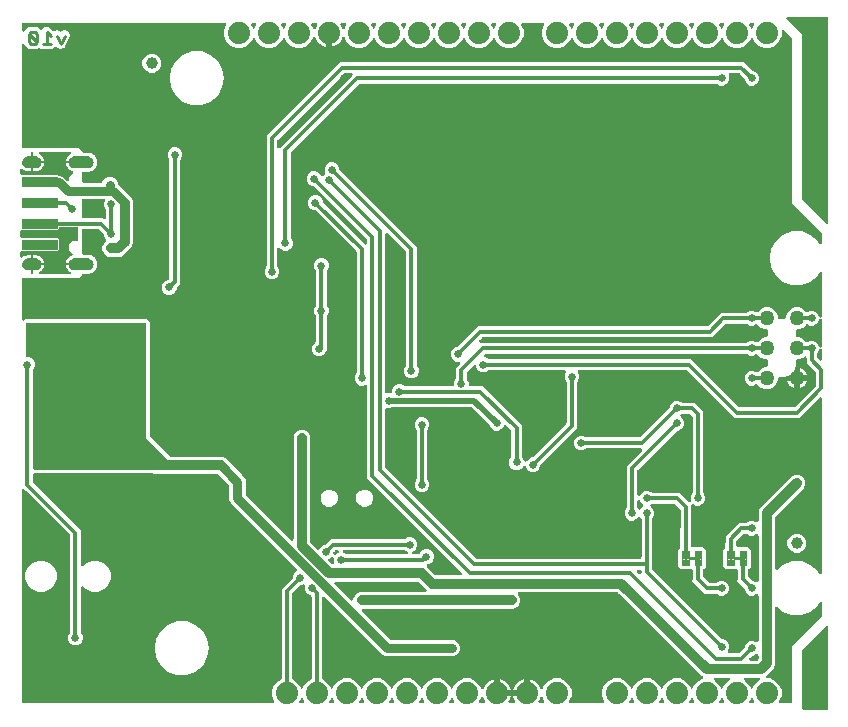
<source format=gbl>
G04 EAGLE Gerber RS-274X export*
G75*
%MOMM*%
%FSLAX34Y34*%
%LPD*%
%INBottom Copper*%
%IPPOS*%
%AMOC8*
5,1,8,0,0,1.08239X$1,22.5*%
G01*
%ADD10C,0.254000*%
%ADD11C,1.270000*%
%ADD12C,0.654000*%
%ADD13C,0.099059*%
%ADD14C,0.099000*%
%ADD15C,1.879600*%
%ADD16C,1.000000*%
%ADD17C,0.635000*%
%ADD18C,0.304800*%
%ADD19C,0.762000*%
%ADD20C,0.812800*%
%ADD21C,0.508000*%

G36*
X375924Y112540D02*
X375924Y112540D01*
X376063Y112553D01*
X376082Y112560D01*
X376102Y112563D01*
X376231Y112614D01*
X376362Y112661D01*
X376379Y112672D01*
X376397Y112680D01*
X376510Y112761D01*
X376625Y112839D01*
X376638Y112855D01*
X376655Y112866D01*
X376744Y112974D01*
X376835Y113078D01*
X376845Y113096D01*
X376858Y113111D01*
X376917Y113237D01*
X376980Y113361D01*
X376985Y113381D01*
X376993Y113399D01*
X377019Y113535D01*
X377050Y113671D01*
X377049Y113692D01*
X377053Y113711D01*
X377044Y113849D01*
X377040Y113989D01*
X377034Y114009D01*
X377033Y114029D01*
X376990Y114161D01*
X376952Y114295D01*
X376941Y114312D01*
X376935Y114331D01*
X376861Y114449D01*
X376790Y114569D01*
X376772Y114590D01*
X376765Y114600D01*
X376750Y114614D01*
X376684Y114689D01*
X296417Y194956D01*
X296417Y272552D01*
X296411Y272602D01*
X296413Y272651D01*
X296391Y272759D01*
X296377Y272868D01*
X296359Y272914D01*
X296349Y272963D01*
X296301Y273061D01*
X296260Y273163D01*
X296231Y273204D01*
X296209Y273248D01*
X296138Y273332D01*
X296074Y273421D01*
X296035Y273452D01*
X296003Y273490D01*
X295913Y273553D01*
X295829Y273624D01*
X295784Y273645D01*
X295743Y273673D01*
X295640Y273712D01*
X295541Y273759D01*
X295492Y273768D01*
X295446Y273786D01*
X295336Y273798D01*
X295229Y273819D01*
X295179Y273816D01*
X295130Y273821D01*
X295021Y273806D01*
X294911Y273799D01*
X294864Y273784D01*
X294815Y273777D01*
X294662Y273725D01*
X293338Y273176D01*
X290862Y273176D01*
X288575Y274124D01*
X286824Y275875D01*
X285876Y278162D01*
X285876Y280638D01*
X286824Y282925D01*
X287156Y283257D01*
X287216Y283335D01*
X287284Y283408D01*
X287313Y283461D01*
X287350Y283508D01*
X287390Y283599D01*
X287438Y283686D01*
X287453Y283745D01*
X287477Y283800D01*
X287492Y283898D01*
X287517Y283994D01*
X287523Y284094D01*
X287527Y284114D01*
X287525Y284127D01*
X287527Y284155D01*
X287527Y386200D01*
X287515Y386298D01*
X287512Y386397D01*
X287495Y386456D01*
X287487Y386516D01*
X287451Y386608D01*
X287423Y386703D01*
X287393Y386755D01*
X287370Y386811D01*
X287312Y386891D01*
X287262Y386977D01*
X287196Y387052D01*
X287184Y387069D01*
X287174Y387077D01*
X287156Y387098D01*
X252859Y421395D01*
X252780Y421455D01*
X252708Y421523D01*
X252655Y421552D01*
X252607Y421589D01*
X252516Y421629D01*
X252430Y421677D01*
X252371Y421692D01*
X252316Y421716D01*
X252218Y421731D01*
X252122Y421756D01*
X252022Y421762D01*
X252001Y421766D01*
X251989Y421764D01*
X251961Y421766D01*
X251492Y421766D01*
X249205Y422714D01*
X247454Y424465D01*
X246506Y426752D01*
X246506Y429228D01*
X247454Y431515D01*
X249205Y433266D01*
X251492Y434214D01*
X253968Y434214D01*
X256255Y433266D01*
X258006Y431515D01*
X258954Y429228D01*
X258954Y428759D01*
X258966Y428661D01*
X258969Y428562D01*
X258986Y428503D01*
X258994Y428443D01*
X259030Y428351D01*
X259058Y428256D01*
X259088Y428204D01*
X259111Y428148D01*
X259169Y428068D01*
X259219Y427982D01*
X259285Y427907D01*
X259297Y427890D01*
X259307Y427882D01*
X259325Y427861D01*
X293622Y393564D01*
X294250Y392936D01*
X294360Y392851D01*
X294467Y392762D01*
X294486Y392754D01*
X294502Y392741D01*
X294630Y392686D01*
X294755Y392627D01*
X294775Y392623D01*
X294794Y392615D01*
X294932Y392593D01*
X295068Y392567D01*
X295088Y392568D01*
X295108Y392565D01*
X295247Y392578D01*
X295385Y392587D01*
X295404Y392593D01*
X295424Y392595D01*
X295555Y392642D01*
X295687Y392685D01*
X295705Y392696D01*
X295724Y392703D01*
X295838Y392780D01*
X295956Y392855D01*
X295970Y392870D01*
X295987Y392881D01*
X296079Y392985D01*
X296174Y393087D01*
X296184Y393104D01*
X296197Y393120D01*
X296260Y393243D01*
X296328Y393365D01*
X296333Y393385D01*
X296342Y393403D01*
X296372Y393539D01*
X296407Y393673D01*
X296409Y393701D01*
X296412Y393713D01*
X296411Y393734D01*
X296417Y393834D01*
X296417Y396360D01*
X296405Y396458D01*
X296402Y396557D01*
X296385Y396616D01*
X296377Y396676D01*
X296341Y396768D01*
X296313Y396863D01*
X296283Y396915D01*
X296260Y396971D01*
X296202Y397051D01*
X296152Y397137D01*
X296086Y397212D01*
X296074Y397229D01*
X296064Y397237D01*
X296046Y397258D01*
X251589Y441715D01*
X251510Y441775D01*
X251438Y441843D01*
X251385Y441872D01*
X251337Y441909D01*
X251246Y441949D01*
X251160Y441997D01*
X251101Y442012D01*
X251046Y442036D01*
X250948Y442051D01*
X250852Y442076D01*
X250752Y442082D01*
X250731Y442086D01*
X250719Y442084D01*
X250691Y442086D01*
X250222Y442086D01*
X247935Y443034D01*
X246184Y444785D01*
X245236Y447072D01*
X245236Y449548D01*
X246184Y451835D01*
X247935Y453586D01*
X250222Y454534D01*
X252698Y454534D01*
X254985Y453586D01*
X256736Y451835D01*
X257010Y451174D01*
X257035Y451131D01*
X257052Y451084D01*
X257113Y450993D01*
X257168Y450898D01*
X257202Y450862D01*
X257230Y450821D01*
X257313Y450748D01*
X257389Y450669D01*
X257431Y450643D01*
X257469Y450610D01*
X257566Y450560D01*
X257660Y450503D01*
X257708Y450488D01*
X257752Y450466D01*
X257859Y450442D01*
X257964Y450409D01*
X258014Y450407D01*
X258062Y450396D01*
X258172Y450399D01*
X258282Y450394D01*
X258330Y450404D01*
X258380Y450406D01*
X258486Y450436D01*
X258593Y450458D01*
X258638Y450480D01*
X258686Y450494D01*
X258780Y450550D01*
X258879Y450598D01*
X258917Y450630D01*
X258960Y450656D01*
X259080Y450762D01*
X260619Y452300D01*
X260637Y452324D01*
X260659Y452343D01*
X260734Y452449D01*
X260814Y452552D01*
X260825Y452579D01*
X260842Y452603D01*
X260888Y452724D01*
X260940Y452844D01*
X260945Y452873D01*
X260955Y452900D01*
X260970Y453029D01*
X260990Y453158D01*
X260987Y453187D01*
X260990Y453216D01*
X260972Y453345D01*
X260960Y453474D01*
X260950Y453502D01*
X260946Y453531D01*
X260894Y453684D01*
X260476Y454692D01*
X260476Y457168D01*
X261424Y459455D01*
X263175Y461206D01*
X265462Y462154D01*
X267938Y462154D01*
X270225Y461206D01*
X271976Y459455D01*
X272924Y457168D01*
X272924Y456699D01*
X272936Y456601D01*
X272939Y456502D01*
X272956Y456443D01*
X272964Y456383D01*
X273000Y456291D01*
X273028Y456196D01*
X273058Y456144D01*
X273081Y456088D01*
X273139Y456008D01*
X273189Y455922D01*
X273255Y455847D01*
X273267Y455830D01*
X273277Y455822D01*
X273295Y455801D01*
X338583Y390514D01*
X338583Y290505D01*
X338595Y290407D01*
X338598Y290307D01*
X338615Y290249D01*
X338623Y290189D01*
X338659Y290097D01*
X338687Y290002D01*
X338717Y289950D01*
X338740Y289893D01*
X338798Y289813D01*
X338848Y289728D01*
X338914Y289653D01*
X338926Y289636D01*
X338936Y289628D01*
X338954Y289607D01*
X339286Y289275D01*
X340234Y286988D01*
X340234Y284512D01*
X339286Y282225D01*
X337535Y280474D01*
X335248Y279526D01*
X332772Y279526D01*
X330485Y280474D01*
X328734Y282225D01*
X327786Y284512D01*
X327786Y286988D01*
X328734Y289275D01*
X329066Y289607D01*
X329126Y289685D01*
X329194Y289758D01*
X329223Y289811D01*
X329260Y289858D01*
X329300Y289949D01*
X329348Y290036D01*
X329363Y290095D01*
X329387Y290150D01*
X329402Y290248D01*
X329427Y290344D01*
X329433Y290444D01*
X329437Y290464D01*
X329435Y290477D01*
X329437Y290505D01*
X329437Y386200D01*
X329425Y386298D01*
X329422Y386397D01*
X329405Y386456D01*
X329397Y386516D01*
X329361Y386608D01*
X329333Y386703D01*
X329303Y386755D01*
X329280Y386811D01*
X329222Y386891D01*
X329172Y386977D01*
X329106Y387052D01*
X329094Y387069D01*
X329084Y387077D01*
X329066Y387098D01*
X314079Y402084D01*
X313970Y402169D01*
X313863Y402258D01*
X313844Y402266D01*
X313828Y402279D01*
X313700Y402334D01*
X313575Y402393D01*
X313555Y402397D01*
X313536Y402405D01*
X313398Y402427D01*
X313262Y402453D01*
X313242Y402452D01*
X313222Y402455D01*
X313083Y402442D01*
X312945Y402433D01*
X312926Y402427D01*
X312906Y402425D01*
X312774Y402378D01*
X312643Y402335D01*
X312625Y402324D01*
X312606Y402317D01*
X312491Y402239D01*
X312374Y402165D01*
X312360Y402150D01*
X312343Y402139D01*
X312251Y402035D01*
X312156Y401933D01*
X312146Y401916D01*
X312133Y401900D01*
X312069Y401777D01*
X312002Y401655D01*
X311997Y401635D01*
X311988Y401617D01*
X311958Y401481D01*
X311923Y401347D01*
X311921Y401319D01*
X311918Y401307D01*
X311919Y401286D01*
X311913Y401186D01*
X311913Y267724D01*
X311919Y267675D01*
X311917Y267625D01*
X311939Y267517D01*
X311953Y267408D01*
X311971Y267362D01*
X311981Y267313D01*
X312029Y267215D01*
X312070Y267113D01*
X312099Y267072D01*
X312121Y267028D01*
X312192Y266944D01*
X312256Y266855D01*
X312295Y266824D01*
X312327Y266786D01*
X312417Y266723D01*
X312501Y266652D01*
X312546Y266631D01*
X312587Y266603D01*
X312690Y266564D01*
X312789Y266517D01*
X312838Y266508D01*
X312884Y266490D01*
X312994Y266478D01*
X313101Y266457D01*
X313151Y266460D01*
X313200Y266455D01*
X313309Y266470D01*
X313419Y266477D01*
X313466Y266492D01*
X313515Y266499D01*
X313668Y266551D01*
X313722Y266574D01*
X316357Y266574D01*
X316475Y266589D01*
X316594Y266596D01*
X316632Y266609D01*
X316673Y266614D01*
X316783Y266657D01*
X316896Y266694D01*
X316931Y266716D01*
X316968Y266731D01*
X317064Y266800D01*
X317165Y266864D01*
X317193Y266894D01*
X317226Y266917D01*
X317302Y267009D01*
X317383Y267096D01*
X317403Y267131D01*
X317428Y267162D01*
X317479Y267270D01*
X317537Y267374D01*
X317547Y267414D01*
X317564Y267450D01*
X317586Y267567D01*
X317616Y267682D01*
X317620Y267742D01*
X317624Y267762D01*
X317622Y267783D01*
X317626Y267843D01*
X317626Y269208D01*
X318574Y271495D01*
X320325Y273246D01*
X322612Y274194D01*
X325088Y274194D01*
X327375Y273246D01*
X327707Y272914D01*
X327785Y272854D01*
X327858Y272786D01*
X327911Y272757D01*
X327958Y272720D01*
X328049Y272680D01*
X328136Y272632D01*
X328195Y272617D01*
X328250Y272593D01*
X328348Y272578D01*
X328444Y272553D01*
X328544Y272547D01*
X328564Y272543D01*
X328577Y272545D01*
X328605Y272543D01*
X368681Y272543D01*
X368799Y272558D01*
X368918Y272565D01*
X368956Y272578D01*
X368997Y272583D01*
X369107Y272626D01*
X369220Y272663D01*
X369255Y272685D01*
X369292Y272700D01*
X369388Y272769D01*
X369489Y272833D01*
X369517Y272863D01*
X369550Y272886D01*
X369626Y272978D01*
X369707Y273065D01*
X369727Y273100D01*
X369752Y273131D01*
X369803Y273239D01*
X369861Y273343D01*
X369871Y273383D01*
X369888Y273419D01*
X369910Y273536D01*
X369940Y273651D01*
X369944Y273711D01*
X369948Y273731D01*
X369946Y273752D01*
X369950Y273812D01*
X369950Y275812D01*
X370898Y278099D01*
X371230Y278431D01*
X371290Y278509D01*
X371358Y278582D01*
X371387Y278635D01*
X371424Y278682D01*
X371464Y278773D01*
X371512Y278860D01*
X371527Y278919D01*
X371551Y278974D01*
X371566Y279072D01*
X371591Y279168D01*
X371597Y279268D01*
X371601Y279288D01*
X371599Y279301D01*
X371601Y279329D01*
X371601Y287898D01*
X375033Y291330D01*
X375118Y291439D01*
X375207Y291546D01*
X375215Y291565D01*
X375228Y291581D01*
X375283Y291709D01*
X375342Y291834D01*
X375346Y291854D01*
X375354Y291873D01*
X375376Y292011D01*
X375402Y292147D01*
X375401Y292167D01*
X375404Y292187D01*
X375391Y292326D01*
X375382Y292464D01*
X375376Y292483D01*
X375374Y292503D01*
X375327Y292635D01*
X375284Y292766D01*
X375273Y292784D01*
X375266Y292803D01*
X375188Y292918D01*
X375114Y293035D01*
X375099Y293049D01*
X375088Y293066D01*
X374984Y293158D01*
X374882Y293253D01*
X374865Y293263D01*
X374849Y293276D01*
X374725Y293340D01*
X374604Y293407D01*
X374584Y293412D01*
X374566Y293421D01*
X374430Y293451D01*
X374296Y293486D01*
X374268Y293488D01*
X374256Y293491D01*
X374235Y293490D01*
X374135Y293496D01*
X372142Y293496D01*
X369855Y294444D01*
X368104Y296195D01*
X367156Y298482D01*
X367156Y300958D01*
X368104Y303245D01*
X369855Y304996D01*
X372142Y305944D01*
X372611Y305944D01*
X372709Y305956D01*
X372808Y305959D01*
X372867Y305976D01*
X372927Y305984D01*
X373019Y306020D01*
X373114Y306048D01*
X373166Y306078D01*
X373222Y306101D01*
X373302Y306159D01*
X373388Y306209D01*
X373463Y306275D01*
X373480Y306287D01*
X373488Y306297D01*
X373509Y306315D01*
X390536Y323343D01*
X584320Y323343D01*
X584418Y323355D01*
X584517Y323358D01*
X584576Y323375D01*
X584636Y323383D01*
X584728Y323419D01*
X584823Y323447D01*
X584875Y323477D01*
X584931Y323500D01*
X585011Y323558D01*
X585097Y323608D01*
X585172Y323674D01*
X585189Y323686D01*
X585197Y323696D01*
X585218Y323714D01*
X596276Y334773D01*
X617545Y334773D01*
X617643Y334785D01*
X617743Y334788D01*
X617801Y334805D01*
X617861Y334813D01*
X617953Y334849D01*
X618048Y334877D01*
X618100Y334907D01*
X618157Y334930D01*
X618237Y334988D01*
X618322Y335038D01*
X618397Y335104D01*
X618414Y335116D01*
X618422Y335126D01*
X618443Y335144D01*
X618775Y335476D01*
X621062Y336424D01*
X623538Y336424D01*
X625861Y335461D01*
X625890Y335454D01*
X625916Y335440D01*
X626043Y335412D01*
X626168Y335377D01*
X626198Y335377D01*
X626226Y335370D01*
X626356Y335374D01*
X626486Y335372D01*
X626515Y335379D01*
X626544Y335380D01*
X626669Y335416D01*
X626795Y335446D01*
X626822Y335460D01*
X626850Y335469D01*
X626962Y335534D01*
X627077Y335595D01*
X627098Y335615D01*
X627124Y335630D01*
X627245Y335736D01*
X629676Y338168D01*
X633130Y339599D01*
X636870Y339599D01*
X640324Y338168D01*
X642968Y335524D01*
X644399Y332070D01*
X644399Y330818D01*
X644414Y330700D01*
X644421Y330581D01*
X644434Y330543D01*
X644439Y330502D01*
X644482Y330392D01*
X644519Y330279D01*
X644541Y330244D01*
X644556Y330207D01*
X644625Y330111D01*
X644689Y330010D01*
X644719Y329982D01*
X644742Y329949D01*
X644834Y329873D01*
X644921Y329792D01*
X644956Y329772D01*
X644987Y329747D01*
X645095Y329696D01*
X645199Y329638D01*
X645239Y329628D01*
X645275Y329611D01*
X645392Y329589D01*
X645507Y329559D01*
X645567Y329555D01*
X645587Y329551D01*
X645608Y329553D01*
X645668Y329549D01*
X649732Y329549D01*
X649850Y329564D01*
X649969Y329571D01*
X650007Y329584D01*
X650048Y329589D01*
X650158Y329632D01*
X650271Y329669D01*
X650306Y329691D01*
X650343Y329706D01*
X650439Y329775D01*
X650540Y329839D01*
X650568Y329869D01*
X650601Y329892D01*
X650677Y329984D01*
X650758Y330071D01*
X650778Y330106D01*
X650803Y330137D01*
X650854Y330245D01*
X650912Y330349D01*
X650922Y330389D01*
X650939Y330425D01*
X650961Y330542D01*
X650991Y330657D01*
X650995Y330717D01*
X650999Y330737D01*
X650997Y330758D01*
X651001Y330818D01*
X651001Y332070D01*
X652432Y335524D01*
X655076Y338168D01*
X658530Y339599D01*
X662270Y339599D01*
X665724Y338168D01*
X668155Y335736D01*
X668179Y335718D01*
X668198Y335696D01*
X668304Y335621D01*
X668407Y335542D01*
X668434Y335530D01*
X668458Y335513D01*
X668579Y335467D01*
X668698Y335415D01*
X668728Y335411D01*
X668755Y335400D01*
X668884Y335386D01*
X669013Y335365D01*
X669042Y335368D01*
X669071Y335365D01*
X669200Y335383D01*
X669329Y335395D01*
X669357Y335405D01*
X669386Y335409D01*
X669539Y335461D01*
X671862Y336424D01*
X674338Y336424D01*
X676625Y335476D01*
X678376Y333725D01*
X679293Y331511D01*
X679328Y331451D01*
X679354Y331386D01*
X679406Y331313D01*
X679451Y331235D01*
X679499Y331185D01*
X679540Y331128D01*
X679610Y331071D01*
X679672Y331007D01*
X679732Y330970D01*
X679785Y330926D01*
X679867Y330887D01*
X679943Y330840D01*
X680010Y330820D01*
X680073Y330790D01*
X680161Y330773D01*
X680247Y330747D01*
X680317Y330743D01*
X680386Y330730D01*
X680475Y330736D01*
X680565Y330732D01*
X680633Y330746D01*
X680703Y330750D01*
X680788Y330778D01*
X680876Y330796D01*
X680939Y330827D01*
X681005Y330848D01*
X681081Y330896D01*
X681162Y330936D01*
X681215Y330981D01*
X681274Y331018D01*
X681336Y331084D01*
X681404Y331142D01*
X681444Y331199D01*
X681492Y331250D01*
X681535Y331328D01*
X681587Y331402D01*
X681612Y331467D01*
X681646Y331528D01*
X681668Y331615D01*
X681700Y331699D01*
X681708Y331769D01*
X681725Y331836D01*
X681735Y331997D01*
X681735Y368003D01*
X681717Y368148D01*
X681702Y368293D01*
X681697Y368306D01*
X681695Y368319D01*
X681642Y368454D01*
X681591Y368591D01*
X681583Y368602D01*
X681578Y368615D01*
X681493Y368732D01*
X681410Y368852D01*
X681399Y368861D01*
X681392Y368872D01*
X681280Y368965D01*
X681169Y369060D01*
X681157Y369066D01*
X681147Y369075D01*
X681015Y369137D01*
X680884Y369202D01*
X680871Y369205D01*
X680859Y369210D01*
X680717Y369238D01*
X680573Y369268D01*
X680560Y369268D01*
X680547Y369270D01*
X680402Y369261D01*
X680256Y369255D01*
X680242Y369251D01*
X680229Y369250D01*
X680091Y369206D01*
X679951Y369163D01*
X679939Y369156D01*
X679927Y369152D01*
X679804Y369075D01*
X679679Y368999D01*
X679669Y368989D01*
X679658Y368982D01*
X679558Y368876D01*
X679456Y368772D01*
X679446Y368757D01*
X679440Y368751D01*
X679432Y368736D01*
X679367Y368638D01*
X677985Y366245D01*
X671878Y361120D01*
X664386Y358393D01*
X656414Y358393D01*
X648922Y361120D01*
X642815Y366244D01*
X638829Y373149D01*
X637445Y381000D01*
X638829Y388851D01*
X642815Y395755D01*
X648922Y400880D01*
X656414Y403607D01*
X664386Y403607D01*
X671878Y400880D01*
X677985Y395756D01*
X679367Y393362D01*
X679455Y393246D01*
X679540Y393128D01*
X679551Y393119D01*
X679559Y393109D01*
X679673Y393018D01*
X679785Y392925D01*
X679798Y392919D01*
X679808Y392911D01*
X679942Y392851D01*
X680073Y392790D01*
X680086Y392787D01*
X680099Y392782D01*
X680243Y392757D01*
X680386Y392730D01*
X680399Y392731D01*
X680412Y392728D01*
X680558Y392741D01*
X680703Y392750D01*
X680716Y392754D01*
X680729Y392755D01*
X680867Y392803D01*
X681005Y392848D01*
X681017Y392855D01*
X681030Y392859D01*
X681151Y392940D01*
X681274Y393018D01*
X681283Y393028D01*
X681295Y393035D01*
X681392Y393143D01*
X681492Y393249D01*
X681499Y393261D01*
X681508Y393271D01*
X681575Y393401D01*
X681646Y393528D01*
X681649Y393541D01*
X681655Y393553D01*
X681689Y393695D01*
X681725Y393836D01*
X681726Y393854D01*
X681728Y393863D01*
X681728Y393880D01*
X681735Y393997D01*
X681735Y401651D01*
X681723Y401749D01*
X681720Y401848D01*
X681703Y401906D01*
X681695Y401966D01*
X681659Y402058D01*
X681631Y402153D01*
X681601Y402206D01*
X681578Y402262D01*
X681520Y402342D01*
X681470Y402427D01*
X681404Y402503D01*
X681392Y402519D01*
X681382Y402527D01*
X681364Y402548D01*
X659088Y424824D01*
X656335Y427576D01*
X656335Y566751D01*
X656323Y566849D01*
X656320Y566948D01*
X656303Y567006D01*
X656295Y567066D01*
X656259Y567158D01*
X656231Y567253D01*
X656201Y567306D01*
X656178Y567362D01*
X656120Y567442D01*
X656070Y567527D01*
X656004Y567603D01*
X655992Y567619D01*
X655982Y567627D01*
X655964Y567648D01*
X649613Y573998D01*
X649504Y574083D01*
X649397Y574172D01*
X649378Y574181D01*
X649362Y574193D01*
X649234Y574249D01*
X649109Y574308D01*
X649089Y574311D01*
X649070Y574319D01*
X648932Y574341D01*
X648796Y574367D01*
X648776Y574366D01*
X648756Y574369D01*
X648617Y574356D01*
X648479Y574348D01*
X648460Y574341D01*
X648440Y574339D01*
X648308Y574292D01*
X648177Y574250D01*
X648159Y574239D01*
X648140Y574232D01*
X648025Y574154D01*
X647908Y574079D01*
X647894Y574065D01*
X647877Y574053D01*
X647785Y573949D01*
X647690Y573848D01*
X647680Y573830D01*
X647667Y573815D01*
X647603Y573691D01*
X647536Y573569D01*
X647531Y573550D01*
X647522Y573532D01*
X647492Y573396D01*
X647457Y573261D01*
X647455Y573233D01*
X647452Y573221D01*
X647453Y573201D01*
X647447Y573101D01*
X647447Y569024D01*
X645552Y564450D01*
X642050Y560948D01*
X637476Y559053D01*
X632524Y559053D01*
X627950Y560948D01*
X624448Y564450D01*
X623473Y566805D01*
X623404Y566925D01*
X623339Y567048D01*
X623325Y567063D01*
X623315Y567081D01*
X623218Y567181D01*
X623125Y567284D01*
X623108Y567295D01*
X623094Y567309D01*
X622976Y567382D01*
X622859Y567458D01*
X622840Y567465D01*
X622823Y567476D01*
X622690Y567516D01*
X622558Y567562D01*
X622538Y567563D01*
X622519Y567569D01*
X622380Y567576D01*
X622241Y567587D01*
X622221Y567583D01*
X622201Y567584D01*
X622065Y567556D01*
X621928Y567532D01*
X621909Y567524D01*
X621890Y567520D01*
X621765Y567459D01*
X621638Y567402D01*
X621622Y567389D01*
X621604Y567380D01*
X621498Y567290D01*
X621390Y567203D01*
X621377Y567187D01*
X621362Y567174D01*
X621282Y567060D01*
X621198Y566949D01*
X621186Y566924D01*
X621179Y566914D01*
X621172Y566895D01*
X621127Y566805D01*
X620152Y564450D01*
X616650Y560948D01*
X612076Y559053D01*
X607124Y559053D01*
X602550Y560948D01*
X599048Y564450D01*
X598073Y566805D01*
X598004Y566925D01*
X597939Y567048D01*
X597925Y567063D01*
X597915Y567081D01*
X597818Y567181D01*
X597725Y567284D01*
X597708Y567295D01*
X597694Y567309D01*
X597576Y567382D01*
X597459Y567458D01*
X597440Y567465D01*
X597423Y567476D01*
X597290Y567516D01*
X597158Y567562D01*
X597138Y567563D01*
X597119Y567569D01*
X596980Y567576D01*
X596841Y567587D01*
X596821Y567583D01*
X596801Y567584D01*
X596665Y567556D01*
X596528Y567532D01*
X596509Y567524D01*
X596490Y567520D01*
X596365Y567459D01*
X596238Y567402D01*
X596222Y567389D01*
X596204Y567380D01*
X596098Y567290D01*
X595990Y567203D01*
X595977Y567187D01*
X595962Y567174D01*
X595882Y567060D01*
X595798Y566949D01*
X595786Y566924D01*
X595779Y566914D01*
X595772Y566895D01*
X595727Y566805D01*
X594752Y564450D01*
X591250Y560948D01*
X586676Y559053D01*
X581724Y559053D01*
X577150Y560948D01*
X573648Y564450D01*
X572673Y566805D01*
X572604Y566925D01*
X572539Y567048D01*
X572525Y567063D01*
X572515Y567081D01*
X572418Y567181D01*
X572325Y567284D01*
X572308Y567295D01*
X572294Y567309D01*
X572176Y567382D01*
X572059Y567458D01*
X572040Y567465D01*
X572023Y567476D01*
X571890Y567516D01*
X571758Y567562D01*
X571738Y567563D01*
X571719Y567569D01*
X571580Y567576D01*
X571441Y567587D01*
X571421Y567583D01*
X571401Y567584D01*
X571265Y567556D01*
X571128Y567532D01*
X571109Y567524D01*
X571090Y567520D01*
X570965Y567459D01*
X570838Y567402D01*
X570822Y567389D01*
X570804Y567380D01*
X570698Y567290D01*
X570590Y567203D01*
X570577Y567187D01*
X570562Y567174D01*
X570482Y567060D01*
X570398Y566949D01*
X570386Y566924D01*
X570379Y566914D01*
X570372Y566895D01*
X570327Y566805D01*
X569352Y564450D01*
X565850Y560948D01*
X561276Y559053D01*
X556324Y559053D01*
X551750Y560948D01*
X548248Y564450D01*
X547273Y566805D01*
X547204Y566925D01*
X547139Y567048D01*
X547125Y567063D01*
X547115Y567081D01*
X547018Y567181D01*
X546925Y567284D01*
X546908Y567295D01*
X546894Y567309D01*
X546775Y567382D01*
X546659Y567458D01*
X546640Y567465D01*
X546623Y567476D01*
X546490Y567516D01*
X546358Y567562D01*
X546338Y567563D01*
X546319Y567569D01*
X546180Y567576D01*
X546041Y567587D01*
X546021Y567583D01*
X546001Y567584D01*
X545865Y567556D01*
X545728Y567532D01*
X545709Y567524D01*
X545690Y567520D01*
X545564Y567459D01*
X545438Y567402D01*
X545422Y567389D01*
X545404Y567380D01*
X545298Y567290D01*
X545190Y567203D01*
X545177Y567187D01*
X545162Y567174D01*
X545082Y567060D01*
X544998Y566949D01*
X544986Y566924D01*
X544979Y566914D01*
X544972Y566895D01*
X544927Y566805D01*
X543952Y564450D01*
X540450Y560948D01*
X535876Y559053D01*
X530924Y559053D01*
X526350Y560948D01*
X522848Y564449D01*
X521873Y566805D01*
X521804Y566926D01*
X521739Y567048D01*
X521725Y567063D01*
X521715Y567081D01*
X521618Y567181D01*
X521525Y567284D01*
X521508Y567295D01*
X521494Y567309D01*
X521376Y567382D01*
X521259Y567458D01*
X521240Y567465D01*
X521223Y567476D01*
X521090Y567516D01*
X520958Y567562D01*
X520938Y567563D01*
X520919Y567569D01*
X520780Y567576D01*
X520641Y567587D01*
X520621Y567583D01*
X520601Y567584D01*
X520465Y567556D01*
X520328Y567532D01*
X520309Y567524D01*
X520290Y567520D01*
X520165Y567459D01*
X520038Y567402D01*
X520022Y567389D01*
X520004Y567380D01*
X519898Y567290D01*
X519790Y567203D01*
X519777Y567187D01*
X519762Y567174D01*
X519682Y567060D01*
X519598Y566949D01*
X519586Y566924D01*
X519579Y566914D01*
X519572Y566895D01*
X519527Y566805D01*
X518552Y564450D01*
X515050Y560948D01*
X510476Y559053D01*
X505524Y559053D01*
X500950Y560948D01*
X497448Y564449D01*
X496473Y566805D01*
X496404Y566926D01*
X496339Y567048D01*
X496325Y567063D01*
X496315Y567081D01*
X496218Y567181D01*
X496125Y567284D01*
X496108Y567295D01*
X496094Y567309D01*
X495976Y567382D01*
X495859Y567458D01*
X495840Y567465D01*
X495823Y567476D01*
X495690Y567516D01*
X495558Y567562D01*
X495538Y567563D01*
X495519Y567569D01*
X495380Y567576D01*
X495241Y567587D01*
X495221Y567583D01*
X495201Y567584D01*
X495065Y567556D01*
X494928Y567532D01*
X494909Y567524D01*
X494890Y567520D01*
X494765Y567459D01*
X494638Y567402D01*
X494622Y567389D01*
X494604Y567380D01*
X494498Y567290D01*
X494390Y567203D01*
X494377Y567187D01*
X494362Y567174D01*
X494282Y567060D01*
X494198Y566949D01*
X494186Y566924D01*
X494179Y566914D01*
X494172Y566895D01*
X494127Y566805D01*
X493152Y564450D01*
X489650Y560948D01*
X485076Y559053D01*
X480124Y559053D01*
X475550Y560948D01*
X472048Y564449D01*
X471073Y566805D01*
X471004Y566926D01*
X470939Y567048D01*
X470925Y567063D01*
X470915Y567081D01*
X470818Y567181D01*
X470725Y567284D01*
X470708Y567295D01*
X470694Y567309D01*
X470576Y567382D01*
X470459Y567458D01*
X470440Y567465D01*
X470423Y567476D01*
X470290Y567516D01*
X470158Y567562D01*
X470138Y567563D01*
X470119Y567569D01*
X469980Y567576D01*
X469841Y567587D01*
X469821Y567583D01*
X469801Y567584D01*
X469665Y567556D01*
X469528Y567532D01*
X469509Y567524D01*
X469490Y567520D01*
X469365Y567459D01*
X469238Y567402D01*
X469222Y567389D01*
X469204Y567380D01*
X469098Y567290D01*
X468990Y567203D01*
X468977Y567187D01*
X468962Y567174D01*
X468882Y567060D01*
X468798Y566949D01*
X468786Y566924D01*
X468779Y566914D01*
X468772Y566895D01*
X468727Y566805D01*
X467752Y564450D01*
X464250Y560948D01*
X459676Y559053D01*
X454724Y559053D01*
X450150Y560948D01*
X446648Y564450D01*
X444753Y569024D01*
X444753Y573976D01*
X446578Y578380D01*
X446591Y578428D01*
X446612Y578473D01*
X446633Y578581D01*
X446662Y578687D01*
X446662Y578737D01*
X446672Y578786D01*
X446665Y578895D01*
X446667Y579005D01*
X446655Y579053D01*
X446652Y579103D01*
X446618Y579207D01*
X446593Y579314D01*
X446569Y579358D01*
X446554Y579405D01*
X446495Y579498D01*
X446444Y579595D01*
X446410Y579632D01*
X446384Y579674D01*
X446304Y579749D01*
X446230Y579831D01*
X446188Y579858D01*
X446152Y579892D01*
X446056Y579945D01*
X445964Y580005D01*
X445917Y580022D01*
X445874Y580046D01*
X445767Y580073D01*
X445663Y580109D01*
X445614Y580113D01*
X445566Y580125D01*
X445405Y580135D01*
X428355Y580135D01*
X428306Y580129D01*
X428256Y580131D01*
X428149Y580109D01*
X428039Y580095D01*
X427993Y580077D01*
X427945Y580067D01*
X427846Y580019D01*
X427744Y579978D01*
X427704Y579949D01*
X427659Y579927D01*
X427575Y579856D01*
X427486Y579792D01*
X427455Y579753D01*
X427417Y579721D01*
X427354Y579631D01*
X427284Y579547D01*
X427262Y579502D01*
X427234Y579461D01*
X427195Y579358D01*
X427148Y579259D01*
X427139Y579210D01*
X427121Y579164D01*
X427109Y579054D01*
X427088Y578947D01*
X427091Y578897D01*
X427086Y578848D01*
X427101Y578739D01*
X427108Y578629D01*
X427123Y578582D01*
X427130Y578533D01*
X427182Y578380D01*
X429007Y573976D01*
X429007Y569024D01*
X427112Y564450D01*
X423610Y560948D01*
X419036Y559053D01*
X414084Y559053D01*
X409510Y560948D01*
X406008Y564450D01*
X405033Y566805D01*
X404964Y566925D01*
X404899Y567048D01*
X404885Y567063D01*
X404875Y567081D01*
X404778Y567181D01*
X404685Y567284D01*
X404668Y567295D01*
X404654Y567309D01*
X404535Y567382D01*
X404419Y567458D01*
X404400Y567465D01*
X404383Y567476D01*
X404250Y567517D01*
X404118Y567562D01*
X404098Y567563D01*
X404079Y567569D01*
X403940Y567576D01*
X403801Y567587D01*
X403781Y567583D01*
X403761Y567584D01*
X403625Y567556D01*
X403488Y567532D01*
X403469Y567524D01*
X403450Y567520D01*
X403324Y567459D01*
X403198Y567402D01*
X403182Y567389D01*
X403164Y567380D01*
X403058Y567290D01*
X402950Y567203D01*
X402937Y567187D01*
X402922Y567174D01*
X402842Y567060D01*
X402758Y566949D01*
X402746Y566924D01*
X402739Y566914D01*
X402732Y566895D01*
X402687Y566805D01*
X401712Y564449D01*
X398210Y560948D01*
X393636Y559053D01*
X388684Y559053D01*
X384110Y560948D01*
X380608Y564450D01*
X379633Y566805D01*
X379564Y566925D01*
X379499Y567048D01*
X379485Y567063D01*
X379475Y567081D01*
X379378Y567181D01*
X379285Y567284D01*
X379268Y567295D01*
X379254Y567309D01*
X379135Y567382D01*
X379019Y567458D01*
X379000Y567465D01*
X378983Y567476D01*
X378850Y567517D01*
X378718Y567562D01*
X378698Y567563D01*
X378679Y567569D01*
X378540Y567576D01*
X378401Y567587D01*
X378381Y567583D01*
X378361Y567584D01*
X378225Y567556D01*
X378088Y567532D01*
X378069Y567524D01*
X378050Y567520D01*
X377924Y567459D01*
X377798Y567402D01*
X377782Y567389D01*
X377764Y567380D01*
X377658Y567290D01*
X377550Y567203D01*
X377537Y567187D01*
X377522Y567174D01*
X377442Y567060D01*
X377358Y566949D01*
X377346Y566924D01*
X377339Y566914D01*
X377332Y566895D01*
X377287Y566805D01*
X376312Y564449D01*
X372810Y560948D01*
X368236Y559053D01*
X363284Y559053D01*
X358710Y560948D01*
X355208Y564450D01*
X354233Y566805D01*
X354164Y566925D01*
X354099Y567048D01*
X354085Y567063D01*
X354075Y567081D01*
X353978Y567181D01*
X353885Y567284D01*
X353868Y567295D01*
X353854Y567309D01*
X353735Y567382D01*
X353619Y567458D01*
X353600Y567465D01*
X353583Y567476D01*
X353450Y567517D01*
X353318Y567562D01*
X353298Y567563D01*
X353279Y567569D01*
X353140Y567576D01*
X353001Y567587D01*
X352981Y567583D01*
X352961Y567584D01*
X352825Y567556D01*
X352688Y567532D01*
X352669Y567524D01*
X352650Y567520D01*
X352524Y567459D01*
X352398Y567402D01*
X352382Y567389D01*
X352364Y567380D01*
X352258Y567290D01*
X352150Y567203D01*
X352137Y567187D01*
X352122Y567174D01*
X352042Y567060D01*
X351958Y566949D01*
X351946Y566924D01*
X351939Y566914D01*
X351932Y566895D01*
X351887Y566805D01*
X350912Y564449D01*
X347410Y560948D01*
X342836Y559053D01*
X337884Y559053D01*
X333310Y560948D01*
X329808Y564450D01*
X328833Y566805D01*
X328764Y566925D01*
X328699Y567048D01*
X328685Y567063D01*
X328675Y567081D01*
X328578Y567181D01*
X328485Y567284D01*
X328468Y567295D01*
X328454Y567309D01*
X328335Y567382D01*
X328219Y567458D01*
X328200Y567465D01*
X328183Y567476D01*
X328050Y567517D01*
X327918Y567562D01*
X327898Y567563D01*
X327879Y567569D01*
X327740Y567576D01*
X327601Y567587D01*
X327581Y567583D01*
X327561Y567584D01*
X327425Y567556D01*
X327288Y567532D01*
X327269Y567524D01*
X327250Y567520D01*
X327124Y567459D01*
X326998Y567402D01*
X326982Y567389D01*
X326964Y567380D01*
X326858Y567290D01*
X326750Y567203D01*
X326737Y567187D01*
X326722Y567174D01*
X326642Y567060D01*
X326558Y566949D01*
X326546Y566924D01*
X326539Y566914D01*
X326532Y566895D01*
X326487Y566805D01*
X325512Y564449D01*
X322010Y560948D01*
X317436Y559053D01*
X312484Y559053D01*
X307910Y560948D01*
X304408Y564450D01*
X303433Y566805D01*
X303364Y566925D01*
X303299Y567048D01*
X303285Y567063D01*
X303275Y567081D01*
X303178Y567181D01*
X303085Y567284D01*
X303068Y567295D01*
X303054Y567309D01*
X302935Y567382D01*
X302819Y567458D01*
X302800Y567465D01*
X302783Y567476D01*
X302650Y567517D01*
X302518Y567562D01*
X302498Y567563D01*
X302479Y567569D01*
X302340Y567576D01*
X302201Y567587D01*
X302181Y567583D01*
X302161Y567584D01*
X302025Y567556D01*
X301888Y567532D01*
X301869Y567524D01*
X301850Y567520D01*
X301724Y567459D01*
X301598Y567402D01*
X301582Y567389D01*
X301564Y567380D01*
X301458Y567290D01*
X301350Y567203D01*
X301337Y567187D01*
X301322Y567174D01*
X301242Y567060D01*
X301158Y566949D01*
X301146Y566924D01*
X301139Y566914D01*
X301132Y566895D01*
X301087Y566805D01*
X300112Y564449D01*
X296610Y560948D01*
X292036Y559053D01*
X287084Y559053D01*
X282510Y560948D01*
X279008Y564450D01*
X277755Y567475D01*
X277740Y567501D01*
X277731Y567530D01*
X277661Y567639D01*
X277597Y567752D01*
X277576Y567773D01*
X277560Y567798D01*
X277466Y567887D01*
X277376Y567980D01*
X277350Y567996D01*
X277329Y568016D01*
X277215Y568079D01*
X277105Y568146D01*
X277076Y568155D01*
X277050Y568169D01*
X276925Y568202D01*
X276801Y568240D01*
X276771Y568241D01*
X276742Y568249D01*
X276612Y568249D01*
X276483Y568255D01*
X276454Y568249D01*
X276424Y568249D01*
X276299Y568217D01*
X276172Y568191D01*
X276145Y568178D01*
X276116Y568170D01*
X276003Y568108D01*
X275886Y568051D01*
X275863Y568032D01*
X275837Y568017D01*
X275743Y567929D01*
X275644Y567845D01*
X275627Y567820D01*
X275605Y567800D01*
X275536Y567691D01*
X275461Y567585D01*
X275450Y567557D01*
X275434Y567531D01*
X275375Y567382D01*
X275224Y566917D01*
X274371Y565243D01*
X273266Y563722D01*
X271938Y562394D01*
X270417Y561289D01*
X268743Y560436D01*
X266956Y559855D01*
X266699Y559815D01*
X266699Y570230D01*
X266684Y570348D01*
X266677Y570467D01*
X266664Y570505D01*
X266659Y570545D01*
X266616Y570656D01*
X266579Y570769D01*
X266557Y570803D01*
X266542Y570841D01*
X266472Y570937D01*
X266409Y571038D01*
X266379Y571066D01*
X266355Y571098D01*
X266264Y571174D01*
X266177Y571256D01*
X266142Y571275D01*
X266111Y571301D01*
X266003Y571352D01*
X265899Y571409D01*
X265859Y571420D01*
X265823Y571437D01*
X265706Y571459D01*
X265591Y571489D01*
X265530Y571493D01*
X265510Y571497D01*
X265490Y571495D01*
X265430Y571499D01*
X262890Y571499D01*
X262772Y571484D01*
X262653Y571477D01*
X262615Y571464D01*
X262574Y571459D01*
X262464Y571415D01*
X262351Y571379D01*
X262316Y571357D01*
X262279Y571342D01*
X262183Y571272D01*
X262082Y571209D01*
X262054Y571179D01*
X262021Y571155D01*
X261946Y571064D01*
X261864Y570977D01*
X261844Y570942D01*
X261819Y570910D01*
X261768Y570803D01*
X261710Y570698D01*
X261700Y570659D01*
X261683Y570623D01*
X261661Y570506D01*
X261631Y570391D01*
X261627Y570330D01*
X261623Y570310D01*
X261625Y570290D01*
X261621Y570230D01*
X261621Y559815D01*
X261364Y559855D01*
X259577Y560436D01*
X257903Y561289D01*
X256382Y562394D01*
X255054Y563722D01*
X253949Y565243D01*
X253096Y566917D01*
X252945Y567382D01*
X252932Y567409D01*
X252925Y567438D01*
X252865Y567552D01*
X252810Y567670D01*
X252791Y567693D01*
X252777Y567719D01*
X252690Y567815D01*
X252607Y567915D01*
X252583Y567932D01*
X252563Y567954D01*
X252454Y568026D01*
X252350Y568102D01*
X252322Y568113D01*
X252297Y568129D01*
X252174Y568171D01*
X252054Y568219D01*
X252024Y568223D01*
X251996Y568232D01*
X251867Y568243D01*
X251739Y568259D01*
X251709Y568255D01*
X251679Y568258D01*
X251551Y568235D01*
X251423Y568219D01*
X251395Y568208D01*
X251366Y568203D01*
X251248Y568150D01*
X251127Y568102D01*
X251103Y568085D01*
X251076Y568073D01*
X250975Y567992D01*
X250870Y567916D01*
X250851Y567893D01*
X250827Y567874D01*
X250749Y567770D01*
X250667Y567671D01*
X250654Y567644D01*
X250636Y567620D01*
X250565Y567475D01*
X249312Y564450D01*
X245810Y560948D01*
X241236Y559053D01*
X236284Y559053D01*
X231710Y560948D01*
X228208Y564450D01*
X227233Y566805D01*
X227164Y566925D01*
X227099Y567048D01*
X227085Y567063D01*
X227075Y567081D01*
X226978Y567181D01*
X226885Y567284D01*
X226868Y567295D01*
X226854Y567309D01*
X226735Y567382D01*
X226619Y567458D01*
X226600Y567465D01*
X226583Y567476D01*
X226450Y567516D01*
X226318Y567562D01*
X226298Y567563D01*
X226279Y567569D01*
X226140Y567576D01*
X226001Y567587D01*
X225981Y567583D01*
X225961Y567584D01*
X225825Y567556D01*
X225688Y567532D01*
X225669Y567524D01*
X225650Y567520D01*
X225524Y567459D01*
X225398Y567402D01*
X225382Y567389D01*
X225364Y567380D01*
X225258Y567290D01*
X225150Y567203D01*
X225137Y567187D01*
X225122Y567174D01*
X225042Y567060D01*
X224958Y566949D01*
X224946Y566924D01*
X224939Y566914D01*
X224932Y566895D01*
X224887Y566805D01*
X223912Y564450D01*
X220410Y560948D01*
X215836Y559053D01*
X210884Y559053D01*
X206310Y560948D01*
X202808Y564450D01*
X201833Y566805D01*
X201764Y566925D01*
X201699Y567048D01*
X201685Y567063D01*
X201675Y567081D01*
X201578Y567181D01*
X201485Y567284D01*
X201468Y567295D01*
X201454Y567309D01*
X201335Y567382D01*
X201219Y567458D01*
X201200Y567465D01*
X201183Y567476D01*
X201050Y567516D01*
X200918Y567562D01*
X200898Y567563D01*
X200879Y567569D01*
X200740Y567576D01*
X200601Y567587D01*
X200581Y567583D01*
X200561Y567584D01*
X200425Y567556D01*
X200288Y567532D01*
X200269Y567524D01*
X200250Y567520D01*
X200124Y567459D01*
X199998Y567402D01*
X199982Y567389D01*
X199964Y567380D01*
X199858Y567290D01*
X199750Y567203D01*
X199737Y567187D01*
X199722Y567174D01*
X199642Y567060D01*
X199558Y566949D01*
X199546Y566924D01*
X199539Y566914D01*
X199532Y566895D01*
X199487Y566805D01*
X198512Y564450D01*
X195010Y560948D01*
X190436Y559053D01*
X185484Y559053D01*
X180910Y560948D01*
X177408Y564450D01*
X175513Y569024D01*
X175513Y573976D01*
X177338Y578380D01*
X177351Y578428D01*
X177372Y578473D01*
X177393Y578581D01*
X177422Y578687D01*
X177422Y578737D01*
X177432Y578786D01*
X177425Y578895D01*
X177427Y579005D01*
X177415Y579053D01*
X177412Y579103D01*
X177378Y579207D01*
X177353Y579314D01*
X177329Y579358D01*
X177314Y579405D01*
X177255Y579498D01*
X177204Y579595D01*
X177170Y579632D01*
X177144Y579674D01*
X177064Y579749D01*
X176990Y579831D01*
X176948Y579858D01*
X176912Y579892D01*
X176816Y579945D01*
X176724Y580005D01*
X176677Y580022D01*
X176634Y580046D01*
X176527Y580073D01*
X176423Y580109D01*
X176374Y580113D01*
X176326Y580125D01*
X176165Y580135D01*
X5334Y580135D01*
X5216Y580120D01*
X5097Y580113D01*
X5059Y580100D01*
X5018Y580095D01*
X4908Y580052D01*
X4795Y580015D01*
X4760Y579993D01*
X4723Y579978D01*
X4627Y579909D01*
X4526Y579845D01*
X4498Y579815D01*
X4465Y579792D01*
X4389Y579700D01*
X4308Y579613D01*
X4288Y579578D01*
X4263Y579547D01*
X4212Y579439D01*
X4154Y579335D01*
X4144Y579295D01*
X4127Y579259D01*
X4105Y579142D01*
X4075Y579027D01*
X4071Y578967D01*
X4067Y578947D01*
X4069Y578926D01*
X4065Y578866D01*
X4065Y574087D01*
X4082Y573949D01*
X4095Y573810D01*
X4102Y573791D01*
X4105Y573771D01*
X4156Y573642D01*
X4203Y573511D01*
X4214Y573494D01*
X4222Y573475D01*
X4303Y573363D01*
X4381Y573248D01*
X4397Y573234D01*
X4408Y573218D01*
X4516Y573129D01*
X4620Y573037D01*
X4638Y573028D01*
X4653Y573015D01*
X4779Y572956D01*
X4903Y572893D01*
X4923Y572888D01*
X4941Y572880D01*
X5077Y572854D01*
X5213Y572823D01*
X5234Y572824D01*
X5253Y572820D01*
X5392Y572829D01*
X5531Y572833D01*
X5551Y572838D01*
X5571Y572840D01*
X5703Y572882D01*
X5837Y572921D01*
X5854Y572931D01*
X5873Y572938D01*
X5991Y573012D01*
X6111Y573083D01*
X6132Y573101D01*
X6142Y573108D01*
X6156Y573123D01*
X6231Y573189D01*
X8817Y575774D01*
X10140Y577097D01*
X17107Y577097D01*
X19420Y574784D01*
X19515Y574711D01*
X19604Y574632D01*
X19640Y574614D01*
X19672Y574589D01*
X19781Y574542D01*
X19887Y574488D01*
X19926Y574479D01*
X19963Y574463D01*
X20081Y574444D01*
X20197Y574418D01*
X20238Y574419D01*
X20278Y574413D01*
X20396Y574424D01*
X20515Y574428D01*
X20554Y574439D01*
X20594Y574443D01*
X20706Y574483D01*
X20821Y574516D01*
X20855Y574537D01*
X20893Y574550D01*
X20992Y574617D01*
X21095Y574678D01*
X21140Y574718D01*
X21157Y574729D01*
X21170Y574744D01*
X21215Y574784D01*
X23529Y577097D01*
X27106Y577097D01*
X30008Y574196D01*
X30551Y573653D01*
X30610Y573607D01*
X30662Y573554D01*
X30735Y573510D01*
X30802Y573458D01*
X30871Y573428D01*
X30935Y573390D01*
X31016Y573365D01*
X31094Y573331D01*
X31168Y573320D01*
X31239Y573298D01*
X31324Y573295D01*
X31408Y573281D01*
X31483Y573288D01*
X31557Y573285D01*
X31640Y573303D01*
X31725Y573311D01*
X31795Y573336D01*
X31868Y573352D01*
X32016Y573415D01*
X33290Y574052D01*
X36610Y572945D01*
X36619Y572944D01*
X36627Y572940D01*
X36774Y572913D01*
X36922Y572883D01*
X36931Y572884D01*
X36940Y572882D01*
X37089Y572893D01*
X37240Y572901D01*
X37248Y572904D01*
X37257Y572904D01*
X37413Y572945D01*
X40732Y574052D01*
X43932Y572452D01*
X45064Y569058D01*
X41052Y561034D01*
X41049Y561025D01*
X41043Y561017D01*
X40983Y560868D01*
X40539Y559535D01*
X40469Y559487D01*
X40344Y559403D01*
X40338Y559397D01*
X40331Y559392D01*
X40233Y559279D01*
X40132Y559167D01*
X40128Y559158D01*
X40122Y559152D01*
X40081Y559081D01*
X38754Y558638D01*
X38745Y558634D01*
X38736Y558632D01*
X38588Y558570D01*
X37331Y557941D01*
X37247Y557957D01*
X37101Y557986D01*
X37092Y557985D01*
X37083Y557987D01*
X36933Y557977D01*
X36783Y557968D01*
X36775Y557966D01*
X36766Y557965D01*
X36686Y557944D01*
X35435Y558570D01*
X35426Y558573D01*
X35418Y558578D01*
X35269Y558638D01*
X33936Y559083D01*
X33888Y559153D01*
X33805Y559277D01*
X33798Y559283D01*
X33793Y559290D01*
X33680Y559389D01*
X33568Y559489D01*
X33560Y559493D01*
X33553Y559499D01*
X33414Y559580D01*
X33146Y559714D01*
X33076Y559739D01*
X33009Y559773D01*
X32927Y559791D01*
X32846Y559820D01*
X32772Y559826D01*
X32699Y559842D01*
X32614Y559840D01*
X32529Y559847D01*
X32456Y559835D01*
X32381Y559833D01*
X32299Y559809D01*
X32216Y559795D01*
X32147Y559765D01*
X32076Y559744D01*
X32003Y559701D01*
X31925Y559667D01*
X31866Y559621D01*
X31802Y559583D01*
X31681Y559476D01*
X30496Y558291D01*
X20139Y558291D01*
X19521Y558910D01*
X19427Y558983D01*
X19337Y559061D01*
X19301Y559080D01*
X19269Y559105D01*
X19160Y559152D01*
X19054Y559206D01*
X19015Y559215D01*
X18977Y559231D01*
X18860Y559250D01*
X18744Y559276D01*
X18703Y559274D01*
X18663Y559281D01*
X18545Y559270D01*
X18426Y559266D01*
X18387Y559255D01*
X18347Y559251D01*
X18235Y559211D01*
X18120Y559178D01*
X18086Y559157D01*
X18047Y559143D01*
X17949Y559077D01*
X17846Y559016D01*
X17801Y558976D01*
X17784Y558965D01*
X17771Y558950D01*
X17726Y558910D01*
X17107Y558291D01*
X10140Y558291D01*
X7238Y561193D01*
X6231Y562200D01*
X6122Y562284D01*
X6015Y562373D01*
X5996Y562382D01*
X5980Y562395D01*
X5853Y562450D01*
X5727Y562509D01*
X5707Y562513D01*
X5688Y562521D01*
X5550Y562543D01*
X5414Y562569D01*
X5394Y562568D01*
X5374Y562571D01*
X5235Y562558D01*
X5097Y562549D01*
X5078Y562543D01*
X5058Y562541D01*
X4926Y562494D01*
X4795Y562451D01*
X4777Y562440D01*
X4758Y562433D01*
X4643Y562355D01*
X4526Y562281D01*
X4512Y562266D01*
X4495Y562255D01*
X4403Y562151D01*
X4308Y562049D01*
X4298Y562031D01*
X4285Y562016D01*
X4222Y561893D01*
X4154Y561771D01*
X4149Y561751D01*
X4140Y561733D01*
X4110Y561597D01*
X4075Y561463D01*
X4073Y561435D01*
X4070Y561423D01*
X4071Y561402D01*
X4065Y561302D01*
X4065Y475234D01*
X4080Y475116D01*
X4087Y474997D01*
X4100Y474959D01*
X4105Y474918D01*
X4148Y474808D01*
X4185Y474695D01*
X4207Y474660D01*
X4222Y474623D01*
X4291Y474527D01*
X4355Y474426D01*
X4385Y474398D01*
X4408Y474365D01*
X4500Y474289D01*
X4587Y474208D01*
X4622Y474188D01*
X4653Y474163D01*
X4761Y474112D01*
X4865Y474054D01*
X4905Y474044D01*
X4941Y474027D01*
X5058Y474005D01*
X5173Y473975D01*
X5233Y473971D01*
X5253Y473967D01*
X5274Y473969D01*
X5334Y473965D01*
X52484Y473965D01*
X54874Y471574D01*
X54880Y471530D01*
X54887Y471411D01*
X54900Y471373D01*
X54905Y471332D01*
X54948Y471222D01*
X54985Y471109D01*
X55007Y471074D01*
X55022Y471037D01*
X55091Y470941D01*
X55155Y470840D01*
X55185Y470812D01*
X55208Y470779D01*
X55300Y470703D01*
X55387Y470622D01*
X55422Y470602D01*
X55453Y470577D01*
X55561Y470526D01*
X55665Y470468D01*
X55705Y470458D01*
X55741Y470441D01*
X55858Y470419D01*
X55973Y470389D01*
X56033Y470385D01*
X56053Y470381D01*
X56074Y470383D01*
X56134Y470379D01*
X58322Y470379D01*
X58349Y470382D01*
X58377Y470380D01*
X58507Y470402D01*
X58637Y470419D01*
X58663Y470429D01*
X58691Y470434D01*
X58811Y470487D01*
X58866Y470509D01*
X59953Y470387D01*
X59967Y470387D01*
X60095Y470379D01*
X60226Y470379D01*
X60271Y470384D01*
X60316Y470382D01*
X60428Y470404D01*
X60541Y470419D01*
X60583Y470435D01*
X60627Y470444D01*
X60774Y470503D01*
X60927Y470450D01*
X61057Y470422D01*
X61176Y470391D01*
X61181Y470387D01*
X61223Y470369D01*
X61260Y470344D01*
X61409Y470281D01*
X61522Y470242D01*
X61582Y470229D01*
X61640Y470207D01*
X61799Y470179D01*
X62364Y470115D01*
X62497Y470117D01*
X62595Y470114D01*
X62639Y470067D01*
X62669Y470045D01*
X62680Y470035D01*
X62699Y470024D01*
X62769Y469973D01*
X63251Y469670D01*
X63308Y469644D01*
X63359Y469610D01*
X63507Y469547D01*
X64045Y469359D01*
X64175Y469331D01*
X64269Y469307D01*
X64302Y469252D01*
X64326Y469223D01*
X64335Y469211D01*
X64351Y469196D01*
X64408Y469131D01*
X64811Y468728D01*
X64860Y468690D01*
X64902Y468645D01*
X64954Y468608D01*
X64966Y468596D01*
X64982Y468588D01*
X65033Y468551D01*
X65515Y468248D01*
X65636Y468192D01*
X65722Y468147D01*
X65741Y468086D01*
X65759Y468053D01*
X65765Y468039D01*
X65777Y468021D01*
X65818Y467945D01*
X66121Y467463D01*
X66160Y467415D01*
X66192Y467361D01*
X66298Y467241D01*
X66701Y466838D01*
X66806Y466756D01*
X66880Y466694D01*
X66886Y466630D01*
X66896Y466594D01*
X66898Y466578D01*
X66906Y466558D01*
X66929Y466475D01*
X67117Y465937D01*
X67145Y465882D01*
X67164Y465823D01*
X67240Y465681D01*
X67543Y465199D01*
X67628Y465096D01*
X67686Y465019D01*
X67677Y464955D01*
X67679Y464917D01*
X67678Y464902D01*
X67681Y464881D01*
X67685Y464794D01*
X67749Y464229D01*
X67763Y464168D01*
X67769Y464106D01*
X67812Y463951D01*
X68000Y463414D01*
X68059Y463296D01*
X68099Y463206D01*
X68076Y463146D01*
X68070Y463110D01*
X68065Y463095D01*
X68063Y463073D01*
X68048Y462988D01*
X67984Y462422D01*
X67985Y462360D01*
X67976Y462299D01*
X67984Y462138D01*
X68048Y461572D01*
X68079Y461443D01*
X68098Y461348D01*
X68063Y461294D01*
X68048Y461260D01*
X68040Y461246D01*
X68034Y461226D01*
X68000Y461146D01*
X67812Y460609D01*
X67799Y460548D01*
X67777Y460490D01*
X67749Y460331D01*
X67685Y459766D01*
X67687Y459633D01*
X67684Y459535D01*
X67637Y459491D01*
X67616Y459461D01*
X67605Y459450D01*
X67594Y459431D01*
X67543Y459361D01*
X67240Y458879D01*
X67214Y458822D01*
X67180Y458771D01*
X67117Y458623D01*
X66929Y458085D01*
X66901Y457955D01*
X66877Y457861D01*
X66822Y457828D01*
X66794Y457804D01*
X66781Y457795D01*
X66766Y457779D01*
X66701Y457722D01*
X66298Y457319D01*
X66260Y457270D01*
X66215Y457228D01*
X66121Y457097D01*
X65818Y456615D01*
X65762Y456495D01*
X65717Y456408D01*
X65656Y456389D01*
X65623Y456371D01*
X65609Y456365D01*
X65591Y456353D01*
X65515Y456312D01*
X65033Y456009D01*
X64985Y455970D01*
X64931Y455938D01*
X64811Y455832D01*
X64408Y455429D01*
X64326Y455324D01*
X64264Y455250D01*
X64200Y455244D01*
X64164Y455234D01*
X64148Y455232D01*
X64128Y455224D01*
X64045Y455201D01*
X63507Y455013D01*
X63452Y454985D01*
X63393Y454966D01*
X63251Y454890D01*
X62769Y454587D01*
X62666Y454502D01*
X62589Y454444D01*
X62525Y454453D01*
X62487Y454451D01*
X62472Y454452D01*
X62451Y454449D01*
X62364Y454445D01*
X61799Y454381D01*
X61738Y454367D01*
X61677Y454361D01*
X61522Y454318D01*
X61409Y454279D01*
X61368Y454258D01*
X61325Y454246D01*
X61226Y454188D01*
X61173Y454161D01*
X61082Y454153D01*
X61046Y454143D01*
X61031Y454141D01*
X61011Y454133D01*
X60927Y454110D01*
X60774Y454056D01*
X60734Y454070D01*
X60695Y454092D01*
X60584Y454120D01*
X60475Y454157D01*
X60430Y454160D01*
X60387Y454171D01*
X60226Y454181D01*
X60095Y454181D01*
X60082Y454180D01*
X59953Y454173D01*
X58872Y454051D01*
X58841Y454070D01*
X58815Y454078D01*
X58790Y454092D01*
X58663Y454124D01*
X58537Y454163D01*
X58509Y454164D01*
X58482Y454171D01*
X58322Y454181D01*
X56134Y454181D01*
X56016Y454166D01*
X55897Y454159D01*
X55859Y454146D01*
X55818Y454141D01*
X55708Y454098D01*
X55595Y454061D01*
X55560Y454039D01*
X55523Y454024D01*
X55427Y453955D01*
X55326Y453891D01*
X55298Y453861D01*
X55265Y453838D01*
X55189Y453746D01*
X55108Y453659D01*
X55088Y453624D01*
X55063Y453593D01*
X55012Y453485D01*
X54954Y453381D01*
X54944Y453341D01*
X54927Y453305D01*
X54905Y453188D01*
X54875Y453073D01*
X54871Y453013D01*
X54867Y452993D01*
X54869Y452972D01*
X54865Y452912D01*
X54865Y450674D01*
X54866Y450665D01*
X54865Y450655D01*
X54886Y450507D01*
X54905Y450358D01*
X54908Y450350D01*
X54909Y450340D01*
X54961Y450188D01*
X55349Y449253D01*
X55349Y446741D01*
X55341Y446712D01*
X55320Y446667D01*
X55299Y446559D01*
X55270Y446453D01*
X55269Y446403D01*
X55260Y446354D01*
X55267Y446245D01*
X55265Y446135D01*
X55277Y446087D01*
X55280Y446037D01*
X55313Y445933D01*
X55339Y445826D01*
X55362Y445782D01*
X55378Y445735D01*
X55436Y445642D01*
X55488Y445545D01*
X55521Y445508D01*
X55548Y445466D01*
X55628Y445391D01*
X55702Y445309D01*
X55743Y445282D01*
X55779Y445248D01*
X55875Y445195D01*
X55967Y445135D01*
X56015Y445118D01*
X56058Y445094D01*
X56164Y445067D01*
X56268Y445031D01*
X56318Y445027D01*
X56366Y445015D01*
X56527Y445005D01*
X71203Y445005D01*
X71233Y445008D01*
X71262Y445006D01*
X71390Y445028D01*
X71519Y445045D01*
X71546Y445055D01*
X71575Y445060D01*
X71694Y445114D01*
X71814Y445162D01*
X71838Y445179D01*
X71865Y445191D01*
X71967Y445272D01*
X72072Y445348D01*
X72091Y445371D01*
X72114Y445390D01*
X72192Y445493D01*
X72275Y445593D01*
X72287Y445620D01*
X72305Y445644D01*
X72376Y445788D01*
X72925Y447115D01*
X74855Y449045D01*
X77376Y450089D01*
X80104Y450089D01*
X82625Y449045D01*
X84555Y447115D01*
X85599Y444594D01*
X85599Y444057D01*
X85611Y443959D01*
X85614Y443860D01*
X85631Y443801D01*
X85639Y443741D01*
X85675Y443649D01*
X85703Y443554D01*
X85733Y443502D01*
X85756Y443446D01*
X85814Y443365D01*
X85864Y443280D01*
X85930Y443205D01*
X85942Y443188D01*
X85952Y443180D01*
X85970Y443159D01*
X87277Y441853D01*
X94677Y434452D01*
X94685Y434447D01*
X94691Y434439D01*
X94763Y434385D01*
X94825Y434327D01*
X94875Y434299D01*
X94929Y434257D01*
X94937Y434254D01*
X94945Y434248D01*
X95089Y434177D01*
X95469Y434020D01*
X97470Y432019D01*
X98553Y429405D01*
X98553Y393555D01*
X97470Y390941D01*
X89754Y383225D01*
X87140Y382142D01*
X77960Y382142D01*
X75346Y383225D01*
X73345Y385226D01*
X72262Y387840D01*
X72262Y390670D01*
X73345Y393284D01*
X75397Y395336D01*
X75470Y395430D01*
X75549Y395519D01*
X75567Y395555D01*
X75592Y395587D01*
X75640Y395697D01*
X75694Y395803D01*
X75702Y395842D01*
X75719Y395879D01*
X75737Y395997D01*
X75763Y396113D01*
X75762Y396153D01*
X75768Y396193D01*
X75757Y396312D01*
X75754Y396431D01*
X75742Y396470D01*
X75739Y396510D01*
X75698Y396622D01*
X75665Y396736D01*
X75645Y396771D01*
X75631Y396809D01*
X75564Y396908D01*
X75504Y397010D01*
X75464Y397055D01*
X75452Y397072D01*
X75437Y397086D01*
X75397Y397131D01*
X74734Y397795D01*
X73786Y400082D01*
X73786Y400551D01*
X73774Y400649D01*
X73771Y400748D01*
X73754Y400807D01*
X73746Y400867D01*
X73710Y400959D01*
X73682Y401054D01*
X73652Y401106D01*
X73629Y401162D01*
X73571Y401242D01*
X73521Y401328D01*
X73455Y401403D01*
X73443Y401420D01*
X73433Y401428D01*
X73415Y401449D01*
X69598Y405266D01*
X69519Y405326D01*
X69447Y405394D01*
X69394Y405423D01*
X69346Y405460D01*
X69255Y405500D01*
X69169Y405548D01*
X69110Y405563D01*
X69055Y405587D01*
X68957Y405602D01*
X68861Y405627D01*
X68761Y405633D01*
X68740Y405637D01*
X68728Y405635D01*
X68700Y405637D01*
X56134Y405637D01*
X56016Y405622D01*
X55897Y405615D01*
X55859Y405602D01*
X55818Y405597D01*
X55708Y405554D01*
X55595Y405517D01*
X55560Y405495D01*
X55523Y405480D01*
X55427Y405411D01*
X55326Y405347D01*
X55298Y405317D01*
X55265Y405294D01*
X55189Y405202D01*
X55108Y405115D01*
X55088Y405080D01*
X55063Y405049D01*
X55012Y404941D01*
X54954Y404837D01*
X54944Y404797D01*
X54927Y404761D01*
X54905Y404644D01*
X54875Y404529D01*
X54871Y404469D01*
X54867Y404449D01*
X54869Y404428D01*
X54865Y404368D01*
X54865Y392874D01*
X54866Y392865D01*
X54865Y392855D01*
X54886Y392707D01*
X54905Y392558D01*
X54908Y392550D01*
X54909Y392540D01*
X54961Y392388D01*
X55349Y391453D01*
X55349Y388947D01*
X54961Y388012D01*
X54959Y388003D01*
X54954Y387995D01*
X54917Y387850D01*
X54877Y387705D01*
X54877Y387696D01*
X54875Y387687D01*
X54865Y387526D01*
X54865Y385288D01*
X54880Y385170D01*
X54887Y385051D01*
X54900Y385013D01*
X54905Y384972D01*
X54948Y384862D01*
X54985Y384749D01*
X55007Y384714D01*
X55022Y384677D01*
X55091Y384581D01*
X55155Y384480D01*
X55185Y384452D01*
X55208Y384419D01*
X55300Y384343D01*
X55387Y384262D01*
X55422Y384242D01*
X55453Y384217D01*
X55561Y384166D01*
X55665Y384108D01*
X55705Y384098D01*
X55741Y384081D01*
X55858Y384059D01*
X55973Y384029D01*
X56033Y384025D01*
X56053Y384021D01*
X56074Y384023D01*
X56134Y384019D01*
X58322Y384019D01*
X58349Y384022D01*
X58377Y384020D01*
X58507Y384042D01*
X58637Y384059D01*
X58663Y384069D01*
X58691Y384074D01*
X58811Y384127D01*
X58866Y384149D01*
X59953Y384027D01*
X59967Y384027D01*
X60095Y384019D01*
X60226Y384019D01*
X60271Y384024D01*
X60316Y384022D01*
X60428Y384044D01*
X60541Y384059D01*
X60583Y384075D01*
X60627Y384084D01*
X60774Y384143D01*
X60927Y384090D01*
X61057Y384062D01*
X61176Y384031D01*
X61181Y384027D01*
X61223Y384009D01*
X61260Y383984D01*
X61409Y383921D01*
X61522Y383882D01*
X61582Y383869D01*
X61640Y383847D01*
X61799Y383819D01*
X62364Y383755D01*
X62497Y383757D01*
X62595Y383754D01*
X62639Y383707D01*
X62669Y383685D01*
X62680Y383675D01*
X62699Y383664D01*
X62769Y383613D01*
X63251Y383310D01*
X63308Y383284D01*
X63359Y383250D01*
X63507Y383187D01*
X64045Y382999D01*
X64175Y382971D01*
X64269Y382947D01*
X64302Y382892D01*
X64326Y382863D01*
X64335Y382851D01*
X64351Y382836D01*
X64408Y382771D01*
X64811Y382368D01*
X64860Y382330D01*
X64902Y382285D01*
X65033Y382191D01*
X65515Y381888D01*
X65636Y381832D01*
X65722Y381787D01*
X65741Y381726D01*
X65759Y381693D01*
X65765Y381679D01*
X65777Y381661D01*
X65818Y381585D01*
X66121Y381103D01*
X66160Y381055D01*
X66192Y381001D01*
X66298Y380881D01*
X66701Y380478D01*
X66806Y380396D01*
X66880Y380334D01*
X66886Y380270D01*
X66896Y380234D01*
X66898Y380218D01*
X66906Y380198D01*
X66929Y380115D01*
X67117Y379577D01*
X67145Y379522D01*
X67164Y379463D01*
X67240Y379321D01*
X67543Y378839D01*
X67620Y378746D01*
X67650Y378698D01*
X67673Y378677D01*
X67686Y378659D01*
X67677Y378595D01*
X67679Y378557D01*
X67678Y378542D01*
X67681Y378521D01*
X67685Y378434D01*
X67749Y377869D01*
X67763Y377808D01*
X67769Y377746D01*
X67812Y377591D01*
X68000Y377054D01*
X68059Y376936D01*
X68099Y376846D01*
X68076Y376786D01*
X68070Y376750D01*
X68065Y376735D01*
X68063Y376713D01*
X68048Y376628D01*
X67984Y376062D01*
X67985Y376000D01*
X67976Y375939D01*
X67984Y375778D01*
X68048Y375212D01*
X68079Y375083D01*
X68098Y374987D01*
X68063Y374934D01*
X68048Y374900D01*
X68040Y374886D01*
X68034Y374866D01*
X68000Y374786D01*
X67812Y374249D01*
X67799Y374188D01*
X67777Y374130D01*
X67749Y373971D01*
X67685Y373406D01*
X67687Y373273D01*
X67684Y373175D01*
X67637Y373131D01*
X67615Y373101D01*
X67605Y373090D01*
X67594Y373071D01*
X67543Y373001D01*
X67240Y372519D01*
X67214Y372462D01*
X67180Y372411D01*
X67117Y372263D01*
X66929Y371725D01*
X66901Y371595D01*
X66877Y371501D01*
X66822Y371468D01*
X66793Y371444D01*
X66781Y371435D01*
X66766Y371419D01*
X66701Y371362D01*
X66298Y370959D01*
X66260Y370910D01*
X66215Y370868D01*
X66121Y370737D01*
X65818Y370255D01*
X65762Y370134D01*
X65717Y370048D01*
X65656Y370029D01*
X65623Y370011D01*
X65609Y370005D01*
X65591Y369993D01*
X65515Y369952D01*
X65033Y369649D01*
X64985Y369610D01*
X64931Y369578D01*
X64811Y369472D01*
X64408Y369069D01*
X64326Y368964D01*
X64264Y368890D01*
X64200Y368884D01*
X64164Y368874D01*
X64148Y368872D01*
X64128Y368864D01*
X64045Y368841D01*
X63507Y368653D01*
X63452Y368625D01*
X63393Y368606D01*
X63251Y368530D01*
X62769Y368227D01*
X62666Y368142D01*
X62589Y368084D01*
X62525Y368093D01*
X62487Y368091D01*
X62472Y368092D01*
X62451Y368089D01*
X62364Y368085D01*
X61799Y368021D01*
X61738Y368007D01*
X61676Y368001D01*
X61521Y367958D01*
X61408Y367918D01*
X61368Y367898D01*
X61325Y367886D01*
X61226Y367828D01*
X61173Y367801D01*
X61082Y367793D01*
X61046Y367783D01*
X61031Y367781D01*
X61011Y367773D01*
X60927Y367750D01*
X60774Y367696D01*
X60734Y367710D01*
X60695Y367732D01*
X60584Y367760D01*
X60475Y367797D01*
X60430Y367800D01*
X60387Y367811D01*
X60226Y367821D01*
X60095Y367821D01*
X60082Y367820D01*
X59953Y367813D01*
X58872Y367691D01*
X58842Y367710D01*
X58815Y367718D01*
X58790Y367732D01*
X58663Y367764D01*
X58537Y367803D01*
X58509Y367804D01*
X58482Y367811D01*
X58322Y367821D01*
X56134Y367821D01*
X56016Y367806D01*
X55897Y367799D01*
X55859Y367786D01*
X55818Y367781D01*
X55708Y367738D01*
X55595Y367701D01*
X55560Y367679D01*
X55523Y367664D01*
X55427Y367595D01*
X55326Y367531D01*
X55298Y367501D01*
X55265Y367478D01*
X55189Y367386D01*
X55108Y367299D01*
X55088Y367264D01*
X55063Y367233D01*
X55012Y367125D01*
X54954Y367021D01*
X54944Y366981D01*
X54927Y366945D01*
X54905Y366828D01*
X54875Y366713D01*
X54871Y366653D01*
X54867Y366633D01*
X54868Y366620D01*
X52484Y364235D01*
X5334Y364235D01*
X5216Y364220D01*
X5097Y364213D01*
X5059Y364200D01*
X5018Y364195D01*
X4908Y364152D01*
X4795Y364115D01*
X4760Y364093D01*
X4723Y364078D01*
X4627Y364009D01*
X4526Y363945D01*
X4498Y363915D01*
X4465Y363892D01*
X4389Y363800D01*
X4308Y363713D01*
X4288Y363678D01*
X4263Y363647D01*
X4212Y363539D01*
X4154Y363435D01*
X4144Y363395D01*
X4127Y363359D01*
X4105Y363242D01*
X4075Y363127D01*
X4071Y363067D01*
X4067Y363047D01*
X4069Y363026D01*
X4065Y362966D01*
X4065Y329467D01*
X4082Y329329D01*
X4095Y329190D01*
X4102Y329171D01*
X4105Y329151D01*
X4156Y329022D01*
X4203Y328891D01*
X4214Y328874D01*
X4222Y328855D01*
X4303Y328743D01*
X4381Y328628D01*
X4397Y328614D01*
X4408Y328598D01*
X4516Y328509D01*
X4620Y328417D01*
X4638Y328408D01*
X4653Y328395D01*
X4779Y328336D01*
X4903Y328273D01*
X4923Y328268D01*
X4941Y328260D01*
X5078Y328234D01*
X5213Y328203D01*
X5234Y328204D01*
X5253Y328200D01*
X5392Y328209D01*
X5531Y328213D01*
X5551Y328218D01*
X5571Y328220D01*
X5703Y328262D01*
X5837Y328301D01*
X5854Y328311D01*
X5873Y328318D01*
X5991Y328392D01*
X6111Y328463D01*
X6132Y328481D01*
X6142Y328488D01*
X6156Y328503D01*
X6231Y328569D01*
X7101Y329439D01*
X109739Y329439D01*
X112269Y326909D01*
X112269Y230915D01*
X112281Y230816D01*
X112284Y230717D01*
X112301Y230659D01*
X112309Y230599D01*
X112345Y230507D01*
X112373Y230412D01*
X112403Y230360D01*
X112426Y230303D01*
X112484Y230223D01*
X112534Y230138D01*
X112600Y230063D01*
X112612Y230046D01*
X112622Y230038D01*
X112640Y230017D01*
X128417Y214240D01*
X129433Y213225D01*
X129511Y213164D01*
X129583Y213096D01*
X129637Y213067D01*
X129684Y213030D01*
X129775Y212990D01*
X129862Y212942D01*
X129921Y212927D01*
X129976Y212903D01*
X130074Y212888D01*
X130170Y212863D01*
X130270Y212857D01*
X130290Y212853D01*
X130303Y212855D01*
X130331Y212853D01*
X174135Y212853D01*
X176749Y211770D01*
X178750Y209769D01*
X178907Y209389D01*
X178912Y209381D01*
X178914Y209372D01*
X178990Y209244D01*
X179065Y209113D01*
X179071Y209106D01*
X179076Y209098D01*
X179182Y208977D01*
X190397Y197763D01*
X192505Y195655D01*
X193549Y193134D01*
X193549Y181167D01*
X193561Y181069D01*
X193564Y180970D01*
X193581Y180911D01*
X193589Y180851D01*
X193625Y180759D01*
X193653Y180664D01*
X193683Y180612D01*
X193706Y180556D01*
X193764Y180475D01*
X193814Y180390D01*
X193880Y180315D01*
X193892Y180298D01*
X193902Y180290D01*
X193920Y180269D01*
X232021Y142169D01*
X232130Y142084D01*
X232237Y141995D01*
X232256Y141987D01*
X232272Y141974D01*
X232400Y141919D01*
X232525Y141860D01*
X232545Y141856D01*
X232564Y141848D01*
X232702Y141826D01*
X232838Y141800D01*
X232858Y141801D01*
X232878Y141798D01*
X233017Y141811D01*
X233155Y141820D01*
X233174Y141826D01*
X233194Y141828D01*
X233326Y141875D01*
X233457Y141918D01*
X233475Y141929D01*
X233494Y141935D01*
X233609Y142014D01*
X233726Y142088D01*
X233740Y142103D01*
X233757Y142114D01*
X233849Y142218D01*
X233944Y142320D01*
X233954Y142337D01*
X233967Y142352D01*
X234031Y142476D01*
X234098Y142598D01*
X234103Y142618D01*
X234112Y142636D01*
X234142Y142772D01*
X234177Y142906D01*
X234179Y142934D01*
X234182Y142946D01*
X234181Y142966D01*
X234187Y143067D01*
X234187Y230015D01*
X235270Y232629D01*
X237271Y234630D01*
X239885Y235713D01*
X242715Y235713D01*
X245329Y234630D01*
X247330Y232629D01*
X248413Y230015D01*
X248413Y140632D01*
X248425Y140534D01*
X248428Y140435D01*
X248445Y140376D01*
X248453Y140316D01*
X248489Y140224D01*
X248517Y140129D01*
X248547Y140077D01*
X248570Y140021D01*
X248628Y139941D01*
X248678Y139855D01*
X248744Y139780D01*
X248756Y139763D01*
X248766Y139756D01*
X248784Y139734D01*
X253996Y134523D01*
X254035Y134493D01*
X254069Y134456D01*
X254160Y134396D01*
X254247Y134328D01*
X254293Y134308D01*
X254334Y134281D01*
X254438Y134245D01*
X254539Y134202D01*
X254588Y134194D01*
X254635Y134178D01*
X254744Y134169D01*
X254853Y134152D01*
X254903Y134157D01*
X254952Y134153D01*
X255060Y134171D01*
X255170Y134182D01*
X255216Y134199D01*
X255265Y134207D01*
X255366Y134252D01*
X255469Y134289D01*
X255510Y134317D01*
X255555Y134338D01*
X255641Y134406D01*
X255732Y134468D01*
X255765Y134505D01*
X255804Y134536D01*
X255870Y134624D01*
X255943Y134706D01*
X255965Y134751D01*
X255995Y134790D01*
X256066Y134935D01*
X256344Y135605D01*
X258095Y137356D01*
X260382Y138304D01*
X260851Y138304D01*
X260949Y138316D01*
X261048Y138319D01*
X261107Y138336D01*
X261167Y138344D01*
X261259Y138380D01*
X261354Y138408D01*
X261406Y138438D01*
X261462Y138461D01*
X261542Y138519D01*
X261628Y138569D01*
X261703Y138635D01*
X261720Y138647D01*
X261728Y138657D01*
X261749Y138675D01*
X266076Y143003D01*
X327985Y143003D01*
X328083Y143015D01*
X328183Y143018D01*
X328241Y143035D01*
X328301Y143043D01*
X328393Y143079D01*
X328488Y143107D01*
X328540Y143137D01*
X328597Y143160D01*
X328677Y143218D01*
X328762Y143268D01*
X328837Y143334D01*
X328854Y143346D01*
X328862Y143356D01*
X328883Y143374D01*
X329215Y143706D01*
X331502Y144654D01*
X333978Y144654D01*
X336265Y143706D01*
X338016Y141955D01*
X338964Y139668D01*
X338964Y137192D01*
X338016Y134905D01*
X336265Y133154D01*
X335278Y132745D01*
X335217Y132710D01*
X335152Y132684D01*
X335079Y132632D01*
X335001Y132587D01*
X334951Y132539D01*
X334895Y132498D01*
X334837Y132428D01*
X334773Y132366D01*
X334737Y132306D01*
X334692Y132253D01*
X334654Y132171D01*
X334607Y132095D01*
X334586Y132028D01*
X334556Y131965D01*
X334540Y131877D01*
X334513Y131791D01*
X334510Y131721D01*
X334497Y131652D01*
X334502Y131563D01*
X334498Y131473D01*
X334512Y131405D01*
X334516Y131335D01*
X334544Y131250D01*
X334562Y131162D01*
X334593Y131099D01*
X334614Y131033D01*
X334662Y130957D01*
X334702Y130876D01*
X334747Y130823D01*
X334785Y130764D01*
X334850Y130702D01*
X334908Y130634D01*
X334965Y130594D01*
X335016Y130546D01*
X335095Y130503D01*
X335168Y130451D01*
X335234Y130426D01*
X335295Y130392D01*
X335382Y130370D01*
X335466Y130338D01*
X335535Y130330D01*
X335603Y130313D01*
X335763Y130303D01*
X339967Y130303D01*
X339997Y130306D01*
X340026Y130304D01*
X340154Y130326D01*
X340283Y130343D01*
X340310Y130353D01*
X340339Y130358D01*
X340458Y130412D01*
X340579Y130460D01*
X340602Y130477D01*
X340629Y130489D01*
X340731Y130570D01*
X340836Y130646D01*
X340855Y130669D01*
X340878Y130688D01*
X340956Y130791D01*
X341039Y130891D01*
X341051Y130918D01*
X341069Y130942D01*
X341140Y131086D01*
X341434Y131795D01*
X343185Y133546D01*
X345472Y134494D01*
X347948Y134494D01*
X350235Y133546D01*
X351986Y131795D01*
X352934Y129508D01*
X352934Y127032D01*
X351986Y124745D01*
X350235Y122994D01*
X347769Y121972D01*
X347726Y121947D01*
X347679Y121931D01*
X347588Y121869D01*
X347493Y121815D01*
X347457Y121780D01*
X347416Y121752D01*
X347343Y121670D01*
X347264Y121593D01*
X347238Y121551D01*
X347205Y121514D01*
X347155Y121416D01*
X347098Y121322D01*
X347083Y121275D01*
X347061Y121230D01*
X347037Y121123D01*
X347004Y121018D01*
X347002Y120969D01*
X346991Y120920D01*
X346994Y120810D01*
X346989Y120701D01*
X346999Y120652D01*
X347001Y120602D01*
X347031Y120497D01*
X347053Y120389D01*
X347075Y120344D01*
X347089Y120297D01*
X347145Y120202D01*
X347193Y120103D01*
X347225Y120066D01*
X347251Y120023D01*
X347357Y119902D01*
X354364Y112894D01*
X354443Y112834D01*
X354515Y112766D01*
X354568Y112737D01*
X354616Y112700D01*
X354707Y112660D01*
X354793Y112612D01*
X354852Y112597D01*
X354908Y112573D01*
X355006Y112558D01*
X355101Y112533D01*
X355201Y112527D01*
X355222Y112523D01*
X355234Y112525D01*
X355262Y112523D01*
X375786Y112523D01*
X375924Y112540D01*
G37*
G36*
X611088Y46495D02*
X611088Y46495D01*
X611187Y46498D01*
X611246Y46515D01*
X611306Y46523D01*
X611398Y46559D01*
X611493Y46587D01*
X611545Y46617D01*
X611601Y46640D01*
X611681Y46698D01*
X611767Y46748D01*
X611842Y46814D01*
X611859Y46826D01*
X611867Y46836D01*
X611888Y46854D01*
X615705Y50671D01*
X615765Y50750D01*
X615833Y50822D01*
X615862Y50875D01*
X615899Y50923D01*
X615939Y51014D01*
X615987Y51100D01*
X616002Y51159D01*
X616026Y51214D01*
X616041Y51312D01*
X616066Y51408D01*
X616072Y51508D01*
X616076Y51529D01*
X616074Y51541D01*
X616076Y51569D01*
X616076Y52038D01*
X617024Y54325D01*
X618775Y56076D01*
X621062Y57024D01*
X623538Y57024D01*
X625883Y56052D01*
X625937Y56007D01*
X625956Y55999D01*
X625972Y55986D01*
X626099Y55931D01*
X626225Y55872D01*
X626245Y55868D01*
X626263Y55860D01*
X626401Y55838D01*
X626538Y55812D01*
X626558Y55813D01*
X626577Y55810D01*
X626716Y55823D01*
X626855Y55832D01*
X626874Y55838D01*
X626894Y55840D01*
X627025Y55887D01*
X627157Y55930D01*
X627174Y55940D01*
X627193Y55947D01*
X627308Y56025D01*
X627426Y56100D01*
X627440Y56115D01*
X627457Y56126D01*
X627549Y56230D01*
X627644Y56332D01*
X627654Y56349D01*
X627667Y56364D01*
X627730Y56488D01*
X627798Y56610D01*
X627803Y56629D01*
X627812Y56647D01*
X627842Y56783D01*
X627877Y56918D01*
X627879Y56946D01*
X627881Y56958D01*
X627881Y56978D01*
X627884Y57034D01*
X627885Y57036D01*
X627885Y57037D01*
X627887Y57079D01*
X627887Y95321D01*
X627870Y95459D01*
X627857Y95598D01*
X627850Y95617D01*
X627847Y95637D01*
X627796Y95766D01*
X627749Y95897D01*
X627738Y95914D01*
X627730Y95933D01*
X627649Y96045D01*
X627570Y96160D01*
X627555Y96174D01*
X627544Y96190D01*
X627436Y96279D01*
X627332Y96371D01*
X627314Y96380D01*
X627299Y96393D01*
X627173Y96452D01*
X627049Y96515D01*
X627029Y96520D01*
X627011Y96528D01*
X626875Y96554D01*
X626738Y96585D01*
X626718Y96584D01*
X626699Y96588D01*
X626560Y96579D01*
X626421Y96575D01*
X626401Y96570D01*
X626381Y96568D01*
X626249Y96525D01*
X626115Y96487D01*
X626098Y96476D01*
X626079Y96470D01*
X625961Y96396D01*
X625871Y96342D01*
X623538Y95376D01*
X621062Y95376D01*
X618775Y96324D01*
X617024Y98075D01*
X616076Y100362D01*
X616076Y100831D01*
X616064Y100929D01*
X616061Y101028D01*
X616044Y101087D01*
X616036Y101147D01*
X616000Y101239D01*
X615972Y101334D01*
X615942Y101386D01*
X615919Y101442D01*
X615861Y101522D01*
X615811Y101608D01*
X615745Y101683D01*
X615733Y101700D01*
X615723Y101708D01*
X615705Y101729D01*
X613140Y104293D01*
X613065Y104351D01*
X612997Y104417D01*
X612991Y104420D01*
X611438Y105995D01*
X611435Y105997D01*
X611431Y106002D01*
X610094Y107339D01*
X610107Y109230D01*
X610107Y109233D01*
X610107Y109240D01*
X610107Y111465D01*
X610113Y111487D01*
X610121Y111597D01*
X610124Y111616D01*
X610123Y111626D01*
X610125Y111648D01*
X610158Y116323D01*
X610143Y116446D01*
X610136Y116569D01*
X610125Y116603D01*
X610120Y116639D01*
X610076Y116754D01*
X610038Y116871D01*
X610018Y116902D01*
X610005Y116935D01*
X609934Y117036D01*
X609867Y117140D01*
X609841Y117165D01*
X609820Y117194D01*
X609726Y117273D01*
X609636Y117358D01*
X609604Y117375D01*
X609577Y117399D01*
X609465Y117452D01*
X609357Y117512D01*
X609323Y117521D01*
X609290Y117536D01*
X609169Y117560D01*
X609049Y117591D01*
X608997Y117594D01*
X608978Y117598D01*
X608957Y117597D01*
X608889Y117601D01*
X600118Y117601D01*
X598042Y119677D01*
X598042Y134323D01*
X599523Y135803D01*
X599581Y135878D01*
X599646Y135946D01*
X599678Y136003D01*
X599718Y136055D01*
X599755Y136141D01*
X599801Y136223D01*
X599818Y136286D01*
X599844Y136347D01*
X599859Y136440D01*
X599883Y136531D01*
X599891Y136643D01*
X599894Y136661D01*
X599893Y136670D01*
X599895Y136691D01*
X599947Y143523D01*
X599947Y143526D01*
X599947Y143533D01*
X599947Y145425D01*
X601296Y146753D01*
X601298Y146756D01*
X601303Y146760D01*
X611516Y156973D01*
X617545Y156973D01*
X617643Y156985D01*
X617743Y156988D01*
X617801Y157005D01*
X617861Y157013D01*
X617953Y157049D01*
X618048Y157077D01*
X618100Y157107D01*
X618157Y157130D01*
X618237Y157188D01*
X618322Y157238D01*
X618397Y157304D01*
X618414Y157316D01*
X618422Y157326D01*
X618443Y157344D01*
X618775Y157676D01*
X621062Y158624D01*
X623538Y158624D01*
X625883Y157652D01*
X625937Y157607D01*
X625956Y157599D01*
X625972Y157586D01*
X626099Y157531D01*
X626225Y157472D01*
X626245Y157468D01*
X626263Y157460D01*
X626401Y157438D01*
X626538Y157412D01*
X626558Y157413D01*
X626577Y157410D01*
X626716Y157423D01*
X626855Y157432D01*
X626874Y157438D01*
X626894Y157440D01*
X627025Y157487D01*
X627157Y157530D01*
X627174Y157540D01*
X627193Y157547D01*
X627308Y157625D01*
X627426Y157700D01*
X627440Y157715D01*
X627457Y157726D01*
X627549Y157830D01*
X627644Y157932D01*
X627654Y157949D01*
X627667Y157964D01*
X627730Y158088D01*
X627798Y158210D01*
X627803Y158229D01*
X627812Y158247D01*
X627842Y158383D01*
X627877Y158518D01*
X627879Y158546D01*
X627881Y158558D01*
X627881Y158578D01*
X627887Y158679D01*
X627887Y166515D01*
X628970Y169129D01*
X656371Y196530D01*
X658985Y197613D01*
X661815Y197613D01*
X664429Y196530D01*
X666430Y194529D01*
X667513Y191915D01*
X667513Y189085D01*
X666430Y186471D01*
X642484Y162526D01*
X642424Y162447D01*
X642356Y162375D01*
X642327Y162322D01*
X642290Y162274D01*
X642250Y162183D01*
X642202Y162097D01*
X642187Y162038D01*
X642163Y161982D01*
X642148Y161884D01*
X642123Y161789D01*
X642117Y161689D01*
X642113Y161668D01*
X642115Y161656D01*
X642113Y161628D01*
X642113Y118488D01*
X642123Y118405D01*
X642124Y118321D01*
X642143Y118248D01*
X642153Y118173D01*
X642183Y118095D01*
X642205Y118013D01*
X642242Y117947D01*
X642270Y117877D01*
X642319Y117809D01*
X642360Y117736D01*
X642412Y117681D01*
X642456Y117620D01*
X642521Y117566D01*
X642579Y117505D01*
X642643Y117465D01*
X642701Y117417D01*
X642777Y117381D01*
X642849Y117336D01*
X642921Y117313D01*
X642989Y117281D01*
X643071Y117265D01*
X643152Y117240D01*
X643227Y117236D01*
X643301Y117221D01*
X643385Y117227D01*
X643469Y117222D01*
X643543Y117236D01*
X643619Y117241D01*
X643699Y117267D01*
X643781Y117283D01*
X643849Y117316D01*
X643921Y117339D01*
X643992Y117384D01*
X644068Y117420D01*
X644183Y117505D01*
X644190Y117509D01*
X644192Y117512D01*
X644198Y117516D01*
X648922Y121480D01*
X656414Y124207D01*
X664386Y124207D01*
X671878Y121480D01*
X677985Y116356D01*
X679367Y113962D01*
X679455Y113846D01*
X679540Y113728D01*
X679551Y113719D01*
X679559Y113709D01*
X679673Y113618D01*
X679785Y113525D01*
X679798Y113519D01*
X679808Y113511D01*
X679942Y113451D01*
X680073Y113390D01*
X680086Y113387D01*
X680099Y113382D01*
X680243Y113357D01*
X680386Y113330D01*
X680399Y113331D01*
X680412Y113328D01*
X680558Y113341D01*
X680703Y113350D01*
X680716Y113354D01*
X680729Y113355D01*
X680867Y113403D01*
X681005Y113448D01*
X681017Y113455D01*
X681030Y113459D01*
X681151Y113540D01*
X681274Y113618D01*
X681283Y113628D01*
X681295Y113635D01*
X681392Y113743D01*
X681492Y113849D01*
X681499Y113861D01*
X681508Y113871D01*
X681575Y114001D01*
X681646Y114128D01*
X681649Y114141D01*
X681655Y114153D01*
X681689Y114295D01*
X681725Y114436D01*
X681726Y114454D01*
X681728Y114463D01*
X681728Y114480D01*
X681735Y114597D01*
X681735Y261994D01*
X681718Y262132D01*
X681705Y262271D01*
X681698Y262290D01*
X681695Y262310D01*
X681644Y262439D01*
X681597Y262570D01*
X681586Y262587D01*
X681578Y262605D01*
X681497Y262718D01*
X681419Y262833D01*
X681403Y262846D01*
X681392Y262863D01*
X681284Y262951D01*
X681180Y263043D01*
X681162Y263053D01*
X681147Y263066D01*
X681021Y263125D01*
X680897Y263188D01*
X680877Y263193D01*
X680859Y263201D01*
X680723Y263227D01*
X680587Y263258D01*
X680566Y263257D01*
X680547Y263261D01*
X680408Y263252D01*
X680269Y263248D01*
X680249Y263242D01*
X680229Y263241D01*
X680097Y263198D01*
X679963Y263160D01*
X679946Y263149D01*
X679927Y263143D01*
X679809Y263069D01*
X679689Y262998D01*
X679668Y262980D01*
X679658Y262973D01*
X679644Y262958D01*
X679569Y262892D01*
X662294Y245617D01*
X607706Y245617D01*
X567438Y285886D01*
X567359Y285946D01*
X567287Y286014D01*
X567234Y286043D01*
X567186Y286080D01*
X567095Y286120D01*
X567009Y286168D01*
X566950Y286183D01*
X566895Y286207D01*
X566797Y286222D01*
X566701Y286247D01*
X566601Y286253D01*
X566580Y286257D01*
X566568Y286255D01*
X566540Y286257D01*
X476179Y286257D01*
X476041Y286240D01*
X475902Y286227D01*
X475883Y286220D01*
X475863Y286217D01*
X475734Y286166D01*
X475603Y286119D01*
X475586Y286108D01*
X475567Y286100D01*
X475455Y286019D01*
X475340Y285940D01*
X475326Y285925D01*
X475310Y285914D01*
X475221Y285806D01*
X475129Y285702D01*
X475120Y285684D01*
X475107Y285669D01*
X475048Y285543D01*
X474985Y285419D01*
X474980Y285399D01*
X474972Y285381D01*
X474946Y285245D01*
X474915Y285108D01*
X474916Y285088D01*
X474912Y285069D01*
X474921Y284930D01*
X474925Y284791D01*
X474930Y284771D01*
X474932Y284751D01*
X474975Y284619D01*
X475013Y284485D01*
X475024Y284468D01*
X475030Y284449D01*
X475104Y284331D01*
X475158Y284241D01*
X476124Y281908D01*
X476124Y279432D01*
X475176Y277145D01*
X474844Y276813D01*
X474784Y276735D01*
X474716Y276662D01*
X474687Y276609D01*
X474650Y276562D01*
X474610Y276471D01*
X474562Y276384D01*
X474547Y276325D01*
X474523Y276270D01*
X474508Y276172D01*
X474483Y276076D01*
X474477Y275976D01*
X474473Y275956D01*
X474475Y275943D01*
X474473Y275915D01*
X474473Y237186D01*
X443475Y206189D01*
X443415Y206110D01*
X443347Y206038D01*
X443318Y205985D01*
X443281Y205937D01*
X443241Y205846D01*
X443193Y205760D01*
X443178Y205701D01*
X443154Y205646D01*
X443139Y205548D01*
X443114Y205452D01*
X443108Y205352D01*
X443104Y205331D01*
X443106Y205319D01*
X443104Y205291D01*
X443104Y204822D01*
X442156Y202535D01*
X440405Y200784D01*
X438118Y199836D01*
X435642Y199836D01*
X433355Y200784D01*
X431604Y202535D01*
X430742Y204615D01*
X430673Y204735D01*
X430608Y204858D01*
X430595Y204873D01*
X430585Y204891D01*
X430488Y204991D01*
X430394Y205094D01*
X430377Y205105D01*
X430363Y205119D01*
X430245Y205192D01*
X430129Y205268D01*
X430110Y205275D01*
X430092Y205285D01*
X429959Y205326D01*
X429828Y205372D01*
X429808Y205373D01*
X429788Y205379D01*
X429649Y205386D01*
X429511Y205397D01*
X429491Y205393D01*
X429471Y205394D01*
X429335Y205366D01*
X429197Y205342D01*
X429179Y205334D01*
X429159Y205330D01*
X429034Y205269D01*
X428908Y205212D01*
X428892Y205199D01*
X428874Y205190D01*
X428767Y205100D01*
X428659Y205013D01*
X428647Y204997D01*
X428632Y204984D01*
X428551Y204869D01*
X428468Y204759D01*
X428456Y204734D01*
X428448Y204724D01*
X428441Y204705D01*
X428397Y204615D01*
X428376Y204565D01*
X426625Y202814D01*
X424338Y201866D01*
X421862Y201866D01*
X419575Y202814D01*
X417824Y204565D01*
X416876Y206852D01*
X416876Y209328D01*
X417824Y211615D01*
X418156Y211947D01*
X418216Y212025D01*
X418284Y212098D01*
X418313Y212151D01*
X418350Y212198D01*
X418390Y212289D01*
X418438Y212376D01*
X418453Y212435D01*
X418477Y212490D01*
X418492Y212588D01*
X418517Y212684D01*
X418523Y212784D01*
X418527Y212804D01*
X418525Y212817D01*
X418527Y212845D01*
X418527Y234880D01*
X418515Y234978D01*
X418512Y235077D01*
X418495Y235136D01*
X418487Y235196D01*
X418451Y235288D01*
X418423Y235383D01*
X418393Y235435D01*
X418370Y235491D01*
X418312Y235571D01*
X418262Y235657D01*
X418196Y235732D01*
X418184Y235749D01*
X418174Y235757D01*
X418156Y235778D01*
X414332Y239601D01*
X414293Y239631D01*
X414260Y239668D01*
X414168Y239728D01*
X414081Y239796D01*
X414035Y239816D01*
X413994Y239843D01*
X413890Y239879D01*
X413789Y239922D01*
X413740Y239930D01*
X413693Y239946D01*
X413584Y239955D01*
X413475Y239972D01*
X413426Y239967D01*
X413376Y239971D01*
X413268Y239953D01*
X413158Y239942D01*
X413112Y239925D01*
X413063Y239917D01*
X412963Y239872D01*
X412859Y239835D01*
X412818Y239807D01*
X412773Y239786D01*
X412687Y239718D01*
X412596Y239656D01*
X412563Y239619D01*
X412524Y239588D01*
X412458Y239500D01*
X412386Y239418D01*
X412363Y239373D01*
X412333Y239334D01*
X412262Y239189D01*
X411676Y237775D01*
X409925Y236024D01*
X407638Y235076D01*
X405162Y235076D01*
X402875Y236024D01*
X401124Y237775D01*
X400585Y239074D01*
X400581Y239082D01*
X400578Y239091D01*
X400503Y239220D01*
X400428Y239351D01*
X400421Y239357D01*
X400417Y239365D01*
X400310Y239486D01*
X385407Y254390D01*
X385329Y254450D01*
X385256Y254518D01*
X385203Y254547D01*
X385156Y254584D01*
X385065Y254624D01*
X384978Y254672D01*
X384919Y254687D01*
X384864Y254711D01*
X384766Y254726D01*
X384670Y254751D01*
X384570Y254757D01*
X384550Y254761D01*
X384537Y254759D01*
X384509Y254761D01*
X317983Y254761D01*
X317974Y254760D01*
X317965Y254761D01*
X317816Y254740D01*
X317668Y254721D01*
X317659Y254718D01*
X317650Y254717D01*
X317498Y254665D01*
X316198Y254126D01*
X313722Y254126D01*
X313668Y254149D01*
X313620Y254162D01*
X313575Y254183D01*
X313467Y254204D01*
X313361Y254233D01*
X313311Y254233D01*
X313262Y254243D01*
X313153Y254236D01*
X313043Y254238D01*
X312995Y254226D01*
X312945Y254223D01*
X312841Y254189D01*
X312734Y254164D01*
X312690Y254140D01*
X312643Y254125D01*
X312550Y254066D01*
X312453Y254015D01*
X312416Y253981D01*
X312374Y253955D01*
X312299Y253875D01*
X312217Y253801D01*
X312190Y253759D01*
X312156Y253723D01*
X312103Y253627D01*
X312043Y253535D01*
X312026Y253488D01*
X312002Y253445D01*
X311975Y253338D01*
X311939Y253234D01*
X311935Y253185D01*
X311923Y253137D01*
X311913Y252976D01*
X311913Y204350D01*
X311925Y204252D01*
X311928Y204153D01*
X311934Y204131D01*
X311936Y204112D01*
X311947Y204076D01*
X311953Y204034D01*
X311989Y203942D01*
X312017Y203847D01*
X312028Y203828D01*
X312034Y203810D01*
X312054Y203777D01*
X312070Y203739D01*
X312128Y203659D01*
X312178Y203573D01*
X312197Y203551D01*
X312204Y203541D01*
X312218Y203528D01*
X312244Y203498D01*
X312256Y203481D01*
X312266Y203473D01*
X312284Y203452D01*
X388872Y126864D01*
X388951Y126804D01*
X389023Y126736D01*
X389076Y126707D01*
X389124Y126670D01*
X389215Y126630D01*
X389301Y126582D01*
X389360Y126567D01*
X389415Y126543D01*
X389513Y126528D01*
X389609Y126503D01*
X389709Y126497D01*
X389730Y126493D01*
X389742Y126495D01*
X389770Y126493D01*
X527558Y126493D01*
X527676Y126508D01*
X527795Y126515D01*
X527833Y126528D01*
X527874Y126533D01*
X527984Y126576D01*
X528097Y126613D01*
X528132Y126635D01*
X528169Y126650D01*
X528265Y126719D01*
X528366Y126783D01*
X528394Y126813D01*
X528427Y126836D01*
X528503Y126928D01*
X528584Y127015D01*
X528604Y127050D01*
X528629Y127081D01*
X528680Y127189D01*
X528738Y127293D01*
X528748Y127333D01*
X528765Y127369D01*
X528787Y127486D01*
X528817Y127601D01*
X528821Y127661D01*
X528825Y127681D01*
X528823Y127702D01*
X528827Y127762D01*
X528827Y160345D01*
X528815Y160443D01*
X528812Y160543D01*
X528795Y160601D01*
X528787Y160661D01*
X528751Y160753D01*
X528723Y160848D01*
X528693Y160900D01*
X528670Y160957D01*
X528612Y161037D01*
X528562Y161122D01*
X528496Y161197D01*
X528484Y161214D01*
X528474Y161222D01*
X528456Y161243D01*
X527947Y161751D01*
X527853Y161824D01*
X527764Y161903D01*
X527728Y161921D01*
X527696Y161946D01*
X527587Y161993D01*
X527481Y162047D01*
X527442Y162056D01*
X527404Y162072D01*
X527287Y162091D01*
X527171Y162117D01*
X527130Y162116D01*
X527090Y162122D01*
X526972Y162111D01*
X526853Y162107D01*
X526814Y162096D01*
X526774Y162092D01*
X526662Y162052D01*
X526547Y162019D01*
X526512Y161998D01*
X526474Y161985D01*
X526376Y161918D01*
X526273Y161857D01*
X526228Y161817D01*
X526211Y161806D01*
X526198Y161791D01*
X526152Y161751D01*
X524225Y159824D01*
X521938Y158876D01*
X519462Y158876D01*
X517175Y159824D01*
X515424Y161575D01*
X514476Y163862D01*
X514476Y166338D01*
X515424Y168625D01*
X515755Y168957D01*
X515816Y169035D01*
X515884Y169108D01*
X515913Y169161D01*
X515950Y169208D01*
X515990Y169299D01*
X516038Y169386D01*
X516053Y169445D01*
X516077Y169500D01*
X516092Y169598D01*
X516117Y169694D01*
X516123Y169794D01*
X516127Y169814D01*
X516125Y169827D01*
X516127Y169855D01*
X516127Y205094D01*
X528894Y217861D01*
X528979Y217970D01*
X529068Y218077D01*
X529076Y218096D01*
X529089Y218112D01*
X529144Y218240D01*
X529203Y218365D01*
X529207Y218385D01*
X529215Y218404D01*
X529237Y218542D01*
X529263Y218678D01*
X529262Y218698D01*
X529265Y218718D01*
X529252Y218857D01*
X529243Y218995D01*
X529237Y219014D01*
X529235Y219034D01*
X529188Y219166D01*
X529145Y219297D01*
X529134Y219315D01*
X529127Y219334D01*
X529049Y219449D01*
X528975Y219566D01*
X528960Y219580D01*
X528949Y219597D01*
X528845Y219689D01*
X528743Y219784D01*
X528726Y219794D01*
X528710Y219807D01*
X528587Y219870D01*
X528465Y219938D01*
X528445Y219943D01*
X528427Y219952D01*
X528291Y219982D01*
X528157Y220017D01*
X528129Y220019D01*
X528117Y220022D01*
X528096Y220021D01*
X527996Y220027D01*
X482465Y220027D01*
X482367Y220015D01*
X482267Y220012D01*
X482209Y219995D01*
X482149Y219987D01*
X482057Y219951D01*
X481962Y219923D01*
X481910Y219893D01*
X481853Y219870D01*
X481773Y219812D01*
X481688Y219762D01*
X481613Y219696D01*
X481596Y219684D01*
X481588Y219674D01*
X481567Y219656D01*
X481235Y219324D01*
X478948Y218376D01*
X476472Y218376D01*
X474185Y219324D01*
X472434Y221075D01*
X471486Y223362D01*
X471486Y225838D01*
X472434Y228125D01*
X474185Y229876D01*
X476472Y230824D01*
X478948Y230824D01*
X481235Y229876D01*
X481567Y229544D01*
X481645Y229484D01*
X481718Y229416D01*
X481771Y229387D01*
X481818Y229350D01*
X481909Y229310D01*
X481996Y229262D01*
X482055Y229247D01*
X482110Y229223D01*
X482208Y229208D01*
X482304Y229183D01*
X482404Y229177D01*
X482424Y229173D01*
X482437Y229175D01*
X482465Y229173D01*
X526980Y229173D01*
X527078Y229185D01*
X527177Y229188D01*
X527236Y229205D01*
X527296Y229213D01*
X527388Y229249D01*
X527483Y229277D01*
X527535Y229307D01*
X527591Y229330D01*
X527671Y229388D01*
X527757Y229438D01*
X527832Y229504D01*
X527849Y229516D01*
X527857Y229526D01*
X527878Y229544D01*
X552205Y253871D01*
X552265Y253950D01*
X552333Y254022D01*
X552362Y254075D01*
X552399Y254123D01*
X552439Y254214D01*
X552487Y254300D01*
X552502Y254359D01*
X552526Y254414D01*
X552541Y254512D01*
X552566Y254608D01*
X552572Y254708D01*
X552576Y254729D01*
X552574Y254741D01*
X552576Y254769D01*
X552576Y255238D01*
X553524Y257525D01*
X555275Y259276D01*
X557562Y260224D01*
X560038Y260224D01*
X562325Y259276D01*
X562657Y258944D01*
X562735Y258884D01*
X562808Y258816D01*
X562861Y258787D01*
X562908Y258750D01*
X562999Y258710D01*
X563086Y258662D01*
X563145Y258647D01*
X563200Y258623D01*
X563298Y258608D01*
X563394Y258583D01*
X563494Y258577D01*
X563514Y258573D01*
X563527Y258575D01*
X563555Y258573D01*
X573394Y258573D01*
X576444Y255523D01*
X576444Y255522D01*
X581153Y250814D01*
X581153Y182555D01*
X581165Y182457D01*
X581168Y182357D01*
X581185Y182299D01*
X581193Y182239D01*
X581229Y182147D01*
X581257Y182052D01*
X581287Y182000D01*
X581310Y181943D01*
X581368Y181863D01*
X581418Y181778D01*
X581484Y181703D01*
X581496Y181686D01*
X581506Y181678D01*
X581524Y181657D01*
X581856Y181325D01*
X582804Y179038D01*
X582804Y176562D01*
X581856Y174275D01*
X580105Y172524D01*
X577818Y171576D01*
X575342Y171576D01*
X572996Y172548D01*
X572950Y172587D01*
X572930Y172596D01*
X572912Y172610D01*
X572786Y172664D01*
X572662Y172723D01*
X572641Y172727D01*
X572620Y172736D01*
X572485Y172758D01*
X572350Y172784D01*
X572328Y172783D01*
X572306Y172786D01*
X572169Y172773D01*
X572033Y172765D01*
X572012Y172758D01*
X571990Y172756D01*
X571860Y172710D01*
X571730Y172668D01*
X571711Y172656D01*
X571690Y172649D01*
X571577Y172571D01*
X571461Y172498D01*
X571445Y172482D01*
X571427Y172470D01*
X571336Y172367D01*
X571242Y172268D01*
X571231Y172248D01*
X571217Y172232D01*
X571154Y172109D01*
X571088Y171989D01*
X571082Y171968D01*
X571072Y171948D01*
X571042Y171814D01*
X571007Y171682D01*
X571005Y171651D01*
X571002Y171638D01*
X571003Y171617D01*
X570997Y171521D01*
X570993Y170175D01*
X570993Y170174D01*
X570993Y170171D01*
X570993Y167864D01*
X570990Y167816D01*
X570986Y167796D01*
X570987Y167784D01*
X570986Y167757D01*
X570897Y137672D01*
X570912Y137551D01*
X570919Y137431D01*
X570931Y137394D01*
X570936Y137356D01*
X570980Y137243D01*
X571017Y137129D01*
X571038Y137096D01*
X571052Y137060D01*
X571123Y136962D01*
X571188Y136860D01*
X571216Y136833D01*
X571238Y136802D01*
X571331Y136725D01*
X571419Y136642D01*
X571453Y136623D01*
X571483Y136599D01*
X571592Y136547D01*
X571698Y136488D01*
X571735Y136479D01*
X571770Y136462D01*
X571889Y136439D01*
X572006Y136409D01*
X572063Y136405D01*
X572082Y136402D01*
X572103Y136403D01*
X572166Y136399D01*
X580982Y136399D01*
X583058Y134323D01*
X583058Y119677D01*
X581582Y118202D01*
X581524Y118127D01*
X581459Y118059D01*
X581427Y118002D01*
X581387Y117951D01*
X581350Y117864D01*
X581304Y117781D01*
X581287Y117719D01*
X581261Y117659D01*
X581246Y117565D01*
X581222Y117474D01*
X581214Y117363D01*
X581211Y117345D01*
X581212Y117335D01*
X581211Y117314D01*
X581170Y111632D01*
X581182Y111529D01*
X581185Y111425D01*
X581201Y111371D01*
X581208Y111316D01*
X581245Y111219D01*
X581274Y111120D01*
X581302Y111072D01*
X581323Y111019D01*
X581383Y110935D01*
X581435Y110846D01*
X581495Y110778D01*
X581508Y110761D01*
X581519Y110751D01*
X581542Y110725D01*
X585722Y106544D01*
X585801Y106484D01*
X585873Y106416D01*
X585926Y106387D01*
X585974Y106350D01*
X586065Y106310D01*
X586151Y106262D01*
X586210Y106247D01*
X586265Y106223D01*
X586363Y106208D01*
X586459Y106183D01*
X586559Y106177D01*
X586580Y106173D01*
X586592Y106175D01*
X586620Y106173D01*
X592145Y106173D01*
X592244Y106185D01*
X592343Y106188D01*
X592401Y106205D01*
X592461Y106213D01*
X592553Y106249D01*
X592648Y106277D01*
X592700Y106307D01*
X592757Y106330D01*
X592837Y106388D01*
X592922Y106438D01*
X592997Y106504D01*
X593014Y106516D01*
X593022Y106526D01*
X593043Y106545D01*
X593375Y106876D01*
X595662Y107824D01*
X598138Y107824D01*
X600425Y106876D01*
X602176Y105125D01*
X603124Y102838D01*
X603124Y100362D01*
X602176Y98075D01*
X600425Y96324D01*
X598138Y95376D01*
X595662Y95376D01*
X593375Y96324D01*
X593043Y96655D01*
X592965Y96716D01*
X592892Y96784D01*
X592839Y96813D01*
X592792Y96850D01*
X592701Y96890D01*
X592614Y96938D01*
X592555Y96953D01*
X592500Y96977D01*
X592402Y96992D01*
X592306Y97017D01*
X592206Y97023D01*
X592186Y97027D01*
X592173Y97025D01*
X592145Y97027D01*
X582306Y97027D01*
X579256Y100078D01*
X575040Y104293D01*
X574965Y104351D01*
X574897Y104417D01*
X574891Y104420D01*
X573338Y105995D01*
X573335Y105997D01*
X573331Y106002D01*
X571994Y107339D01*
X572007Y109230D01*
X572007Y109233D01*
X572007Y109240D01*
X572007Y111465D01*
X572013Y111487D01*
X572021Y111597D01*
X572024Y111616D01*
X572023Y111626D01*
X572025Y111648D01*
X572058Y116323D01*
X572043Y116446D01*
X572036Y116569D01*
X572025Y116603D01*
X572020Y116639D01*
X571976Y116754D01*
X571938Y116871D01*
X571918Y116902D01*
X571905Y116935D01*
X571834Y117036D01*
X571767Y117140D01*
X571741Y117165D01*
X571720Y117194D01*
X571626Y117273D01*
X571536Y117358D01*
X571504Y117375D01*
X571477Y117399D01*
X571365Y117452D01*
X571257Y117512D01*
X571223Y117521D01*
X571190Y117536D01*
X571069Y117560D01*
X570949Y117591D01*
X570897Y117594D01*
X570878Y117598D01*
X570857Y117597D01*
X570789Y117601D01*
X562018Y117601D01*
X559942Y119677D01*
X559942Y134323D01*
X561377Y135757D01*
X561436Y135834D01*
X561503Y135905D01*
X561534Y135959D01*
X561572Y136009D01*
X561610Y136098D01*
X561658Y136183D01*
X561673Y136243D01*
X561698Y136300D01*
X561713Y136396D01*
X561738Y136490D01*
X561745Y136595D01*
X561748Y136615D01*
X561747Y136626D01*
X561749Y136651D01*
X561840Y167764D01*
X561828Y167864D01*
X561825Y167965D01*
X561808Y168021D01*
X561801Y168079D01*
X561764Y168173D01*
X561736Y168270D01*
X561707Y168320D01*
X561685Y168375D01*
X561626Y168457D01*
X561575Y168544D01*
X561511Y168616D01*
X561499Y168633D01*
X561489Y168642D01*
X561468Y168665D01*
X557278Y172856D01*
X557199Y172916D01*
X557127Y172984D01*
X557074Y173013D01*
X557026Y173050D01*
X556935Y173090D01*
X556849Y173138D01*
X556790Y173153D01*
X556735Y173177D01*
X556637Y173192D01*
X556541Y173217D01*
X556441Y173223D01*
X556420Y173227D01*
X556408Y173225D01*
X556380Y173227D01*
X538155Y173227D01*
X538057Y173215D01*
X537958Y173212D01*
X537899Y173195D01*
X537839Y173187D01*
X537747Y173151D01*
X537652Y173123D01*
X537600Y173093D01*
X537543Y173070D01*
X537463Y173012D01*
X537378Y172962D01*
X537303Y172896D01*
X537286Y172884D01*
X537278Y172874D01*
X537257Y172856D01*
X536749Y172348D01*
X536676Y172253D01*
X536597Y172164D01*
X536579Y172128D01*
X536554Y172096D01*
X536507Y171987D01*
X536453Y171881D01*
X536444Y171842D01*
X536428Y171804D01*
X536409Y171687D01*
X536383Y171571D01*
X536384Y171530D01*
X536378Y171490D01*
X536389Y171372D01*
X536393Y171253D01*
X536404Y171214D01*
X536408Y171174D01*
X536448Y171062D01*
X536481Y170947D01*
X536502Y170912D01*
X536515Y170874D01*
X536582Y170776D01*
X536643Y170673D01*
X536683Y170628D01*
X536694Y170611D01*
X536709Y170598D01*
X536749Y170553D01*
X538676Y168625D01*
X539624Y166338D01*
X539624Y163862D01*
X538676Y161575D01*
X538344Y161243D01*
X538284Y161165D01*
X538216Y161092D01*
X538187Y161039D01*
X538150Y160992D01*
X538110Y160901D01*
X538062Y160814D01*
X538047Y160755D01*
X538023Y160700D01*
X538008Y160602D01*
X537983Y160506D01*
X537977Y160406D01*
X537973Y160386D01*
X537975Y160373D01*
X537973Y160345D01*
X537973Y117990D01*
X537985Y117891D01*
X537988Y117793D01*
X538005Y117734D01*
X538013Y117674D01*
X538049Y117582D01*
X538077Y117487D01*
X538107Y117435D01*
X538130Y117379D01*
X538188Y117299D01*
X538238Y117213D01*
X538304Y117138D01*
X538316Y117121D01*
X538326Y117113D01*
X538344Y117092D01*
X596771Y58665D01*
X596850Y58605D01*
X596922Y58537D01*
X596975Y58508D01*
X597023Y58471D01*
X597114Y58431D01*
X597200Y58383D01*
X597259Y58368D01*
X597314Y58344D01*
X597412Y58329D01*
X597508Y58304D01*
X597608Y58298D01*
X597629Y58294D01*
X597641Y58296D01*
X597669Y58294D01*
X598138Y58294D01*
X600425Y57346D01*
X602176Y55595D01*
X603124Y53308D01*
X603124Y50832D01*
X602152Y48487D01*
X602107Y48433D01*
X602099Y48414D01*
X602086Y48398D01*
X602031Y48271D01*
X601972Y48145D01*
X601968Y48125D01*
X601960Y48107D01*
X601938Y47969D01*
X601912Y47832D01*
X601913Y47812D01*
X601910Y47793D01*
X601923Y47654D01*
X601932Y47515D01*
X601938Y47496D01*
X601940Y47476D01*
X601987Y47345D01*
X602030Y47213D01*
X602040Y47196D01*
X602047Y47177D01*
X602125Y47062D01*
X602200Y46944D01*
X602215Y46930D01*
X602226Y46913D01*
X602330Y46821D01*
X602432Y46726D01*
X602449Y46716D01*
X602464Y46703D01*
X602588Y46640D01*
X602710Y46572D01*
X602729Y46567D01*
X602747Y46558D01*
X602883Y46528D01*
X603018Y46493D01*
X603046Y46491D01*
X603058Y46489D01*
X603078Y46489D01*
X603179Y46483D01*
X610990Y46483D01*
X611088Y46495D01*
G37*
G36*
X216854Y4071D02*
X216854Y4071D01*
X216904Y4069D01*
X217011Y4091D01*
X217121Y4105D01*
X217167Y4123D01*
X217215Y4133D01*
X217314Y4181D01*
X217416Y4222D01*
X217456Y4251D01*
X217501Y4273D01*
X217585Y4344D01*
X217674Y4408D01*
X217705Y4447D01*
X217743Y4479D01*
X217806Y4569D01*
X217876Y4653D01*
X217898Y4698D01*
X217926Y4739D01*
X217965Y4842D01*
X218012Y4941D01*
X218021Y4990D01*
X218039Y5036D01*
X218051Y5146D01*
X218072Y5253D01*
X218069Y5303D01*
X218074Y5352D01*
X218059Y5461D01*
X218052Y5571D01*
X218037Y5618D01*
X218030Y5667D01*
X217978Y5820D01*
X216153Y10224D01*
X216153Y15176D01*
X218048Y19750D01*
X221550Y23252D01*
X223244Y23954D01*
X223269Y23968D01*
X223297Y23977D01*
X223407Y24047D01*
X223520Y24111D01*
X223541Y24132D01*
X223566Y24147D01*
X223655Y24242D01*
X223748Y24332D01*
X223764Y24358D01*
X223784Y24379D01*
X223847Y24493D01*
X223915Y24604D01*
X223923Y24632D01*
X223938Y24658D01*
X223970Y24783D01*
X224008Y24907D01*
X224010Y24937D01*
X224017Y24966D01*
X224027Y25126D01*
X224027Y100954D01*
X233435Y110361D01*
X233495Y110440D01*
X233563Y110512D01*
X233592Y110565D01*
X233629Y110613D01*
X233669Y110704D01*
X233717Y110790D01*
X233732Y110849D01*
X233756Y110904D01*
X233771Y111002D01*
X233796Y111098D01*
X233802Y111198D01*
X233806Y111219D01*
X233804Y111231D01*
X233806Y111259D01*
X233806Y111728D01*
X234754Y114015D01*
X236505Y115766D01*
X236531Y115777D01*
X236574Y115802D01*
X236621Y115819D01*
X236712Y115880D01*
X236807Y115935D01*
X236843Y115969D01*
X236884Y115997D01*
X236957Y116080D01*
X237036Y116156D01*
X237062Y116198D01*
X237095Y116236D01*
X237145Y116334D01*
X237202Y116427D01*
X237217Y116475D01*
X237239Y116519D01*
X237263Y116626D01*
X237296Y116731D01*
X237298Y116781D01*
X237309Y116829D01*
X237306Y116939D01*
X237311Y117049D01*
X237301Y117097D01*
X237299Y117147D01*
X237269Y117253D01*
X237247Y117360D01*
X237225Y117405D01*
X237211Y117453D01*
X237155Y117547D01*
X237107Y117646D01*
X237075Y117684D01*
X237049Y117727D01*
X236943Y117847D01*
X180875Y173915D01*
X179831Y176436D01*
X179831Y188403D01*
X179819Y188501D01*
X179816Y188600D01*
X179799Y188659D01*
X179791Y188719D01*
X179755Y188811D01*
X179727Y188906D01*
X179697Y188958D01*
X179674Y189014D01*
X179616Y189095D01*
X179566Y189180D01*
X179500Y189255D01*
X179488Y189272D01*
X179478Y189280D01*
X179460Y189301D01*
X170505Y198256D01*
X170426Y198316D01*
X170354Y198384D01*
X170301Y198413D01*
X170253Y198450D01*
X170163Y198490D01*
X170076Y198538D01*
X170017Y198553D01*
X169962Y198577D01*
X169864Y198592D01*
X169768Y198617D01*
X169668Y198623D01*
X169648Y198627D01*
X169635Y198625D01*
X169607Y198627D01*
X115425Y198627D01*
X115045Y198785D01*
X115036Y198787D01*
X115028Y198792D01*
X114884Y198829D01*
X114739Y198869D01*
X114729Y198869D01*
X114720Y198871D01*
X114560Y198881D01*
X14732Y198881D01*
X14614Y198866D01*
X14495Y198859D01*
X14457Y198846D01*
X14416Y198841D01*
X14306Y198798D01*
X14193Y198761D01*
X14158Y198739D01*
X14121Y198724D01*
X14025Y198655D01*
X13924Y198591D01*
X13896Y198561D01*
X13863Y198538D01*
X13787Y198446D01*
X13706Y198359D01*
X13686Y198324D01*
X13661Y198293D01*
X13610Y198185D01*
X13552Y198081D01*
X13542Y198041D01*
X13525Y198005D01*
X13503Y197888D01*
X13473Y197773D01*
X13469Y197713D01*
X13465Y197693D01*
X13467Y197672D01*
X13463Y197612D01*
X13463Y191650D01*
X13475Y191552D01*
X13478Y191453D01*
X13484Y191431D01*
X13485Y191420D01*
X13496Y191386D01*
X13503Y191334D01*
X13539Y191242D01*
X13567Y191147D01*
X13582Y191121D01*
X13583Y191117D01*
X13597Y191095D01*
X13620Y191039D01*
X13678Y190959D01*
X13728Y190873D01*
X13794Y190798D01*
X13806Y190781D01*
X13816Y190773D01*
X13834Y190752D01*
X54103Y150484D01*
X54103Y121567D01*
X54120Y121429D01*
X54133Y121291D01*
X54140Y121271D01*
X54143Y121251D01*
X54194Y121123D01*
X54241Y120991D01*
X54252Y120975D01*
X54260Y120956D01*
X54341Y120843D01*
X54419Y120728D01*
X54435Y120715D01*
X54446Y120698D01*
X54554Y120610D01*
X54658Y120518D01*
X54676Y120509D01*
X54691Y120496D01*
X54817Y120436D01*
X54941Y120373D01*
X54961Y120369D01*
X54979Y120360D01*
X55115Y120334D01*
X55251Y120303D01*
X55272Y120304D01*
X55291Y120300D01*
X55430Y120309D01*
X55569Y120313D01*
X55589Y120319D01*
X55609Y120320D01*
X55741Y120363D01*
X55875Y120402D01*
X55892Y120412D01*
X55911Y120418D01*
X56029Y120493D01*
X56149Y120563D01*
X56170Y120582D01*
X56180Y120588D01*
X56194Y120603D01*
X56269Y120669D01*
X58558Y122958D01*
X63413Y124969D01*
X68667Y124969D01*
X73522Y122958D01*
X77238Y119242D01*
X79249Y114387D01*
X79249Y109133D01*
X77238Y104278D01*
X73522Y100562D01*
X68667Y98551D01*
X63413Y98551D01*
X58558Y100562D01*
X56269Y102851D01*
X56160Y102936D01*
X56053Y103024D01*
X56034Y103033D01*
X56018Y103045D01*
X55890Y103101D01*
X55765Y103160D01*
X55745Y103164D01*
X55726Y103172D01*
X55588Y103194D01*
X55452Y103220D01*
X55432Y103218D01*
X55412Y103222D01*
X55273Y103209D01*
X55135Y103200D01*
X55116Y103194D01*
X55096Y103192D01*
X54964Y103145D01*
X54833Y103102D01*
X54815Y103091D01*
X54796Y103084D01*
X54681Y103006D01*
X54564Y102932D01*
X54550Y102917D01*
X54533Y102906D01*
X54441Y102801D01*
X54346Y102700D01*
X54336Y102682D01*
X54323Y102667D01*
X54259Y102543D01*
X54192Y102422D01*
X54187Y102402D01*
X54178Y102384D01*
X54148Y102248D01*
X54113Y102114D01*
X54111Y102086D01*
X54108Y102074D01*
X54109Y102053D01*
X54103Y101953D01*
X54103Y64445D01*
X54115Y64347D01*
X54118Y64247D01*
X54135Y64189D01*
X54143Y64129D01*
X54179Y64037D01*
X54207Y63942D01*
X54237Y63890D01*
X54260Y63833D01*
X54318Y63753D01*
X54368Y63668D01*
X54434Y63593D01*
X54446Y63576D01*
X54456Y63568D01*
X54474Y63547D01*
X54806Y63215D01*
X55754Y60928D01*
X55754Y58452D01*
X54806Y56165D01*
X53055Y54414D01*
X50768Y53466D01*
X48292Y53466D01*
X46005Y54414D01*
X44254Y56165D01*
X43306Y58452D01*
X43306Y60928D01*
X44254Y63215D01*
X44586Y63547D01*
X44646Y63625D01*
X44714Y63698D01*
X44743Y63751D01*
X44780Y63798D01*
X44820Y63889D01*
X44868Y63976D01*
X44883Y64035D01*
X44907Y64090D01*
X44922Y64188D01*
X44947Y64284D01*
X44953Y64384D01*
X44957Y64404D01*
X44955Y64417D01*
X44957Y64445D01*
X44957Y146170D01*
X44945Y146268D01*
X44942Y146367D01*
X44925Y146426D01*
X44917Y146486D01*
X44881Y146578D01*
X44853Y146673D01*
X44823Y146725D01*
X44800Y146781D01*
X44742Y146861D01*
X44692Y146947D01*
X44626Y147022D01*
X44614Y147039D01*
X44604Y147047D01*
X44586Y147068D01*
X7368Y184286D01*
X6231Y185422D01*
X6122Y185506D01*
X6015Y185596D01*
X5996Y185604D01*
X5980Y185617D01*
X5853Y185672D01*
X5727Y185731D01*
X5707Y185735D01*
X5688Y185743D01*
X5550Y185765D01*
X5414Y185791D01*
X5394Y185790D01*
X5374Y185793D01*
X5235Y185780D01*
X5097Y185771D01*
X5078Y185765D01*
X5058Y185763D01*
X4926Y185716D01*
X4795Y185673D01*
X4777Y185662D01*
X4758Y185655D01*
X4643Y185577D01*
X4526Y185503D01*
X4512Y185488D01*
X4495Y185477D01*
X4403Y185373D01*
X4308Y185271D01*
X4298Y185254D01*
X4285Y185238D01*
X4222Y185115D01*
X4154Y184993D01*
X4149Y184973D01*
X4140Y184955D01*
X4110Y184819D01*
X4075Y184685D01*
X4073Y184657D01*
X4070Y184645D01*
X4071Y184624D01*
X4065Y184524D01*
X4065Y5334D01*
X4080Y5216D01*
X4087Y5097D01*
X4100Y5059D01*
X4105Y5018D01*
X4148Y4908D01*
X4185Y4795D01*
X4207Y4760D01*
X4222Y4723D01*
X4291Y4627D01*
X4355Y4526D01*
X4385Y4498D01*
X4408Y4465D01*
X4500Y4389D01*
X4587Y4308D01*
X4622Y4288D01*
X4653Y4263D01*
X4761Y4212D01*
X4865Y4154D01*
X4905Y4144D01*
X4941Y4127D01*
X5058Y4105D01*
X5173Y4075D01*
X5233Y4071D01*
X5253Y4067D01*
X5274Y4069D01*
X5334Y4065D01*
X216805Y4065D01*
X216854Y4071D01*
G37*
G36*
X420865Y4070D02*
X420865Y4070D01*
X420905Y4067D01*
X421023Y4090D01*
X421141Y4105D01*
X421178Y4119D01*
X421217Y4127D01*
X421326Y4178D01*
X421437Y4222D01*
X421469Y4245D01*
X421505Y4262D01*
X421597Y4338D01*
X421694Y4408D01*
X421720Y4439D01*
X421750Y4464D01*
X421821Y4561D01*
X421897Y4653D01*
X421914Y4689D01*
X421938Y4722D01*
X421982Y4833D01*
X422033Y4941D01*
X422040Y4980D01*
X422055Y5017D01*
X422070Y5136D01*
X422092Y5253D01*
X422090Y5293D01*
X422095Y5333D01*
X422080Y5452D01*
X422073Y5571D01*
X422060Y5609D01*
X422055Y5648D01*
X422012Y5760D01*
X421975Y5873D01*
X421953Y5907D01*
X421939Y5944D01*
X421853Y6080D01*
X421589Y6443D01*
X420736Y8117D01*
X420307Y9437D01*
X420273Y9509D01*
X420249Y9585D01*
X420206Y9652D01*
X420172Y9725D01*
X420121Y9786D01*
X420078Y9853D01*
X420020Y9908D01*
X419969Y9970D01*
X419905Y10017D01*
X419847Y10071D01*
X419777Y10110D01*
X419712Y10157D01*
X419702Y10161D01*
X430530Y10161D01*
X430648Y10176D01*
X430767Y10183D01*
X430805Y10196D01*
X430845Y10201D01*
X430956Y10244D01*
X431069Y10281D01*
X431103Y10303D01*
X431141Y10318D01*
X431237Y10388D01*
X431338Y10451D01*
X431366Y10481D01*
X431398Y10504D01*
X431474Y10596D01*
X431556Y10683D01*
X431575Y10718D01*
X431601Y10749D01*
X431652Y10857D01*
X431709Y10961D01*
X431720Y11001D01*
X431737Y11037D01*
X431759Y11154D01*
X431789Y11269D01*
X431793Y11330D01*
X431797Y11350D01*
X431795Y11370D01*
X431799Y11430D01*
X431799Y12701D01*
X433070Y12701D01*
X433188Y12716D01*
X433307Y12723D01*
X433345Y12736D01*
X433385Y12741D01*
X433496Y12785D01*
X433609Y12821D01*
X433644Y12843D01*
X433681Y12858D01*
X433777Y12928D01*
X433878Y12991D01*
X433906Y13021D01*
X433939Y13045D01*
X434014Y13136D01*
X434096Y13223D01*
X434116Y13258D01*
X434141Y13290D01*
X434192Y13397D01*
X434250Y13502D01*
X434260Y13541D01*
X434277Y13577D01*
X434299Y13694D01*
X434329Y13809D01*
X434333Y13870D01*
X434337Y13890D01*
X434335Y13910D01*
X434339Y13970D01*
X434339Y24385D01*
X434596Y24345D01*
X436383Y23764D01*
X438057Y22911D01*
X439578Y21806D01*
X440906Y20478D01*
X442011Y18957D01*
X442864Y17283D01*
X443015Y16818D01*
X443028Y16791D01*
X443035Y16762D01*
X443095Y16648D01*
X443150Y16530D01*
X443169Y16507D01*
X443183Y16481D01*
X443270Y16385D01*
X443353Y16285D01*
X443377Y16268D01*
X443397Y16246D01*
X443506Y16174D01*
X443610Y16098D01*
X443638Y16087D01*
X443663Y16071D01*
X443786Y16029D01*
X443906Y15981D01*
X443936Y15977D01*
X443964Y15968D01*
X444093Y15957D01*
X444221Y15941D01*
X444251Y15945D01*
X444281Y15942D01*
X444409Y15965D01*
X444537Y15981D01*
X444565Y15992D01*
X444594Y15997D01*
X444712Y16050D01*
X444833Y16098D01*
X444857Y16115D01*
X444884Y16127D01*
X444985Y16208D01*
X445090Y16284D01*
X445109Y16307D01*
X445133Y16326D01*
X445211Y16430D01*
X445293Y16529D01*
X445306Y16556D01*
X445324Y16580D01*
X445395Y16725D01*
X446648Y19750D01*
X450150Y23252D01*
X454724Y25147D01*
X459676Y25147D01*
X464250Y23252D01*
X467752Y19750D01*
X469647Y15176D01*
X469647Y10224D01*
X467822Y5820D01*
X467809Y5772D01*
X467788Y5727D01*
X467767Y5619D01*
X467738Y5513D01*
X467738Y5463D01*
X467728Y5414D01*
X467735Y5305D01*
X467733Y5195D01*
X467745Y5147D01*
X467748Y5097D01*
X467782Y4993D01*
X467807Y4886D01*
X467831Y4842D01*
X467846Y4795D01*
X467905Y4702D01*
X467956Y4605D01*
X467990Y4568D01*
X468016Y4526D01*
X468096Y4451D01*
X468170Y4369D01*
X468212Y4342D01*
X468248Y4308D01*
X468344Y4255D01*
X468436Y4195D01*
X468483Y4178D01*
X468526Y4154D01*
X468633Y4127D01*
X468737Y4091D01*
X468786Y4087D01*
X468834Y4075D01*
X468995Y4065D01*
X496205Y4065D01*
X496254Y4071D01*
X496304Y4069D01*
X496411Y4091D01*
X496521Y4105D01*
X496567Y4123D01*
X496615Y4133D01*
X496714Y4181D01*
X496816Y4222D01*
X496856Y4251D01*
X496901Y4273D01*
X496985Y4344D01*
X497074Y4408D01*
X497105Y4447D01*
X497143Y4479D01*
X497206Y4569D01*
X497276Y4653D01*
X497298Y4698D01*
X497326Y4739D01*
X497365Y4842D01*
X497412Y4941D01*
X497421Y4990D01*
X497439Y5036D01*
X497451Y5146D01*
X497472Y5253D01*
X497469Y5303D01*
X497474Y5352D01*
X497459Y5461D01*
X497452Y5571D01*
X497437Y5618D01*
X497430Y5667D01*
X497378Y5820D01*
X495553Y10224D01*
X495553Y15176D01*
X497448Y19750D01*
X500950Y23252D01*
X505524Y25147D01*
X510476Y25147D01*
X515050Y23252D01*
X518552Y19750D01*
X519527Y17395D01*
X519596Y17275D01*
X519661Y17152D01*
X519675Y17137D01*
X519685Y17119D01*
X519782Y17019D01*
X519875Y16916D01*
X519892Y16905D01*
X519906Y16891D01*
X520024Y16818D01*
X520141Y16742D01*
X520160Y16735D01*
X520177Y16724D01*
X520310Y16684D01*
X520442Y16638D01*
X520462Y16637D01*
X520481Y16631D01*
X520620Y16624D01*
X520759Y16613D01*
X520779Y16617D01*
X520799Y16616D01*
X520935Y16644D01*
X521072Y16668D01*
X521091Y16676D01*
X521110Y16680D01*
X521235Y16741D01*
X521362Y16798D01*
X521378Y16811D01*
X521396Y16820D01*
X521502Y16910D01*
X521610Y16997D01*
X521623Y17013D01*
X521638Y17026D01*
X521718Y17140D01*
X521802Y17251D01*
X521814Y17276D01*
X521821Y17286D01*
X521828Y17305D01*
X521873Y17395D01*
X522848Y19750D01*
X526350Y23252D01*
X530924Y25147D01*
X535876Y25147D01*
X540450Y23252D01*
X543952Y19750D01*
X544927Y17395D01*
X544996Y17275D01*
X545061Y17152D01*
X545075Y17137D01*
X545085Y17119D01*
X545182Y17019D01*
X545275Y16916D01*
X545292Y16905D01*
X545306Y16891D01*
X545424Y16818D01*
X545541Y16742D01*
X545560Y16735D01*
X545577Y16724D01*
X545710Y16684D01*
X545842Y16638D01*
X545862Y16637D01*
X545881Y16631D01*
X546020Y16624D01*
X546159Y16613D01*
X546179Y16617D01*
X546199Y16616D01*
X546335Y16644D01*
X546472Y16668D01*
X546491Y16676D01*
X546510Y16680D01*
X546635Y16741D01*
X546762Y16798D01*
X546778Y16811D01*
X546796Y16820D01*
X546902Y16910D01*
X547010Y16997D01*
X547023Y17013D01*
X547038Y17026D01*
X547118Y17140D01*
X547202Y17251D01*
X547214Y17276D01*
X547221Y17286D01*
X547228Y17305D01*
X547273Y17395D01*
X548248Y19750D01*
X551750Y23252D01*
X556324Y25147D01*
X561276Y25147D01*
X565850Y23252D01*
X569352Y19750D01*
X570327Y17395D01*
X570396Y17275D01*
X570461Y17152D01*
X570475Y17137D01*
X570485Y17119D01*
X570582Y17019D01*
X570675Y16916D01*
X570692Y16905D01*
X570706Y16891D01*
X570824Y16818D01*
X570941Y16742D01*
X570960Y16735D01*
X570977Y16724D01*
X571110Y16684D01*
X571242Y16638D01*
X571262Y16637D01*
X571281Y16631D01*
X571420Y16624D01*
X571559Y16613D01*
X571579Y16617D01*
X571599Y16616D01*
X571735Y16644D01*
X571872Y16668D01*
X571891Y16676D01*
X571910Y16680D01*
X572035Y16741D01*
X572162Y16798D01*
X572178Y16811D01*
X572196Y16820D01*
X572302Y16910D01*
X572410Y16997D01*
X572423Y17013D01*
X572438Y17026D01*
X572518Y17140D01*
X572602Y17251D01*
X572614Y17276D01*
X572621Y17286D01*
X572628Y17305D01*
X572673Y17395D01*
X573648Y19750D01*
X577150Y23252D01*
X580342Y24574D01*
X580462Y24643D01*
X580585Y24708D01*
X580600Y24722D01*
X580618Y24732D01*
X580718Y24828D01*
X580821Y24922D01*
X580832Y24939D01*
X580846Y24953D01*
X580919Y25071D01*
X580996Y25188D01*
X581002Y25207D01*
X581013Y25224D01*
X581054Y25357D01*
X581099Y25488D01*
X581100Y25509D01*
X581106Y25528D01*
X581113Y25666D01*
X581124Y25805D01*
X581120Y25826D01*
X581121Y25846D01*
X581093Y25982D01*
X581070Y26119D01*
X581061Y26137D01*
X581057Y26157D01*
X580996Y26282D01*
X580939Y26409D01*
X580926Y26425D01*
X580917Y26443D01*
X580827Y26549D01*
X580740Y26657D01*
X580724Y26669D01*
X580711Y26685D01*
X580597Y26765D01*
X580486Y26848D01*
X580461Y26861D01*
X580451Y26868D01*
X580432Y26875D01*
X580342Y26919D01*
X580171Y26990D01*
X509236Y97926D01*
X509157Y97986D01*
X509085Y98054D01*
X509032Y98083D01*
X508984Y98120D01*
X508893Y98160D01*
X508807Y98208D01*
X508748Y98223D01*
X508692Y98247D01*
X508594Y98262D01*
X508499Y98287D01*
X508399Y98293D01*
X508378Y98297D01*
X508366Y98295D01*
X508338Y98297D01*
X425106Y98297D01*
X424968Y98280D01*
X424829Y98267D01*
X424810Y98260D01*
X424790Y98257D01*
X424661Y98206D01*
X424530Y98159D01*
X424513Y98148D01*
X424495Y98140D01*
X424382Y98059D01*
X424267Y97981D01*
X424254Y97965D01*
X424237Y97954D01*
X424148Y97846D01*
X424057Y97742D01*
X424047Y97724D01*
X424034Y97709D01*
X423975Y97583D01*
X423912Y97459D01*
X423908Y97439D01*
X423899Y97421D01*
X423873Y97284D01*
X423842Y97149D01*
X423843Y97128D01*
X423839Y97109D01*
X423848Y96970D01*
X423852Y96831D01*
X423858Y96811D01*
X423859Y96791D01*
X423902Y96659D01*
X423940Y96525D01*
X423951Y96508D01*
X423957Y96489D01*
X424032Y96371D01*
X424102Y96251D01*
X424121Y96230D01*
X424127Y96220D01*
X424142Y96206D01*
X424208Y96131D01*
X425000Y95339D01*
X426083Y92725D01*
X426083Y89895D01*
X425000Y87281D01*
X422999Y85280D01*
X420385Y84197D01*
X293057Y84197D01*
X292919Y84180D01*
X292780Y84167D01*
X292761Y84160D01*
X292741Y84157D01*
X292612Y84106D01*
X292481Y84059D01*
X292464Y84048D01*
X292445Y84040D01*
X292333Y83959D01*
X292218Y83881D01*
X292204Y83865D01*
X292188Y83854D01*
X292099Y83746D01*
X292007Y83642D01*
X291998Y83624D01*
X291985Y83609D01*
X291926Y83483D01*
X291863Y83359D01*
X291858Y83339D01*
X291850Y83321D01*
X291824Y83185D01*
X291793Y83049D01*
X291794Y83028D01*
X291790Y83009D01*
X291799Y82870D01*
X291803Y82731D01*
X291808Y82711D01*
X291810Y82691D01*
X291853Y82559D01*
X291891Y82425D01*
X291902Y82408D01*
X291908Y82389D01*
X291982Y82271D01*
X292053Y82151D01*
X292071Y82130D01*
X292078Y82120D01*
X292093Y82106D01*
X292159Y82031D01*
X316159Y58030D01*
X316238Y57970D01*
X316310Y57902D01*
X316363Y57873D01*
X316411Y57836D01*
X316501Y57796D01*
X316588Y57748D01*
X316647Y57733D01*
X316702Y57709D01*
X316800Y57694D01*
X316896Y57669D01*
X316996Y57663D01*
X317016Y57659D01*
X317029Y57661D01*
X317057Y57659D01*
X369664Y57659D01*
X372185Y56615D01*
X374115Y54685D01*
X375159Y52164D01*
X375159Y49436D01*
X374115Y46915D01*
X372185Y44985D01*
X369664Y43941D01*
X312326Y43941D01*
X309805Y44985D01*
X260739Y94051D01*
X260630Y94136D01*
X260523Y94225D01*
X260504Y94233D01*
X260488Y94246D01*
X260360Y94301D01*
X260235Y94360D01*
X260215Y94364D01*
X260196Y94372D01*
X260058Y94394D01*
X259922Y94420D01*
X259902Y94419D01*
X259882Y94422D01*
X259743Y94409D01*
X259605Y94400D01*
X259586Y94394D01*
X259566Y94392D01*
X259434Y94345D01*
X259303Y94302D01*
X259285Y94291D01*
X259266Y94285D01*
X259151Y94206D01*
X259034Y94132D01*
X259020Y94117D01*
X259003Y94106D01*
X258911Y94002D01*
X258816Y93900D01*
X258806Y93883D01*
X258793Y93868D01*
X258729Y93744D01*
X258662Y93622D01*
X258657Y93602D01*
X258648Y93584D01*
X258618Y93448D01*
X258583Y93314D01*
X258581Y93286D01*
X258578Y93274D01*
X258579Y93254D01*
X258573Y93153D01*
X258573Y25126D01*
X258576Y25097D01*
X258574Y25068D01*
X258596Y24940D01*
X258613Y24811D01*
X258623Y24783D01*
X258628Y24754D01*
X258682Y24636D01*
X258730Y24515D01*
X258747Y24491D01*
X258759Y24464D01*
X258840Y24363D01*
X258916Y24258D01*
X258939Y24239D01*
X258958Y24216D01*
X259061Y24138D01*
X259161Y24055D01*
X259188Y24042D01*
X259212Y24025D01*
X259356Y23954D01*
X261050Y23252D01*
X264552Y19750D01*
X265527Y17395D01*
X265596Y17275D01*
X265661Y17152D01*
X265675Y17137D01*
X265685Y17119D01*
X265782Y17019D01*
X265875Y16916D01*
X265892Y16905D01*
X265906Y16891D01*
X266024Y16818D01*
X266141Y16742D01*
X266160Y16735D01*
X266177Y16724D01*
X266310Y16684D01*
X266442Y16638D01*
X266462Y16637D01*
X266481Y16631D01*
X266620Y16624D01*
X266759Y16613D01*
X266779Y16617D01*
X266799Y16616D01*
X266935Y16644D01*
X267072Y16668D01*
X267091Y16676D01*
X267110Y16680D01*
X267235Y16741D01*
X267362Y16798D01*
X267378Y16811D01*
X267396Y16820D01*
X267502Y16910D01*
X267610Y16997D01*
X267623Y17013D01*
X267638Y17026D01*
X267718Y17140D01*
X267802Y17251D01*
X267814Y17276D01*
X267821Y17286D01*
X267828Y17305D01*
X267873Y17395D01*
X268848Y19750D01*
X272350Y23252D01*
X276924Y25147D01*
X281876Y25147D01*
X286450Y23252D01*
X289952Y19750D01*
X290927Y17395D01*
X290996Y17275D01*
X291061Y17152D01*
X291075Y17137D01*
X291085Y17119D01*
X291182Y17019D01*
X291275Y16916D01*
X291292Y16905D01*
X291306Y16891D01*
X291425Y16818D01*
X291541Y16742D01*
X291560Y16735D01*
X291577Y16724D01*
X291710Y16684D01*
X291842Y16638D01*
X291862Y16637D01*
X291881Y16631D01*
X292020Y16624D01*
X292159Y16613D01*
X292179Y16617D01*
X292199Y16616D01*
X292335Y16644D01*
X292472Y16668D01*
X292491Y16676D01*
X292510Y16680D01*
X292636Y16741D01*
X292762Y16798D01*
X292778Y16811D01*
X292796Y16820D01*
X292902Y16910D01*
X293010Y16997D01*
X293023Y17013D01*
X293038Y17026D01*
X293118Y17140D01*
X293202Y17251D01*
X293214Y17276D01*
X293221Y17286D01*
X293228Y17305D01*
X293273Y17395D01*
X294248Y19750D01*
X297750Y23252D01*
X302324Y25147D01*
X307276Y25147D01*
X311850Y23252D01*
X315352Y19750D01*
X316327Y17395D01*
X316396Y17275D01*
X316461Y17152D01*
X316475Y17137D01*
X316485Y17119D01*
X316582Y17019D01*
X316675Y16916D01*
X316692Y16905D01*
X316706Y16891D01*
X316825Y16818D01*
X316941Y16742D01*
X316960Y16735D01*
X316977Y16724D01*
X317110Y16684D01*
X317242Y16638D01*
X317262Y16637D01*
X317281Y16631D01*
X317420Y16624D01*
X317559Y16613D01*
X317579Y16617D01*
X317599Y16616D01*
X317735Y16644D01*
X317872Y16668D01*
X317891Y16676D01*
X317910Y16680D01*
X318036Y16741D01*
X318162Y16798D01*
X318178Y16811D01*
X318196Y16820D01*
X318302Y16910D01*
X318410Y16997D01*
X318423Y17013D01*
X318438Y17026D01*
X318518Y17140D01*
X318602Y17251D01*
X318614Y17276D01*
X318621Y17286D01*
X318628Y17305D01*
X318673Y17395D01*
X319648Y19750D01*
X323150Y23252D01*
X327724Y25147D01*
X332676Y25147D01*
X337250Y23252D01*
X340752Y19750D01*
X341727Y17395D01*
X341796Y17275D01*
X341861Y17152D01*
X341875Y17137D01*
X341885Y17119D01*
X341982Y17019D01*
X342075Y16916D01*
X342092Y16905D01*
X342106Y16891D01*
X342225Y16818D01*
X342341Y16742D01*
X342360Y16735D01*
X342377Y16724D01*
X342510Y16684D01*
X342642Y16638D01*
X342662Y16637D01*
X342681Y16631D01*
X342820Y16624D01*
X342959Y16613D01*
X342979Y16617D01*
X342999Y16616D01*
X343135Y16644D01*
X343272Y16668D01*
X343291Y16676D01*
X343310Y16680D01*
X343436Y16741D01*
X343562Y16798D01*
X343578Y16811D01*
X343596Y16820D01*
X343702Y16910D01*
X343810Y16997D01*
X343823Y17013D01*
X343838Y17026D01*
X343918Y17140D01*
X344002Y17251D01*
X344014Y17276D01*
X344021Y17286D01*
X344028Y17305D01*
X344073Y17395D01*
X345048Y19750D01*
X348550Y23252D01*
X353124Y25147D01*
X358076Y25147D01*
X362650Y23252D01*
X366152Y19750D01*
X367127Y17395D01*
X367196Y17275D01*
X367261Y17152D01*
X367275Y17137D01*
X367285Y17119D01*
X367382Y17019D01*
X367475Y16916D01*
X367492Y16905D01*
X367506Y16891D01*
X367625Y16818D01*
X367741Y16742D01*
X367760Y16735D01*
X367777Y16724D01*
X367910Y16684D01*
X368042Y16638D01*
X368062Y16637D01*
X368081Y16631D01*
X368220Y16624D01*
X368359Y16613D01*
X368379Y16617D01*
X368399Y16616D01*
X368535Y16644D01*
X368672Y16668D01*
X368691Y16676D01*
X368710Y16680D01*
X368836Y16741D01*
X368962Y16798D01*
X368978Y16811D01*
X368996Y16820D01*
X369102Y16910D01*
X369210Y16997D01*
X369223Y17013D01*
X369238Y17026D01*
X369318Y17140D01*
X369402Y17251D01*
X369414Y17276D01*
X369421Y17286D01*
X369428Y17305D01*
X369473Y17395D01*
X370448Y19750D01*
X373950Y23252D01*
X378524Y25147D01*
X383476Y25147D01*
X388050Y23252D01*
X391552Y19750D01*
X392805Y16725D01*
X392820Y16699D01*
X392829Y16670D01*
X392899Y16561D01*
X392963Y16448D01*
X392984Y16427D01*
X393000Y16402D01*
X393094Y16313D01*
X393184Y16220D01*
X393210Y16204D01*
X393231Y16184D01*
X393345Y16121D01*
X393455Y16054D01*
X393484Y16045D01*
X393510Y16031D01*
X393635Y15998D01*
X393759Y15960D01*
X393789Y15959D01*
X393818Y15951D01*
X393948Y15951D01*
X394077Y15945D01*
X394106Y15951D01*
X394136Y15951D01*
X394261Y15983D01*
X394388Y16009D01*
X394415Y16022D01*
X394444Y16030D01*
X394557Y16092D01*
X394674Y16149D01*
X394697Y16168D01*
X394723Y16183D01*
X394817Y16271D01*
X394916Y16355D01*
X394933Y16380D01*
X394955Y16400D01*
X395024Y16509D01*
X395099Y16615D01*
X395110Y16643D01*
X395126Y16669D01*
X395185Y16818D01*
X395336Y17283D01*
X396189Y18957D01*
X397294Y20478D01*
X398622Y21806D01*
X400143Y22911D01*
X401817Y23764D01*
X403604Y24345D01*
X403861Y24385D01*
X403861Y13970D01*
X403876Y13852D01*
X403883Y13733D01*
X403896Y13695D01*
X403901Y13655D01*
X403944Y13544D01*
X403981Y13431D01*
X404003Y13397D01*
X404018Y13359D01*
X404088Y13263D01*
X404151Y13162D01*
X404181Y13134D01*
X404204Y13102D01*
X404296Y13026D01*
X404383Y12944D01*
X404418Y12925D01*
X404449Y12899D01*
X404557Y12848D01*
X404661Y12791D01*
X404701Y12780D01*
X404737Y12763D01*
X404854Y12741D01*
X404969Y12711D01*
X405030Y12707D01*
X405050Y12703D01*
X405070Y12705D01*
X405130Y12701D01*
X406401Y12701D01*
X406401Y11430D01*
X406416Y11312D01*
X406423Y11193D01*
X406436Y11155D01*
X406441Y11114D01*
X406485Y11004D01*
X406521Y10891D01*
X406543Y10856D01*
X406558Y10819D01*
X406628Y10723D01*
X406691Y10622D01*
X406721Y10594D01*
X406745Y10561D01*
X406836Y10486D01*
X406923Y10404D01*
X406958Y10384D01*
X406990Y10359D01*
X407097Y10308D01*
X407202Y10250D01*
X407241Y10240D01*
X407277Y10223D01*
X407394Y10201D01*
X407509Y10171D01*
X407570Y10167D01*
X407590Y10163D01*
X407610Y10165D01*
X407670Y10161D01*
X418498Y10161D01*
X418489Y10157D01*
X418425Y10111D01*
X418355Y10072D01*
X418297Y10018D01*
X418232Y9971D01*
X418181Y9909D01*
X418123Y9855D01*
X418080Y9787D01*
X418029Y9726D01*
X417995Y9654D01*
X417952Y9587D01*
X417894Y9440D01*
X417893Y9438D01*
X417893Y9437D01*
X417464Y8117D01*
X416611Y6443D01*
X416347Y6080D01*
X416328Y6045D01*
X416303Y6015D01*
X416252Y5906D01*
X416194Y5801D01*
X416184Y5763D01*
X416167Y5727D01*
X416145Y5609D01*
X416115Y5493D01*
X416115Y5454D01*
X416108Y5414D01*
X416115Y5295D01*
X416115Y5175D01*
X416125Y5137D01*
X416127Y5097D01*
X416164Y4983D01*
X416194Y4867D01*
X416213Y4832D01*
X416225Y4795D01*
X416289Y4694D01*
X416347Y4589D01*
X416374Y4559D01*
X416395Y4526D01*
X416483Y4444D01*
X416565Y4357D01*
X416598Y4335D01*
X416627Y4308D01*
X416732Y4250D01*
X416833Y4186D01*
X416871Y4174D01*
X416906Y4154D01*
X417021Y4125D01*
X417135Y4087D01*
X417175Y4085D01*
X417214Y4075D01*
X417374Y4065D01*
X420826Y4065D01*
X420865Y4070D01*
G37*
G36*
X127118Y201946D02*
X127118Y201946D01*
X127237Y201953D01*
X127275Y201966D01*
X127316Y201971D01*
X127426Y202014D01*
X127539Y202051D01*
X127574Y202073D01*
X127611Y202088D01*
X127707Y202158D01*
X127808Y202221D01*
X127836Y202251D01*
X127869Y202274D01*
X127945Y202366D01*
X128026Y202453D01*
X128046Y202488D01*
X128071Y202519D01*
X128122Y202627D01*
X128180Y202731D01*
X128190Y202771D01*
X128207Y202807D01*
X128229Y202924D01*
X128259Y203039D01*
X128263Y203100D01*
X128267Y203120D01*
X128265Y203140D01*
X128269Y203200D01*
X128269Y209550D01*
X128257Y209648D01*
X128254Y209747D01*
X128248Y209768D01*
X128247Y209783D01*
X128235Y209819D01*
X128229Y209866D01*
X128193Y209958D01*
X128165Y210053D01*
X128152Y210075D01*
X128149Y210086D01*
X128131Y210114D01*
X128112Y210161D01*
X128054Y210241D01*
X128004Y210327D01*
X127938Y210402D01*
X127926Y210419D01*
X127916Y210426D01*
X127898Y210448D01*
X109219Y229126D01*
X109219Y325120D01*
X109204Y325238D01*
X109197Y325357D01*
X109184Y325395D01*
X109179Y325436D01*
X109136Y325546D01*
X109099Y325659D01*
X109077Y325694D01*
X109062Y325731D01*
X108993Y325827D01*
X108929Y325928D01*
X108899Y325956D01*
X108876Y325989D01*
X108784Y326065D01*
X108697Y326146D01*
X108662Y326166D01*
X108631Y326191D01*
X108523Y326242D01*
X108419Y326300D01*
X108379Y326310D01*
X108343Y326327D01*
X108226Y326349D01*
X108111Y326379D01*
X108051Y326383D01*
X108031Y326387D01*
X108010Y326385D01*
X107950Y326389D01*
X8890Y326389D01*
X8772Y326374D01*
X8653Y326367D01*
X8615Y326354D01*
X8574Y326349D01*
X8464Y326306D01*
X8351Y326269D01*
X8316Y326247D01*
X8279Y326232D01*
X8183Y326163D01*
X8082Y326099D01*
X8054Y326069D01*
X8021Y326046D01*
X7946Y325954D01*
X7864Y325867D01*
X7844Y325832D01*
X7819Y325801D01*
X7768Y325693D01*
X7710Y325589D01*
X7700Y325549D01*
X7683Y325513D01*
X7661Y325396D01*
X7631Y325281D01*
X7627Y325221D01*
X7623Y325201D01*
X7625Y325180D01*
X7621Y325120D01*
X7621Y298323D01*
X7636Y298205D01*
X7643Y298086D01*
X7656Y298048D01*
X7661Y298007D01*
X7705Y297896D01*
X7741Y297784D01*
X7763Y297749D01*
X7778Y297712D01*
X7848Y297616D01*
X7911Y297515D01*
X7941Y297487D01*
X7964Y297454D01*
X8056Y297378D01*
X8143Y297297D01*
X8178Y297277D01*
X8209Y297252D01*
X8317Y297201D01*
X8421Y297143D01*
X8461Y297133D01*
X8497Y297116D01*
X8614Y297094D01*
X8729Y297064D01*
X8790Y297060D01*
X8810Y297056D01*
X8830Y297058D01*
X8890Y297054D01*
X10128Y297054D01*
X12415Y296106D01*
X14166Y294355D01*
X15114Y292068D01*
X15114Y289592D01*
X14166Y287305D01*
X13834Y286973D01*
X13774Y286895D01*
X13706Y286822D01*
X13677Y286769D01*
X13640Y286722D01*
X13600Y286631D01*
X13552Y286544D01*
X13537Y286485D01*
X13513Y286430D01*
X13498Y286332D01*
X13473Y286236D01*
X13467Y286136D01*
X13463Y286116D01*
X13465Y286103D01*
X13463Y286075D01*
X13463Y203200D01*
X13478Y203082D01*
X13485Y202963D01*
X13498Y202925D01*
X13503Y202884D01*
X13546Y202774D01*
X13583Y202661D01*
X13605Y202626D01*
X13620Y202589D01*
X13689Y202493D01*
X13753Y202392D01*
X13783Y202364D01*
X13806Y202331D01*
X13898Y202256D01*
X13985Y202174D01*
X14020Y202154D01*
X14051Y202129D01*
X14159Y202078D01*
X14263Y202020D01*
X14303Y202010D01*
X14339Y201993D01*
X14456Y201971D01*
X14571Y201941D01*
X14631Y201937D01*
X14651Y201933D01*
X14672Y201935D01*
X14732Y201931D01*
X127000Y201931D01*
X127118Y201946D01*
G37*
%LPC*%
G36*
X214662Y363346D02*
X214662Y363346D01*
X212375Y364294D01*
X210624Y366045D01*
X209676Y368332D01*
X209676Y370808D01*
X210624Y373095D01*
X210956Y373427D01*
X211016Y373505D01*
X211084Y373578D01*
X211113Y373631D01*
X211150Y373678D01*
X211190Y373769D01*
X211238Y373856D01*
X211253Y373915D01*
X211277Y373970D01*
X211292Y374068D01*
X211317Y374164D01*
X211323Y374264D01*
X211327Y374284D01*
X211325Y374297D01*
X211327Y374325D01*
X211327Y484494D01*
X273696Y546863D01*
X615304Y546863D01*
X622171Y539995D01*
X622250Y539935D01*
X622322Y539867D01*
X622375Y539838D01*
X622423Y539801D01*
X622514Y539761D01*
X622600Y539713D01*
X622659Y539698D01*
X622714Y539674D01*
X622812Y539659D01*
X622908Y539634D01*
X623008Y539628D01*
X623029Y539624D01*
X623041Y539626D01*
X623069Y539624D01*
X623538Y539624D01*
X625825Y538676D01*
X627576Y536925D01*
X628524Y534638D01*
X628524Y532162D01*
X627576Y529875D01*
X625825Y528124D01*
X623538Y527176D01*
X621062Y527176D01*
X618775Y528124D01*
X617024Y529875D01*
X616076Y532162D01*
X616076Y532631D01*
X616064Y532729D01*
X616061Y532828D01*
X616044Y532887D01*
X616036Y532947D01*
X616000Y533039D01*
X615972Y533134D01*
X615942Y533186D01*
X615919Y533242D01*
X615861Y533322D01*
X615811Y533408D01*
X615745Y533483D01*
X615733Y533500D01*
X615723Y533508D01*
X615705Y533529D01*
X611888Y537346D01*
X611809Y537406D01*
X611737Y537474D01*
X611684Y537503D01*
X611636Y537540D01*
X611545Y537580D01*
X611459Y537628D01*
X611400Y537643D01*
X611345Y537667D01*
X611247Y537682D01*
X611151Y537707D01*
X611051Y537713D01*
X611030Y537717D01*
X611018Y537715D01*
X610990Y537717D01*
X603748Y537717D01*
X603698Y537711D01*
X603649Y537713D01*
X603541Y537691D01*
X603432Y537677D01*
X603386Y537659D01*
X603337Y537649D01*
X603239Y537601D01*
X603137Y537560D01*
X603096Y537531D01*
X603052Y537509D01*
X602968Y537438D01*
X602879Y537374D01*
X602848Y537335D01*
X602810Y537303D01*
X602747Y537213D01*
X602676Y537129D01*
X602655Y537084D01*
X602627Y537043D01*
X602588Y536940D01*
X602541Y536841D01*
X602532Y536792D01*
X602514Y536746D01*
X602502Y536636D01*
X602481Y536529D01*
X602484Y536479D01*
X602479Y536430D01*
X602494Y536321D01*
X602501Y536211D01*
X602516Y536164D01*
X602523Y536115D01*
X602575Y535962D01*
X603124Y534638D01*
X603124Y532162D01*
X602176Y529875D01*
X600425Y528124D01*
X598138Y527176D01*
X595662Y527176D01*
X593375Y528124D01*
X593043Y528456D01*
X592965Y528516D01*
X592892Y528584D01*
X592839Y528613D01*
X592792Y528650D01*
X592701Y528690D01*
X592614Y528738D01*
X592555Y528753D01*
X592500Y528777D01*
X592402Y528792D01*
X592306Y528817D01*
X592206Y528823D01*
X592186Y528827D01*
X592173Y528825D01*
X592145Y528827D01*
X290710Y528827D01*
X290612Y528815D01*
X290513Y528812D01*
X290454Y528795D01*
X290394Y528787D01*
X290302Y528751D01*
X290207Y528723D01*
X290155Y528693D01*
X290099Y528670D01*
X290019Y528612D01*
X289933Y528562D01*
X289858Y528496D01*
X289841Y528484D01*
X289833Y528474D01*
X289812Y528456D01*
X232274Y470918D01*
X232214Y470839D01*
X232146Y470767D01*
X232117Y470714D01*
X232080Y470666D01*
X232040Y470575D01*
X231992Y470489D01*
X231977Y470430D01*
X231953Y470375D01*
X231938Y470277D01*
X231913Y470181D01*
X231907Y470081D01*
X231903Y470060D01*
X231905Y470048D01*
X231903Y470020D01*
X231903Y398455D01*
X231915Y398357D01*
X231918Y398257D01*
X231935Y398199D01*
X231943Y398139D01*
X231979Y398047D01*
X232007Y397952D01*
X232037Y397900D01*
X232060Y397843D01*
X232118Y397763D01*
X232168Y397678D01*
X232234Y397603D01*
X232246Y397586D01*
X232256Y397578D01*
X232274Y397557D01*
X232606Y397225D01*
X233554Y394938D01*
X233554Y392462D01*
X232606Y390175D01*
X230855Y388424D01*
X228568Y387476D01*
X226092Y387476D01*
X223805Y388424D01*
X222639Y389589D01*
X222530Y389674D01*
X222423Y389763D01*
X222404Y389771D01*
X222388Y389784D01*
X222261Y389839D01*
X222135Y389898D01*
X222115Y389902D01*
X222096Y389910D01*
X221958Y389932D01*
X221822Y389958D01*
X221802Y389957D01*
X221782Y389960D01*
X221643Y389947D01*
X221505Y389938D01*
X221486Y389932D01*
X221466Y389930D01*
X221334Y389883D01*
X221203Y389840D01*
X221185Y389829D01*
X221166Y389823D01*
X221051Y389744D01*
X220934Y389670D01*
X220920Y389655D01*
X220903Y389644D01*
X220811Y389540D01*
X220716Y389438D01*
X220706Y389421D01*
X220693Y389406D01*
X220629Y389281D01*
X220562Y389160D01*
X220557Y389140D01*
X220548Y389122D01*
X220518Y388986D01*
X220483Y388852D01*
X220481Y388824D01*
X220478Y388812D01*
X220479Y388792D01*
X220473Y388691D01*
X220473Y374325D01*
X220485Y374227D01*
X220488Y374127D01*
X220505Y374069D01*
X220513Y374009D01*
X220549Y373917D01*
X220577Y373822D01*
X220607Y373770D01*
X220630Y373713D01*
X220688Y373633D01*
X220738Y373548D01*
X220804Y373473D01*
X220816Y373456D01*
X220826Y373448D01*
X220844Y373427D01*
X221176Y373095D01*
X222124Y370808D01*
X222124Y368332D01*
X221176Y366045D01*
X219425Y364294D01*
X217138Y363346D01*
X214662Y363346D01*
G37*
%LPD*%
G36*
X685899Y410148D02*
X685899Y410148D01*
X686037Y410156D01*
X686056Y410163D01*
X686076Y410165D01*
X686208Y410212D01*
X686339Y410254D01*
X686357Y410265D01*
X686376Y410272D01*
X686491Y410350D01*
X686608Y410425D01*
X686622Y410439D01*
X686639Y410451D01*
X686731Y410555D01*
X686826Y410656D01*
X686836Y410674D01*
X686849Y410689D01*
X686912Y410813D01*
X686980Y410935D01*
X686985Y410954D01*
X686994Y410972D01*
X687024Y411108D01*
X687059Y411243D01*
X687061Y411271D01*
X687064Y411283D01*
X687063Y411303D01*
X687069Y411403D01*
X687069Y584200D01*
X687054Y584318D01*
X687047Y584437D01*
X687034Y584475D01*
X687029Y584516D01*
X686986Y584626D01*
X686949Y584739D01*
X686927Y584774D01*
X686912Y584811D01*
X686843Y584907D01*
X686779Y585008D01*
X686749Y585036D01*
X686726Y585069D01*
X686634Y585145D01*
X686547Y585226D01*
X686512Y585246D01*
X686481Y585271D01*
X686373Y585322D01*
X686269Y585380D01*
X686229Y585390D01*
X686193Y585407D01*
X686076Y585429D01*
X685961Y585459D01*
X685901Y585463D01*
X685881Y585467D01*
X685860Y585465D01*
X685800Y585469D01*
X652703Y585469D01*
X652566Y585452D01*
X652427Y585439D01*
X652408Y585432D01*
X652388Y585429D01*
X652259Y585378D01*
X652128Y585331D01*
X652111Y585320D01*
X652092Y585312D01*
X651980Y585231D01*
X651865Y585153D01*
X651851Y585137D01*
X651835Y585126D01*
X651746Y585019D01*
X651654Y584914D01*
X651645Y584896D01*
X651632Y584881D01*
X651573Y584755D01*
X651510Y584631D01*
X651505Y584611D01*
X651496Y584593D01*
X651470Y584457D01*
X651440Y584321D01*
X651441Y584300D01*
X651437Y584281D01*
X651445Y584142D01*
X651450Y584003D01*
X651455Y583983D01*
X651456Y583963D01*
X651499Y583831D01*
X651538Y583697D01*
X651548Y583680D01*
X651554Y583661D01*
X651629Y583543D01*
X651699Y583423D01*
X651718Y583402D01*
X651725Y583392D01*
X651740Y583378D01*
X651806Y583303D01*
X661712Y573396D01*
X664465Y570644D01*
X664465Y431469D01*
X664477Y431371D01*
X664480Y431272D01*
X664497Y431214D01*
X664505Y431154D01*
X664541Y431062D01*
X664569Y430967D01*
X664599Y430914D01*
X664622Y430858D01*
X664680Y430778D01*
X664730Y430693D01*
X664796Y430617D01*
X664808Y430601D01*
X664818Y430593D01*
X664836Y430572D01*
X684903Y410506D01*
X685012Y410421D01*
X685119Y410332D01*
X685138Y410323D01*
X685154Y410311D01*
X685282Y410256D01*
X685407Y410196D01*
X685427Y410193D01*
X685446Y410185D01*
X685584Y410163D01*
X685720Y410137D01*
X685740Y410138D01*
X685760Y410135D01*
X685899Y410148D01*
G37*
G36*
X658078Y254775D02*
X658078Y254775D01*
X658177Y254778D01*
X658236Y254795D01*
X658296Y254803D01*
X658388Y254839D01*
X658483Y254867D01*
X658535Y254897D01*
X658591Y254920D01*
X658671Y254978D01*
X658757Y255028D01*
X658832Y255094D01*
X658849Y255106D01*
X658857Y255116D01*
X658878Y255134D01*
X676157Y272413D01*
X676217Y272492D01*
X676285Y272564D01*
X676314Y272617D01*
X676351Y272665D01*
X676391Y272756D01*
X676439Y272842D01*
X676454Y272901D01*
X676478Y272956D01*
X676493Y273054D01*
X676518Y273150D01*
X676524Y273250D01*
X676528Y273271D01*
X676526Y273283D01*
X676528Y273311D01*
X676528Y284104D01*
X676516Y284202D01*
X676513Y284302D01*
X676496Y284360D01*
X676488Y284420D01*
X676452Y284512D01*
X676424Y284607D01*
X676394Y284659D01*
X676371Y284716D01*
X676313Y284796D01*
X676263Y284881D01*
X676197Y284956D01*
X676185Y284973D01*
X676175Y284981D01*
X676157Y285002D01*
X668527Y292631D01*
X668527Y296571D01*
X668510Y296709D01*
X668497Y296848D01*
X668490Y296867D01*
X668487Y296887D01*
X668436Y297016D01*
X668389Y297147D01*
X668378Y297164D01*
X668370Y297182D01*
X668289Y297295D01*
X668211Y297410D01*
X668195Y297423D01*
X668184Y297440D01*
X668076Y297529D01*
X667972Y297620D01*
X667954Y297630D01*
X667939Y297643D01*
X667813Y297702D01*
X667689Y297765D01*
X667669Y297770D01*
X667651Y297778D01*
X667514Y297804D01*
X667379Y297835D01*
X667358Y297834D01*
X667339Y297838D01*
X667200Y297829D01*
X667061Y297825D01*
X667041Y297819D01*
X667021Y297818D01*
X666889Y297775D01*
X666755Y297737D01*
X666738Y297726D01*
X666719Y297720D01*
X666601Y297646D01*
X666481Y297575D01*
X666460Y297557D01*
X666450Y297550D01*
X666436Y297535D01*
X666361Y297469D01*
X665724Y296832D01*
X662270Y295401D01*
X661018Y295401D01*
X660900Y295386D01*
X660781Y295379D01*
X660743Y295366D01*
X660702Y295361D01*
X660592Y295318D01*
X660479Y295281D01*
X660444Y295259D01*
X660407Y295244D01*
X660311Y295175D01*
X660210Y295111D01*
X660182Y295081D01*
X660149Y295058D01*
X660073Y294966D01*
X659992Y294879D01*
X659972Y294844D01*
X659947Y294813D01*
X659896Y294705D01*
X659838Y294601D01*
X659828Y294561D01*
X659811Y294525D01*
X659789Y294408D01*
X659759Y294293D01*
X659755Y294233D01*
X659751Y294213D01*
X659753Y294192D01*
X659749Y294132D01*
X659749Y289703D01*
X657957Y285379D01*
X657955Y285370D01*
X657950Y285362D01*
X657913Y285216D01*
X657873Y285072D01*
X657873Y285063D01*
X657871Y285054D01*
X657861Y284893D01*
X657861Y281939D01*
X654907Y281939D01*
X654898Y281938D01*
X654888Y281939D01*
X654740Y281918D01*
X654591Y281899D01*
X654583Y281896D01*
X654574Y281895D01*
X654421Y281843D01*
X650097Y280051D01*
X645668Y280051D01*
X645550Y280036D01*
X645431Y280029D01*
X645393Y280016D01*
X645352Y280011D01*
X645242Y279968D01*
X645129Y279931D01*
X645094Y279909D01*
X645057Y279894D01*
X644961Y279825D01*
X644860Y279761D01*
X644832Y279731D01*
X644799Y279708D01*
X644723Y279616D01*
X644642Y279529D01*
X644622Y279494D01*
X644597Y279463D01*
X644546Y279355D01*
X644488Y279251D01*
X644478Y279211D01*
X644461Y279175D01*
X644439Y279058D01*
X644409Y278943D01*
X644405Y278883D01*
X644401Y278863D01*
X644403Y278842D01*
X644399Y278782D01*
X644399Y277530D01*
X642968Y274076D01*
X640324Y271432D01*
X636870Y270001D01*
X633130Y270001D01*
X629676Y271432D01*
X627245Y273864D01*
X627221Y273882D01*
X627202Y273904D01*
X627096Y273979D01*
X626993Y274058D01*
X626966Y274070D01*
X626942Y274087D01*
X626821Y274133D01*
X626702Y274185D01*
X626672Y274189D01*
X626645Y274200D01*
X626516Y274214D01*
X626387Y274235D01*
X626358Y274232D01*
X626329Y274235D01*
X626200Y274217D01*
X626071Y274205D01*
X626043Y274195D01*
X626014Y274191D01*
X625861Y274139D01*
X623538Y273176D01*
X621062Y273176D01*
X618775Y274124D01*
X617024Y275875D01*
X616076Y278162D01*
X616076Y280638D01*
X617024Y282925D01*
X618775Y284676D01*
X621062Y285624D01*
X623538Y285624D01*
X625861Y284661D01*
X625890Y284654D01*
X625916Y284640D01*
X626043Y284612D01*
X626168Y284577D01*
X626198Y284577D01*
X626226Y284570D01*
X626356Y284574D01*
X626486Y284572D01*
X626515Y284579D01*
X626544Y284580D01*
X626669Y284616D01*
X626795Y284646D01*
X626822Y284660D01*
X626850Y284669D01*
X626962Y284734D01*
X627077Y284795D01*
X627098Y284815D01*
X627124Y284830D01*
X627245Y284936D01*
X629676Y287368D01*
X633130Y288799D01*
X634382Y288799D01*
X634500Y288814D01*
X634619Y288821D01*
X634657Y288834D01*
X634698Y288839D01*
X634808Y288882D01*
X634921Y288919D01*
X634956Y288941D01*
X634993Y288956D01*
X635089Y289025D01*
X635190Y289089D01*
X635218Y289119D01*
X635251Y289142D01*
X635327Y289234D01*
X635408Y289321D01*
X635428Y289356D01*
X635453Y289387D01*
X635504Y289495D01*
X635562Y289599D01*
X635572Y289639D01*
X635589Y289675D01*
X635611Y289792D01*
X635641Y289907D01*
X635645Y289967D01*
X635649Y289987D01*
X635647Y290008D01*
X635651Y290068D01*
X635651Y294132D01*
X635636Y294250D01*
X635629Y294369D01*
X635616Y294407D01*
X635611Y294448D01*
X635568Y294558D01*
X635531Y294671D01*
X635509Y294706D01*
X635494Y294743D01*
X635425Y294839D01*
X635361Y294940D01*
X635331Y294968D01*
X635308Y295001D01*
X635216Y295077D01*
X635129Y295158D01*
X635094Y295178D01*
X635063Y295203D01*
X634955Y295254D01*
X634851Y295312D01*
X634811Y295322D01*
X634775Y295339D01*
X634658Y295361D01*
X634543Y295391D01*
X634483Y295395D01*
X634463Y295399D01*
X634442Y295397D01*
X634382Y295401D01*
X633130Y295401D01*
X629676Y296832D01*
X627245Y299264D01*
X627221Y299282D01*
X627202Y299304D01*
X627096Y299379D01*
X626993Y299458D01*
X626966Y299470D01*
X626942Y299487D01*
X626821Y299533D01*
X626702Y299585D01*
X626672Y299589D01*
X626645Y299600D01*
X626516Y299614D01*
X626387Y299635D01*
X626358Y299632D01*
X626329Y299635D01*
X626200Y299617D01*
X626071Y299605D01*
X626043Y299595D01*
X626014Y299591D01*
X625861Y299539D01*
X623538Y298576D01*
X621062Y298576D01*
X618775Y299524D01*
X618443Y299856D01*
X618365Y299916D01*
X618292Y299984D01*
X618239Y300013D01*
X618192Y300050D01*
X618101Y300090D01*
X618014Y300138D01*
X617955Y300153D01*
X617900Y300177D01*
X617802Y300192D01*
X617706Y300217D01*
X617606Y300223D01*
X617586Y300227D01*
X617573Y300225D01*
X617545Y300227D01*
X397390Y300227D01*
X397292Y300215D01*
X397193Y300212D01*
X397134Y300195D01*
X397074Y300187D01*
X396982Y300151D01*
X396887Y300123D01*
X396835Y300093D01*
X396779Y300070D01*
X396699Y300012D01*
X396613Y299962D01*
X396538Y299896D01*
X396521Y299884D01*
X396513Y299874D01*
X396492Y299856D01*
X395771Y299134D01*
X395741Y299095D01*
X395704Y299062D01*
X395643Y298970D01*
X395576Y298883D01*
X395556Y298837D01*
X395529Y298796D01*
X395493Y298692D01*
X395450Y298591D01*
X395442Y298542D01*
X395426Y298495D01*
X395417Y298386D01*
X395400Y298277D01*
X395405Y298228D01*
X395401Y298178D01*
X395419Y298070D01*
X395430Y297960D01*
X395447Y297914D01*
X395455Y297865D01*
X395500Y297764D01*
X395537Y297661D01*
X395565Y297620D01*
X395586Y297575D01*
X395654Y297489D01*
X395716Y297398D01*
X395753Y297365D01*
X395784Y297326D01*
X395872Y297260D01*
X395954Y297188D01*
X395999Y297165D01*
X396038Y297135D01*
X396183Y297064D01*
X398495Y296106D01*
X398827Y295774D01*
X398905Y295714D01*
X398978Y295646D01*
X399031Y295617D01*
X399078Y295580D01*
X399169Y295540D01*
X399256Y295492D01*
X399315Y295477D01*
X399370Y295453D01*
X399468Y295438D01*
X399564Y295413D01*
X399664Y295407D01*
X399684Y295403D01*
X399697Y295405D01*
X399725Y295403D01*
X570854Y295403D01*
X611122Y255134D01*
X611201Y255074D01*
X611273Y255006D01*
X611326Y254977D01*
X611374Y254940D01*
X611465Y254900D01*
X611551Y254852D01*
X611610Y254837D01*
X611665Y254813D01*
X611763Y254798D01*
X611859Y254773D01*
X611959Y254767D01*
X611980Y254763D01*
X611992Y254765D01*
X612020Y254763D01*
X657980Y254763D01*
X658078Y254775D01*
G37*
G36*
X430489Y208757D02*
X430489Y208757D01*
X430509Y208756D01*
X430645Y208784D01*
X430783Y208808D01*
X430801Y208816D01*
X430821Y208820D01*
X430946Y208881D01*
X431072Y208938D01*
X431088Y208951D01*
X431106Y208960D01*
X431213Y209050D01*
X431321Y209137D01*
X431333Y209153D01*
X431348Y209166D01*
X431429Y209281D01*
X431512Y209391D01*
X431524Y209416D01*
X431532Y209426D01*
X431539Y209445D01*
X431583Y209535D01*
X431604Y209585D01*
X433355Y211336D01*
X435642Y212284D01*
X436111Y212284D01*
X436209Y212296D01*
X436308Y212299D01*
X436367Y212316D01*
X436427Y212324D01*
X436519Y212360D01*
X436614Y212388D01*
X436666Y212418D01*
X436722Y212441D01*
X436802Y212499D01*
X436888Y212549D01*
X436963Y212615D01*
X436980Y212627D01*
X436988Y212637D01*
X437009Y212655D01*
X464956Y240602D01*
X465016Y240681D01*
X465084Y240753D01*
X465113Y240806D01*
X465150Y240854D01*
X465190Y240945D01*
X465238Y241031D01*
X465253Y241090D01*
X465277Y241145D01*
X465292Y241243D01*
X465317Y241339D01*
X465323Y241439D01*
X465327Y241460D01*
X465325Y241472D01*
X465327Y241500D01*
X465327Y275915D01*
X465315Y276013D01*
X465312Y276113D01*
X465295Y276171D01*
X465287Y276231D01*
X465251Y276323D01*
X465223Y276418D01*
X465193Y276470D01*
X465170Y276527D01*
X465112Y276607D01*
X465062Y276692D01*
X464996Y276767D01*
X464984Y276784D01*
X464974Y276792D01*
X464956Y276813D01*
X464624Y277145D01*
X463676Y279432D01*
X463676Y281908D01*
X464648Y284253D01*
X464693Y284307D01*
X464701Y284326D01*
X464714Y284342D01*
X464769Y284469D01*
X464828Y284595D01*
X464832Y284615D01*
X464840Y284633D01*
X464862Y284771D01*
X464888Y284908D01*
X464887Y284928D01*
X464890Y284947D01*
X464877Y285086D01*
X464868Y285225D01*
X464862Y285244D01*
X464860Y285264D01*
X464813Y285395D01*
X464770Y285527D01*
X464760Y285544D01*
X464753Y285563D01*
X464675Y285678D01*
X464600Y285796D01*
X464585Y285810D01*
X464574Y285827D01*
X464470Y285919D01*
X464368Y286014D01*
X464351Y286024D01*
X464336Y286037D01*
X464212Y286100D01*
X464090Y286168D01*
X464071Y286173D01*
X464053Y286182D01*
X463917Y286212D01*
X463782Y286247D01*
X463754Y286249D01*
X463742Y286251D01*
X463722Y286251D01*
X463621Y286257D01*
X399725Y286257D01*
X399627Y286245D01*
X399527Y286242D01*
X399469Y286225D01*
X399409Y286217D01*
X399317Y286181D01*
X399222Y286153D01*
X399170Y286123D01*
X399113Y286100D01*
X399033Y286042D01*
X398948Y285992D01*
X398873Y285926D01*
X398856Y285914D01*
X398848Y285904D01*
X398827Y285886D01*
X398495Y285554D01*
X396208Y284606D01*
X393732Y284606D01*
X391445Y285554D01*
X389694Y287305D01*
X388736Y289617D01*
X388711Y289660D01*
X388694Y289707D01*
X388633Y289798D01*
X388578Y289893D01*
X388544Y289929D01*
X388516Y289970D01*
X388433Y290043D01*
X388357Y290122D01*
X388315Y290148D01*
X388277Y290181D01*
X388180Y290231D01*
X388086Y290288D01*
X388038Y290303D01*
X387994Y290325D01*
X387887Y290349D01*
X387782Y290382D01*
X387732Y290384D01*
X387684Y290395D01*
X387574Y290392D01*
X387464Y290397D01*
X387416Y290387D01*
X387366Y290385D01*
X387260Y290355D01*
X387153Y290333D01*
X387108Y290311D01*
X387061Y290297D01*
X386966Y290241D01*
X386867Y290193D01*
X386829Y290160D01*
X386787Y290135D01*
X386666Y290029D01*
X381118Y284482D01*
X381058Y284403D01*
X380990Y284331D01*
X380961Y284278D01*
X380924Y284230D01*
X380884Y284139D01*
X380836Y284053D01*
X380821Y283994D01*
X380797Y283939D01*
X380782Y283841D01*
X380757Y283745D01*
X380751Y283645D01*
X380747Y283624D01*
X380749Y283612D01*
X380747Y283584D01*
X380747Y279329D01*
X380759Y279231D01*
X380762Y279131D01*
X380779Y279073D01*
X380787Y279013D01*
X380823Y278921D01*
X380851Y278826D01*
X380881Y278774D01*
X380904Y278717D01*
X380962Y278637D01*
X381012Y278552D01*
X381078Y278477D01*
X381090Y278460D01*
X381100Y278452D01*
X381118Y278431D01*
X381450Y278099D01*
X382398Y275812D01*
X382398Y273812D01*
X382413Y273694D01*
X382420Y273575D01*
X382433Y273537D01*
X382438Y273496D01*
X382481Y273386D01*
X382518Y273273D01*
X382540Y273238D01*
X382555Y273201D01*
X382624Y273105D01*
X382688Y273004D01*
X382718Y272976D01*
X382741Y272943D01*
X382833Y272867D01*
X382920Y272786D01*
X382955Y272766D01*
X382986Y272741D01*
X383094Y272690D01*
X383198Y272632D01*
X383238Y272622D01*
X383274Y272605D01*
X383391Y272583D01*
X383506Y272553D01*
X383566Y272549D01*
X383586Y272545D01*
X383607Y272547D01*
X383667Y272543D01*
X394324Y272543D01*
X427673Y239194D01*
X427673Y212845D01*
X427685Y212747D01*
X427688Y212647D01*
X427705Y212589D01*
X427713Y212529D01*
X427749Y212437D01*
X427777Y212342D01*
X427807Y212290D01*
X427830Y212233D01*
X427888Y212153D01*
X427938Y212068D01*
X428004Y211993D01*
X428016Y211976D01*
X428026Y211968D01*
X428044Y211947D01*
X428376Y211615D01*
X429238Y209535D01*
X429307Y209415D01*
X429372Y209292D01*
X429385Y209277D01*
X429395Y209259D01*
X429492Y209159D01*
X429586Y209056D01*
X429603Y209045D01*
X429617Y209031D01*
X429735Y208958D01*
X429851Y208882D01*
X429870Y208875D01*
X429888Y208865D01*
X430021Y208824D01*
X430152Y208778D01*
X430172Y208777D01*
X430192Y208771D01*
X430331Y208764D01*
X430469Y208753D01*
X430489Y208757D01*
G37*
G36*
X569488Y174146D02*
X569488Y174146D01*
X569560Y174142D01*
X569646Y174160D01*
X569733Y174168D01*
X569801Y174192D01*
X569871Y174207D01*
X569950Y174245D01*
X570033Y174275D01*
X570092Y174315D01*
X570157Y174346D01*
X570224Y174403D01*
X570297Y174453D01*
X570344Y174506D01*
X570399Y174553D01*
X570449Y174625D01*
X570508Y174690D01*
X570540Y174754D01*
X570582Y174813D01*
X570613Y174895D01*
X570653Y174973D01*
X570669Y175043D01*
X570694Y175110D01*
X570704Y175197D01*
X570724Y175283D01*
X570722Y175355D01*
X570730Y175426D01*
X570717Y175513D01*
X570715Y175601D01*
X570695Y175670D01*
X570685Y175741D01*
X570633Y175893D01*
X570356Y176562D01*
X570356Y179038D01*
X571304Y181325D01*
X571636Y181657D01*
X571696Y181735D01*
X571764Y181808D01*
X571793Y181861D01*
X571830Y181908D01*
X571870Y181999D01*
X571918Y182086D01*
X571933Y182145D01*
X571957Y182200D01*
X571972Y182298D01*
X571997Y182394D01*
X572003Y182494D01*
X572007Y182514D01*
X572005Y182527D01*
X572007Y182555D01*
X572007Y246500D01*
X571995Y246598D01*
X571992Y246697D01*
X571975Y246756D01*
X571967Y246816D01*
X571931Y246908D01*
X571903Y247003D01*
X571873Y247055D01*
X571850Y247111D01*
X571792Y247191D01*
X571742Y247277D01*
X571676Y247352D01*
X571664Y247369D01*
X571654Y247377D01*
X571636Y247398D01*
X569978Y249056D01*
X569899Y249116D01*
X569827Y249184D01*
X569774Y249213D01*
X569726Y249250D01*
X569635Y249290D01*
X569549Y249338D01*
X569490Y249353D01*
X569435Y249377D01*
X569337Y249392D01*
X569241Y249417D01*
X569141Y249423D01*
X569120Y249427D01*
X569108Y249425D01*
X569080Y249427D01*
X563555Y249427D01*
X563457Y249415D01*
X563357Y249412D01*
X563299Y249395D01*
X563239Y249387D01*
X563147Y249351D01*
X563052Y249323D01*
X563000Y249293D01*
X562943Y249270D01*
X562863Y249212D01*
X562778Y249162D01*
X562703Y249096D01*
X562686Y249084D01*
X562678Y249074D01*
X562657Y249056D01*
X562149Y248547D01*
X562076Y248453D01*
X561997Y248364D01*
X561979Y248328D01*
X561954Y248296D01*
X561907Y248187D01*
X561853Y248081D01*
X561844Y248042D01*
X561828Y248004D01*
X561809Y247887D01*
X561783Y247771D01*
X561784Y247730D01*
X561778Y247690D01*
X561789Y247572D01*
X561793Y247453D01*
X561804Y247414D01*
X561808Y247374D01*
X561848Y247262D01*
X561881Y247147D01*
X561902Y247112D01*
X561915Y247074D01*
X561982Y246976D01*
X562043Y246873D01*
X562083Y246828D01*
X562094Y246811D01*
X562109Y246798D01*
X562149Y246752D01*
X564076Y244825D01*
X565024Y242538D01*
X565024Y240062D01*
X564076Y237775D01*
X562325Y236024D01*
X560038Y235076D01*
X559569Y235076D01*
X559471Y235064D01*
X559372Y235061D01*
X559313Y235044D01*
X559253Y235036D01*
X559161Y235000D01*
X559066Y234972D01*
X559014Y234942D01*
X558958Y234919D01*
X558878Y234861D01*
X558792Y234811D01*
X558717Y234745D01*
X558700Y234733D01*
X558692Y234723D01*
X558671Y234705D01*
X525644Y201678D01*
X525584Y201599D01*
X525516Y201527D01*
X525487Y201474D01*
X525450Y201426D01*
X525410Y201335D01*
X525362Y201249D01*
X525347Y201190D01*
X525323Y201135D01*
X525308Y201037D01*
X525283Y200941D01*
X525277Y200841D01*
X525273Y200820D01*
X525275Y200808D01*
X525273Y200780D01*
X525273Y180823D01*
X525281Y180754D01*
X525280Y180684D01*
X525301Y180597D01*
X525313Y180508D01*
X525338Y180443D01*
X525355Y180375D01*
X525397Y180296D01*
X525430Y180212D01*
X525471Y180156D01*
X525503Y180094D01*
X525564Y180028D01*
X525616Y179955D01*
X525670Y179910D01*
X525717Y179859D01*
X525792Y179809D01*
X525861Y179752D01*
X525925Y179722D01*
X525983Y179684D01*
X526068Y179655D01*
X526149Y179616D01*
X526218Y179603D01*
X526284Y179581D01*
X526373Y179574D01*
X526461Y179557D01*
X526531Y179561D01*
X526601Y179555D01*
X526689Y179571D01*
X526779Y179576D01*
X526845Y179598D01*
X526914Y179610D01*
X526996Y179647D01*
X527081Y179674D01*
X527140Y179712D01*
X527204Y179740D01*
X527274Y179797D01*
X527350Y179845D01*
X527398Y179895D01*
X527452Y179939D01*
X527507Y180011D01*
X527568Y180076D01*
X527602Y180137D01*
X527644Y180193D01*
X527715Y180338D01*
X528124Y181325D01*
X529875Y183076D01*
X532162Y184024D01*
X534638Y184024D01*
X536925Y183076D01*
X537257Y182744D01*
X537335Y182684D01*
X537408Y182616D01*
X537461Y182587D01*
X537508Y182550D01*
X537599Y182510D01*
X537686Y182462D01*
X537745Y182447D01*
X537800Y182423D01*
X537898Y182408D01*
X537994Y182383D01*
X538094Y182377D01*
X538114Y182373D01*
X538127Y182375D01*
X538155Y182373D01*
X560694Y182373D01*
X567949Y175117D01*
X567993Y175083D01*
X568560Y174513D01*
X568617Y174469D01*
X568667Y174417D01*
X568742Y174371D01*
X568811Y174317D01*
X568877Y174288D01*
X568938Y174251D01*
X569022Y174225D01*
X569103Y174190D01*
X569173Y174179D01*
X569242Y174157D01*
X569330Y174153D01*
X569417Y174139D01*
X569488Y174146D01*
G37*
%LPC*%
G36*
X148414Y510793D02*
X148414Y510793D01*
X140922Y513520D01*
X134815Y518644D01*
X130829Y525549D01*
X129445Y533400D01*
X130829Y541251D01*
X134815Y548155D01*
X140922Y553280D01*
X148414Y556007D01*
X156386Y556007D01*
X163878Y553280D01*
X169985Y548156D01*
X173971Y541251D01*
X175355Y533400D01*
X173971Y525549D01*
X169985Y518645D01*
X163878Y513520D01*
X156386Y510793D01*
X148414Y510793D01*
G37*
%LPD*%
%LPC*%
G36*
X135714Y28193D02*
X135714Y28193D01*
X128222Y30920D01*
X122115Y36044D01*
X118129Y42949D01*
X116745Y50800D01*
X118129Y58651D01*
X122115Y65555D01*
X128222Y70680D01*
X135714Y73407D01*
X143686Y73407D01*
X151178Y70680D01*
X157285Y65556D01*
X161271Y58651D01*
X162655Y50800D01*
X161271Y42949D01*
X157285Y36045D01*
X151178Y30920D01*
X143686Y28193D01*
X135714Y28193D01*
G37*
%LPD*%
G36*
X617643Y309385D02*
X617643Y309385D01*
X617743Y309388D01*
X617801Y309405D01*
X617861Y309413D01*
X617953Y309449D01*
X618048Y309477D01*
X618100Y309507D01*
X618157Y309530D01*
X618237Y309588D01*
X618322Y309638D01*
X618397Y309704D01*
X618414Y309716D01*
X618422Y309726D01*
X618443Y309744D01*
X618775Y310076D01*
X621062Y311024D01*
X623538Y311024D01*
X625861Y310061D01*
X625890Y310054D01*
X625916Y310040D01*
X626043Y310012D01*
X626168Y309977D01*
X626198Y309977D01*
X626226Y309970D01*
X626356Y309974D01*
X626486Y309972D01*
X626515Y309979D01*
X626544Y309980D01*
X626669Y310016D01*
X626795Y310046D01*
X626822Y310060D01*
X626850Y310069D01*
X626962Y310134D01*
X627077Y310195D01*
X627098Y310215D01*
X627124Y310230D01*
X627245Y310336D01*
X629676Y312768D01*
X633130Y314199D01*
X634382Y314199D01*
X634500Y314214D01*
X634619Y314221D01*
X634657Y314234D01*
X634698Y314239D01*
X634808Y314282D01*
X634921Y314319D01*
X634956Y314341D01*
X634993Y314356D01*
X635089Y314425D01*
X635190Y314489D01*
X635218Y314519D01*
X635251Y314542D01*
X635327Y314634D01*
X635408Y314721D01*
X635428Y314756D01*
X635453Y314787D01*
X635504Y314895D01*
X635562Y314999D01*
X635572Y315039D01*
X635589Y315075D01*
X635611Y315192D01*
X635641Y315307D01*
X635645Y315367D01*
X635649Y315387D01*
X635647Y315408D01*
X635651Y315468D01*
X635651Y319532D01*
X635636Y319650D01*
X635629Y319769D01*
X635616Y319807D01*
X635611Y319848D01*
X635568Y319958D01*
X635531Y320071D01*
X635509Y320106D01*
X635494Y320143D01*
X635425Y320239D01*
X635361Y320340D01*
X635331Y320368D01*
X635308Y320401D01*
X635216Y320477D01*
X635129Y320558D01*
X635094Y320578D01*
X635063Y320603D01*
X634955Y320654D01*
X634851Y320712D01*
X634811Y320722D01*
X634775Y320739D01*
X634658Y320761D01*
X634543Y320791D01*
X634483Y320795D01*
X634463Y320799D01*
X634442Y320797D01*
X634382Y320801D01*
X633130Y320801D01*
X629676Y322232D01*
X627245Y324664D01*
X627221Y324682D01*
X627202Y324704D01*
X627096Y324779D01*
X626993Y324858D01*
X626966Y324870D01*
X626942Y324887D01*
X626821Y324933D01*
X626702Y324985D01*
X626672Y324989D01*
X626645Y325000D01*
X626516Y325014D01*
X626387Y325035D01*
X626358Y325032D01*
X626329Y325035D01*
X626200Y325017D01*
X626071Y325005D01*
X626043Y324995D01*
X626014Y324991D01*
X625861Y324939D01*
X623538Y323976D01*
X621062Y323976D01*
X618775Y324924D01*
X618443Y325256D01*
X618365Y325316D01*
X618292Y325384D01*
X618239Y325413D01*
X618192Y325450D01*
X618101Y325490D01*
X618014Y325538D01*
X617955Y325553D01*
X617900Y325577D01*
X617802Y325592D01*
X617706Y325617D01*
X617606Y325623D01*
X617586Y325627D01*
X617573Y325625D01*
X617545Y325627D01*
X600590Y325627D01*
X600492Y325615D01*
X600393Y325612D01*
X600334Y325595D01*
X600274Y325587D01*
X600182Y325551D01*
X600087Y325523D01*
X600035Y325493D01*
X599979Y325470D01*
X599899Y325412D01*
X599813Y325362D01*
X599738Y325296D01*
X599721Y325284D01*
X599713Y325274D01*
X599692Y325256D01*
X588634Y314197D01*
X394850Y314197D01*
X394752Y314185D01*
X394653Y314182D01*
X394594Y314165D01*
X394534Y314157D01*
X394442Y314121D01*
X394347Y314093D01*
X394295Y314063D01*
X394239Y314040D01*
X394159Y313982D01*
X394073Y313932D01*
X393998Y313866D01*
X393981Y313854D01*
X393973Y313844D01*
X393952Y313826D01*
X391666Y311539D01*
X391581Y311430D01*
X391492Y311323D01*
X391484Y311304D01*
X391471Y311288D01*
X391416Y311160D01*
X391357Y311035D01*
X391353Y311015D01*
X391345Y310996D01*
X391323Y310858D01*
X391297Y310722D01*
X391298Y310702D01*
X391295Y310682D01*
X391308Y310543D01*
X391317Y310405D01*
X391323Y310386D01*
X391325Y310366D01*
X391372Y310234D01*
X391415Y310103D01*
X391426Y310085D01*
X391433Y310066D01*
X391511Y309951D01*
X391585Y309834D01*
X391600Y309820D01*
X391611Y309803D01*
X391715Y309711D01*
X391817Y309616D01*
X391834Y309606D01*
X391850Y309593D01*
X391974Y309529D01*
X392095Y309462D01*
X392115Y309457D01*
X392133Y309448D01*
X392269Y309418D01*
X392403Y309383D01*
X392431Y309381D01*
X392443Y309378D01*
X392464Y309379D01*
X392564Y309373D01*
X617545Y309373D01*
X617643Y309385D01*
G37*
G36*
X655184Y4080D02*
X655184Y4080D01*
X655303Y4087D01*
X655341Y4100D01*
X655382Y4105D01*
X655492Y4148D01*
X655605Y4185D01*
X655640Y4207D01*
X655677Y4222D01*
X655773Y4291D01*
X655874Y4355D01*
X655902Y4385D01*
X655935Y4408D01*
X656011Y4500D01*
X656092Y4587D01*
X656112Y4622D01*
X656137Y4653D01*
X656188Y4761D01*
X656246Y4865D01*
X656256Y4905D01*
X656273Y4941D01*
X656295Y5058D01*
X656325Y5173D01*
X656329Y5233D01*
X656333Y5253D01*
X656331Y5274D01*
X656335Y5334D01*
X656335Y52484D01*
X681364Y77512D01*
X681424Y77590D01*
X681492Y77662D01*
X681521Y77715D01*
X681558Y77763D01*
X681598Y77854D01*
X681646Y77941D01*
X681661Y77999D01*
X681685Y78055D01*
X681700Y78153D01*
X681725Y78249D01*
X681731Y78349D01*
X681735Y78369D01*
X681733Y78381D01*
X681735Y78409D01*
X681735Y88603D01*
X681717Y88748D01*
X681702Y88893D01*
X681697Y88906D01*
X681695Y88919D01*
X681642Y89054D01*
X681591Y89191D01*
X681583Y89202D01*
X681578Y89215D01*
X681493Y89332D01*
X681410Y89452D01*
X681399Y89461D01*
X681392Y89472D01*
X681280Y89565D01*
X681169Y89660D01*
X681157Y89666D01*
X681147Y89675D01*
X681015Y89737D01*
X680884Y89802D01*
X680871Y89805D01*
X680859Y89810D01*
X680717Y89838D01*
X680573Y89868D01*
X680560Y89868D01*
X680547Y89870D01*
X680402Y89861D01*
X680256Y89855D01*
X680242Y89851D01*
X680229Y89850D01*
X680091Y89806D01*
X679951Y89763D01*
X679939Y89756D01*
X679927Y89752D01*
X679804Y89675D01*
X679679Y89599D01*
X679669Y89589D01*
X679658Y89582D01*
X679558Y89476D01*
X679456Y89372D01*
X679446Y89357D01*
X679440Y89351D01*
X679432Y89336D01*
X679367Y89238D01*
X677985Y86845D01*
X671878Y81720D01*
X664386Y78993D01*
X656414Y78993D01*
X648922Y81720D01*
X644198Y85684D01*
X644127Y85730D01*
X644063Y85783D01*
X643994Y85815D01*
X643931Y85857D01*
X643851Y85883D01*
X643775Y85919D01*
X643701Y85933D01*
X643629Y85957D01*
X643545Y85963D01*
X643462Y85979D01*
X643387Y85974D01*
X643312Y85979D01*
X643229Y85964D01*
X643145Y85959D01*
X643073Y85936D01*
X642999Y85922D01*
X642922Y85887D01*
X642843Y85861D01*
X642779Y85820D01*
X642710Y85789D01*
X642645Y85736D01*
X642574Y85691D01*
X642522Y85636D01*
X642463Y85588D01*
X642414Y85520D01*
X642356Y85459D01*
X642319Y85393D01*
X642274Y85332D01*
X642243Y85254D01*
X642202Y85181D01*
X642184Y85107D01*
X642155Y85037D01*
X642144Y84954D01*
X642123Y84873D01*
X642114Y84731D01*
X642113Y84722D01*
X642113Y84719D01*
X642113Y84712D01*
X642113Y36685D01*
X641030Y34071D01*
X638851Y31892D01*
X634272Y27313D01*
X634187Y27204D01*
X634098Y27097D01*
X634090Y27078D01*
X634077Y27062D01*
X634022Y26934D01*
X633963Y26809D01*
X633959Y26789D01*
X633951Y26770D01*
X633929Y26632D01*
X633903Y26496D01*
X633904Y26476D01*
X633901Y26456D01*
X633914Y26317D01*
X633923Y26179D01*
X633929Y26160D01*
X633931Y26140D01*
X633978Y26008D01*
X634021Y25877D01*
X634032Y25859D01*
X634039Y25840D01*
X634117Y25725D01*
X634191Y25608D01*
X634206Y25594D01*
X634217Y25577D01*
X634322Y25485D01*
X634423Y25390D01*
X634440Y25380D01*
X634456Y25367D01*
X634580Y25303D01*
X634701Y25236D01*
X634721Y25231D01*
X634739Y25222D01*
X634875Y25192D01*
X635009Y25157D01*
X635037Y25155D01*
X635049Y25152D01*
X635070Y25153D01*
X635170Y25147D01*
X637476Y25147D01*
X642050Y23252D01*
X645552Y19750D01*
X647447Y15176D01*
X647447Y10224D01*
X645622Y5820D01*
X645609Y5772D01*
X645588Y5727D01*
X645567Y5619D01*
X645538Y5513D01*
X645538Y5463D01*
X645528Y5414D01*
X645535Y5305D01*
X645533Y5195D01*
X645545Y5147D01*
X645548Y5097D01*
X645582Y4993D01*
X645607Y4886D01*
X645631Y4842D01*
X645646Y4795D01*
X645705Y4702D01*
X645756Y4605D01*
X645790Y4568D01*
X645816Y4526D01*
X645896Y4451D01*
X645970Y4369D01*
X646012Y4342D01*
X646048Y4308D01*
X646144Y4255D01*
X646236Y4195D01*
X646283Y4178D01*
X646326Y4154D01*
X646433Y4127D01*
X646537Y4091D01*
X646586Y4087D01*
X646634Y4075D01*
X646795Y4065D01*
X655066Y4065D01*
X655184Y4080D01*
G37*
G36*
X685918Y-1254D02*
X685918Y-1254D01*
X686037Y-1247D01*
X686075Y-1234D01*
X686116Y-1229D01*
X686226Y-1186D01*
X686339Y-1149D01*
X686374Y-1127D01*
X686411Y-1112D01*
X686507Y-1043D01*
X686608Y-979D01*
X686636Y-949D01*
X686669Y-926D01*
X686745Y-834D01*
X686826Y-747D01*
X686846Y-712D01*
X686871Y-681D01*
X686922Y-573D01*
X686980Y-469D01*
X686990Y-429D01*
X687007Y-393D01*
X687029Y-276D01*
X687059Y-161D01*
X687063Y-101D01*
X687067Y-81D01*
X687065Y-60D01*
X687069Y0D01*
X687069Y68657D01*
X687052Y68794D01*
X687039Y68933D01*
X687032Y68952D01*
X687029Y68972D01*
X686978Y69101D01*
X686931Y69232D01*
X686920Y69249D01*
X686912Y69268D01*
X686831Y69380D01*
X686753Y69495D01*
X686737Y69509D01*
X686726Y69525D01*
X686618Y69614D01*
X686514Y69706D01*
X686496Y69715D01*
X686481Y69728D01*
X686355Y69787D01*
X686231Y69850D01*
X686211Y69855D01*
X686193Y69864D01*
X686057Y69890D01*
X685921Y69920D01*
X685900Y69919D01*
X685881Y69923D01*
X685742Y69915D01*
X685603Y69910D01*
X685583Y69905D01*
X685563Y69904D01*
X685431Y69861D01*
X685297Y69822D01*
X685280Y69812D01*
X685261Y69806D01*
X685143Y69731D01*
X685023Y69661D01*
X685002Y69642D01*
X684992Y69635D01*
X684978Y69620D01*
X684903Y69554D01*
X664836Y49488D01*
X664776Y49410D01*
X664708Y49338D01*
X664679Y49285D01*
X664642Y49237D01*
X664602Y49146D01*
X664554Y49059D01*
X664539Y49001D01*
X664515Y48945D01*
X664500Y48847D01*
X664475Y48751D01*
X664469Y48651D01*
X664465Y48631D01*
X664467Y48619D01*
X664465Y48591D01*
X664465Y0D01*
X664480Y-118D01*
X664487Y-237D01*
X664500Y-275D01*
X664505Y-316D01*
X664548Y-426D01*
X664585Y-539D01*
X664607Y-574D01*
X664622Y-611D01*
X664691Y-707D01*
X664755Y-808D01*
X664785Y-836D01*
X664808Y-869D01*
X664900Y-945D01*
X664987Y-1026D01*
X665022Y-1046D01*
X665053Y-1071D01*
X665161Y-1122D01*
X665265Y-1180D01*
X665305Y-1190D01*
X665341Y-1207D01*
X665458Y-1229D01*
X665573Y-1259D01*
X665633Y-1263D01*
X665653Y-1267D01*
X665674Y-1265D01*
X665734Y-1269D01*
X685800Y-1269D01*
X685918Y-1254D01*
G37*
G36*
X12608Y367293D02*
X12608Y367293D01*
X12666Y367291D01*
X12748Y367313D01*
X12832Y367325D01*
X12885Y367349D01*
X12942Y367363D01*
X13014Y367406D01*
X13091Y367441D01*
X13136Y367479D01*
X13186Y367509D01*
X13244Y367570D01*
X13308Y367625D01*
X13340Y367673D01*
X13380Y367716D01*
X13419Y367791D01*
X13466Y367861D01*
X13483Y367917D01*
X13510Y367969D01*
X13521Y368037D01*
X13551Y368132D01*
X13554Y368232D01*
X13565Y368300D01*
X13565Y370871D01*
X15550Y370871D01*
X15553Y370873D01*
X15556Y370871D01*
X16668Y370996D01*
X16674Y371002D01*
X16679Y370999D01*
X17736Y371369D01*
X17740Y371376D01*
X17746Y371373D01*
X18694Y371969D01*
X18697Y371977D01*
X18702Y371976D01*
X19494Y372768D01*
X19495Y372776D01*
X19501Y372776D01*
X20097Y373724D01*
X20096Y373733D01*
X20101Y373734D01*
X20471Y374791D01*
X20470Y374795D01*
X20472Y374797D01*
X20470Y374800D01*
X20474Y374802D01*
X20485Y374905D01*
X23087Y374905D01*
X22849Y373706D01*
X22386Y372588D01*
X22277Y372324D01*
X21555Y371245D01*
X21446Y371081D01*
X20389Y370024D01*
X19072Y369144D01*
X18976Y369058D01*
X18878Y368976D01*
X18871Y368964D01*
X18860Y368955D01*
X18792Y368846D01*
X18721Y368739D01*
X18717Y368726D01*
X18709Y368714D01*
X18674Y368591D01*
X18635Y368468D01*
X18635Y368454D01*
X18631Y368441D01*
X18631Y368312D01*
X18628Y368184D01*
X18631Y368170D01*
X18631Y368156D01*
X18667Y368033D01*
X18699Y367909D01*
X18707Y367897D01*
X18710Y367883D01*
X18779Y367774D01*
X18845Y367664D01*
X18855Y367655D01*
X18862Y367643D01*
X18958Y367558D01*
X19052Y367470D01*
X19064Y367463D01*
X19075Y367454D01*
X19191Y367399D01*
X19305Y367340D01*
X19318Y367338D01*
X19331Y367332D01*
X19612Y367285D01*
X19625Y367287D01*
X19636Y367285D01*
X44764Y367285D01*
X44891Y367303D01*
X45019Y367317D01*
X45031Y367323D01*
X45045Y367325D01*
X45162Y367377D01*
X45281Y367426D01*
X45292Y367435D01*
X45305Y367441D01*
X45403Y367524D01*
X45503Y367604D01*
X45511Y367616D01*
X45522Y367625D01*
X45593Y367731D01*
X45667Y367836D01*
X45672Y367850D01*
X45679Y367861D01*
X45718Y367984D01*
X45760Y368105D01*
X45761Y368119D01*
X45765Y368132D01*
X45768Y368261D01*
X45775Y368389D01*
X45772Y368402D01*
X45772Y368416D01*
X45740Y368541D01*
X45711Y368666D01*
X45704Y368678D01*
X45700Y368691D01*
X45635Y368802D01*
X45572Y368914D01*
X45563Y368923D01*
X45555Y368936D01*
X45348Y369130D01*
X45336Y369136D01*
X45328Y369144D01*
X44011Y370024D01*
X42954Y371081D01*
X42123Y372324D01*
X41551Y373706D01*
X41312Y374905D01*
X43915Y374905D01*
X43926Y374802D01*
X43932Y374796D01*
X43929Y374791D01*
X44299Y373734D01*
X44306Y373730D01*
X44303Y373724D01*
X44899Y372776D01*
X44907Y372773D01*
X44906Y372768D01*
X45698Y371976D01*
X45706Y371975D01*
X45706Y371969D01*
X46654Y371373D01*
X46663Y371374D01*
X46664Y371369D01*
X47721Y370999D01*
X47729Y371001D01*
X47732Y370996D01*
X48845Y370871D01*
X48848Y370873D01*
X48850Y370871D01*
X59850Y370871D01*
X59853Y370873D01*
X59856Y370871D01*
X60968Y370996D01*
X60974Y371002D01*
X60979Y370999D01*
X62036Y371369D01*
X62040Y371376D01*
X62046Y371373D01*
X62994Y371969D01*
X62997Y371977D01*
X63002Y371976D01*
X63794Y372768D01*
X63795Y372776D01*
X63801Y372776D01*
X64397Y373724D01*
X64396Y373733D01*
X64401Y373734D01*
X64771Y374791D01*
X64770Y374795D01*
X64772Y374797D01*
X64770Y374800D01*
X64774Y374802D01*
X64899Y375915D01*
X64895Y375922D01*
X64899Y375926D01*
X64774Y377038D01*
X64768Y377044D01*
X64771Y377049D01*
X64401Y378106D01*
X64395Y378110D01*
X64397Y378116D01*
X63801Y379064D01*
X63793Y379067D01*
X63794Y379072D01*
X63002Y379864D01*
X62994Y379865D01*
X62994Y379871D01*
X62046Y380467D01*
X62037Y380466D01*
X62036Y380471D01*
X60979Y380841D01*
X60971Y380839D01*
X60968Y380844D01*
X59856Y380969D01*
X59852Y380967D01*
X59850Y380969D01*
X48850Y380969D01*
X48847Y380967D01*
X48846Y380967D01*
X48845Y380969D01*
X47732Y380844D01*
X47726Y380838D01*
X47721Y380841D01*
X46664Y380471D01*
X46660Y380465D01*
X46654Y380467D01*
X45706Y379871D01*
X45703Y379863D01*
X45698Y379864D01*
X44906Y379072D01*
X44905Y379064D01*
X44899Y379064D01*
X44303Y378116D01*
X44304Y378107D01*
X44299Y378106D01*
X43929Y377049D01*
X43931Y377043D01*
X43927Y377040D01*
X43928Y377039D01*
X43926Y377038D01*
X43915Y376935D01*
X41313Y376935D01*
X41551Y378134D01*
X41950Y379099D01*
X42123Y379516D01*
X42639Y380288D01*
X42954Y380759D01*
X44011Y381816D01*
X45254Y382647D01*
X46636Y383219D01*
X46677Y383227D01*
X46746Y383251D01*
X46816Y383265D01*
X46879Y383298D01*
X46946Y383321D01*
X47005Y383363D01*
X47069Y383396D01*
X47120Y383445D01*
X47177Y383486D01*
X47223Y383542D01*
X47275Y383592D01*
X47311Y383653D01*
X47355Y383708D01*
X47382Y383775D01*
X47419Y383837D01*
X47436Y383906D01*
X47463Y383971D01*
X47471Y384043D01*
X47489Y384113D01*
X47486Y384183D01*
X47494Y384254D01*
X47482Y384325D01*
X47480Y384397D01*
X47458Y384464D01*
X47446Y384534D01*
X47414Y384599D01*
X47392Y384668D01*
X47358Y384716D01*
X47322Y384790D01*
X47241Y384879D01*
X47197Y384941D01*
X44021Y388117D01*
X44021Y392283D01*
X46967Y395229D01*
X50800Y395229D01*
X50858Y395237D01*
X50916Y395235D01*
X50998Y395257D01*
X51082Y395269D01*
X51135Y395292D01*
X51191Y395307D01*
X51264Y395350D01*
X51341Y395385D01*
X51386Y395423D01*
X51436Y395452D01*
X51494Y395514D01*
X51558Y395568D01*
X51590Y395617D01*
X51630Y395660D01*
X51669Y395735D01*
X51716Y395805D01*
X51733Y395861D01*
X51760Y395913D01*
X51771Y395981D01*
X51801Y396076D01*
X51804Y396176D01*
X51815Y396244D01*
X51815Y406400D01*
X51807Y406458D01*
X51809Y406516D01*
X51787Y406598D01*
X51775Y406682D01*
X51752Y406735D01*
X51737Y406791D01*
X51694Y406864D01*
X51659Y406941D01*
X51621Y406986D01*
X51592Y407036D01*
X51530Y407094D01*
X51476Y407158D01*
X51427Y407190D01*
X51384Y407230D01*
X51309Y407269D01*
X51239Y407316D01*
X51183Y407333D01*
X51131Y407360D01*
X51063Y407371D01*
X50968Y407401D01*
X50868Y407404D01*
X50800Y407415D01*
X36336Y407415D01*
X36278Y407407D01*
X36220Y407409D01*
X36138Y407387D01*
X36054Y407375D01*
X36001Y407352D01*
X35945Y407337D01*
X35872Y407294D01*
X35795Y407259D01*
X35750Y407221D01*
X35700Y407192D01*
X35642Y407130D01*
X35578Y407076D01*
X35546Y407027D01*
X35506Y406984D01*
X35467Y406909D01*
X35420Y406839D01*
X35403Y406783D01*
X35376Y406731D01*
X35365Y406663D01*
X35335Y406568D01*
X35332Y406468D01*
X35321Y406400D01*
X35321Y405474D01*
X34286Y404439D01*
X3810Y404439D01*
X3752Y404431D01*
X3694Y404433D01*
X3612Y404411D01*
X3528Y404399D01*
X3475Y404376D01*
X3419Y404361D01*
X3346Y404318D01*
X3269Y404283D01*
X3224Y404245D01*
X3174Y404216D01*
X3116Y404154D01*
X3052Y404100D01*
X3020Y404051D01*
X2980Y404008D01*
X2941Y403933D01*
X2894Y403863D01*
X2877Y403807D01*
X2850Y403755D01*
X2839Y403687D01*
X2809Y403592D01*
X2806Y403492D01*
X2795Y403424D01*
X2795Y399216D01*
X2803Y399158D01*
X2801Y399100D01*
X2823Y399018D01*
X2835Y398934D01*
X2858Y398881D01*
X2873Y398825D01*
X2916Y398752D01*
X2951Y398675D01*
X2989Y398630D01*
X3018Y398580D01*
X3080Y398522D01*
X3134Y398458D01*
X3183Y398426D01*
X3226Y398386D01*
X3301Y398347D01*
X3371Y398300D01*
X3427Y398283D01*
X3479Y398256D01*
X3547Y398245D01*
X3642Y398215D01*
X3742Y398212D01*
X3810Y398201D01*
X34286Y398201D01*
X35321Y397166D01*
X35321Y387694D01*
X34286Y386659D01*
X3810Y386659D01*
X3752Y386651D01*
X3694Y386653D01*
X3612Y386631D01*
X3528Y386619D01*
X3475Y386596D01*
X3419Y386581D01*
X3346Y386538D01*
X3269Y386503D01*
X3224Y386465D01*
X3174Y386436D01*
X3116Y386374D01*
X3052Y386320D01*
X3020Y386271D01*
X2980Y386228D01*
X2941Y386153D01*
X2894Y386083D01*
X2877Y386027D01*
X2850Y385975D01*
X2839Y385907D01*
X2809Y385812D01*
X2806Y385712D01*
X2795Y385644D01*
X2795Y382351D01*
X2799Y382322D01*
X2796Y382292D01*
X2819Y382181D01*
X2835Y382069D01*
X2847Y382042D01*
X2852Y382014D01*
X2904Y381913D01*
X2951Y381810D01*
X2970Y381787D01*
X2983Y381761D01*
X3061Y381679D01*
X3134Y381593D01*
X3159Y381577D01*
X3179Y381555D01*
X3277Y381498D01*
X3371Y381435D01*
X3399Y381426D01*
X3424Y381411D01*
X3534Y381384D01*
X3642Y381349D01*
X3671Y381349D01*
X3700Y381341D01*
X3813Y381345D01*
X3926Y381342D01*
X3955Y381350D01*
X3984Y381350D01*
X4092Y381385D01*
X4201Y381414D01*
X4227Y381429D01*
X4255Y381438D01*
X4318Y381483D01*
X4446Y381559D01*
X4489Y381605D01*
X4528Y381633D01*
X4711Y381816D01*
X5954Y382647D01*
X7336Y383219D01*
X8803Y383511D01*
X11535Y383511D01*
X11535Y380969D01*
X9550Y380969D01*
X9547Y380967D01*
X9546Y380967D01*
X9545Y380969D01*
X8432Y380844D01*
X8426Y380838D01*
X8421Y380841D01*
X7364Y380471D01*
X7360Y380465D01*
X7354Y380467D01*
X6406Y379871D01*
X6403Y379863D01*
X6398Y379864D01*
X5606Y379072D01*
X5605Y379064D01*
X5599Y379064D01*
X5003Y378116D01*
X5004Y378107D01*
X4999Y378106D01*
X4629Y377049D01*
X4631Y377043D01*
X4627Y377040D01*
X4628Y377039D01*
X4626Y377038D01*
X4501Y375926D01*
X4505Y375918D01*
X4501Y375915D01*
X4626Y374802D01*
X4632Y374796D01*
X4629Y374791D01*
X4999Y373734D01*
X5006Y373730D01*
X5003Y373724D01*
X5599Y372776D01*
X5607Y372773D01*
X5606Y372768D01*
X6398Y371976D01*
X6406Y371975D01*
X6406Y371969D01*
X7354Y371373D01*
X7363Y371374D01*
X7364Y371369D01*
X8421Y370999D01*
X8429Y371001D01*
X8432Y370996D01*
X9545Y370871D01*
X9548Y370873D01*
X9550Y370871D01*
X11535Y370871D01*
X11535Y368300D01*
X11543Y368242D01*
X11541Y368184D01*
X11563Y368102D01*
X11574Y368019D01*
X11598Y367965D01*
X11613Y367909D01*
X11656Y367836D01*
X11691Y367759D01*
X11728Y367714D01*
X11758Y367664D01*
X11820Y367606D01*
X11874Y367542D01*
X11923Y367510D01*
X11966Y367470D01*
X12041Y367431D01*
X12111Y367385D01*
X12167Y367367D01*
X12219Y367340D01*
X12287Y367329D01*
X12382Y367299D01*
X12482Y367296D01*
X12550Y367285D01*
X12608Y367293D01*
G37*
G36*
X241379Y16617D02*
X241379Y16617D01*
X241399Y16616D01*
X241535Y16644D01*
X241672Y16668D01*
X241691Y16676D01*
X241710Y16680D01*
X241835Y16741D01*
X241962Y16798D01*
X241978Y16811D01*
X241996Y16820D01*
X242102Y16910D01*
X242210Y16997D01*
X242223Y17013D01*
X242238Y17026D01*
X242318Y17140D01*
X242402Y17251D01*
X242414Y17276D01*
X242421Y17286D01*
X242428Y17305D01*
X242473Y17395D01*
X243448Y19750D01*
X246950Y23252D01*
X248644Y23954D01*
X248669Y23968D01*
X248697Y23977D01*
X248807Y24047D01*
X248920Y24111D01*
X248941Y24132D01*
X248966Y24147D01*
X249055Y24242D01*
X249148Y24332D01*
X249164Y24358D01*
X249184Y24379D01*
X249247Y24493D01*
X249315Y24604D01*
X249323Y24632D01*
X249338Y24658D01*
X249370Y24783D01*
X249408Y24907D01*
X249410Y24937D01*
X249417Y24966D01*
X249427Y25126D01*
X249427Y94331D01*
X249424Y94361D01*
X249426Y94390D01*
X249404Y94518D01*
X249387Y94647D01*
X249377Y94674D01*
X249372Y94703D01*
X249318Y94822D01*
X249270Y94943D01*
X249253Y94966D01*
X249241Y94993D01*
X249160Y95095D01*
X249084Y95200D01*
X249061Y95219D01*
X249042Y95242D01*
X248939Y95320D01*
X248839Y95403D01*
X248812Y95415D01*
X248788Y95433D01*
X248644Y95504D01*
X246665Y96324D01*
X244914Y98075D01*
X243966Y100362D01*
X243966Y102838D01*
X244067Y103080D01*
X244103Y103214D01*
X244144Y103347D01*
X244145Y103367D01*
X244151Y103387D01*
X244153Y103526D01*
X244159Y103665D01*
X244155Y103685D01*
X244156Y103705D01*
X244123Y103841D01*
X244095Y103976D01*
X244086Y103995D01*
X244081Y104014D01*
X244016Y104137D01*
X243955Y104262D01*
X243942Y104277D01*
X243933Y104295D01*
X243839Y104398D01*
X243749Y104504D01*
X243732Y104516D01*
X243719Y104531D01*
X243602Y104607D01*
X243489Y104687D01*
X243470Y104694D01*
X243453Y104705D01*
X243322Y104751D01*
X243192Y104800D01*
X243171Y104802D01*
X243152Y104809D01*
X243014Y104820D01*
X242875Y104835D01*
X242855Y104832D01*
X242835Y104834D01*
X242698Y104810D01*
X242561Y104791D01*
X242534Y104782D01*
X242522Y104779D01*
X242503Y104771D01*
X242408Y104739D01*
X241268Y104266D01*
X240799Y104266D01*
X240701Y104254D01*
X240602Y104251D01*
X240543Y104234D01*
X240483Y104226D01*
X240391Y104190D01*
X240296Y104162D01*
X240244Y104132D01*
X240188Y104109D01*
X240108Y104051D01*
X240022Y104001D01*
X239947Y103935D01*
X239930Y103923D01*
X239922Y103913D01*
X239901Y103895D01*
X233544Y97538D01*
X233484Y97459D01*
X233416Y97387D01*
X233387Y97334D01*
X233350Y97286D01*
X233310Y97195D01*
X233262Y97109D01*
X233247Y97050D01*
X233223Y96995D01*
X233208Y96897D01*
X233183Y96801D01*
X233177Y96701D01*
X233173Y96680D01*
X233175Y96668D01*
X233173Y96640D01*
X233173Y25126D01*
X233176Y25097D01*
X233174Y25068D01*
X233196Y24940D01*
X233213Y24811D01*
X233223Y24783D01*
X233228Y24754D01*
X233282Y24636D01*
X233330Y24515D01*
X233347Y24491D01*
X233359Y24464D01*
X233440Y24363D01*
X233516Y24258D01*
X233539Y24239D01*
X233558Y24216D01*
X233661Y24138D01*
X233761Y24055D01*
X233788Y24042D01*
X233812Y24025D01*
X233956Y23954D01*
X235650Y23252D01*
X239152Y19751D01*
X240127Y17395D01*
X240196Y17274D01*
X240261Y17152D01*
X240275Y17137D01*
X240285Y17119D01*
X240382Y17019D01*
X240475Y16916D01*
X240492Y16905D01*
X240506Y16891D01*
X240624Y16818D01*
X240741Y16742D01*
X240760Y16735D01*
X240777Y16724D01*
X240910Y16684D01*
X241042Y16638D01*
X241062Y16637D01*
X241081Y16631D01*
X241220Y16624D01*
X241359Y16613D01*
X241379Y16617D01*
G37*
%LPC*%
G36*
X127667Y350011D02*
X127667Y350011D01*
X125380Y350959D01*
X123629Y352710D01*
X122681Y354997D01*
X122681Y357473D01*
X123629Y359760D01*
X125380Y361511D01*
X127667Y362459D01*
X127898Y362459D01*
X128016Y362474D01*
X128135Y362481D01*
X128173Y362494D01*
X128214Y362499D01*
X128324Y362542D01*
X128437Y362579D01*
X128472Y362601D01*
X128509Y362616D01*
X128605Y362685D01*
X128706Y362749D01*
X128734Y362779D01*
X128767Y362802D01*
X128843Y362894D01*
X128924Y362981D01*
X128944Y363016D01*
X128969Y363047D01*
X129020Y363155D01*
X129078Y363259D01*
X129088Y363299D01*
X129105Y363335D01*
X129127Y363452D01*
X129157Y363567D01*
X129161Y363627D01*
X129165Y363647D01*
X129163Y363668D01*
X129167Y363728D01*
X129167Y463875D01*
X129155Y463973D01*
X129152Y464073D01*
X129135Y464131D01*
X129127Y464191D01*
X129091Y464283D01*
X129063Y464378D01*
X129033Y464430D01*
X129010Y464487D01*
X128952Y464567D01*
X128902Y464652D01*
X128836Y464727D01*
X128824Y464744D01*
X128814Y464752D01*
X128796Y464773D01*
X128464Y465105D01*
X127516Y467392D01*
X127516Y469868D01*
X128464Y472155D01*
X130215Y473906D01*
X132502Y474854D01*
X134978Y474854D01*
X137265Y473906D01*
X139016Y472155D01*
X139964Y469868D01*
X139964Y467392D01*
X139016Y465105D01*
X138684Y464773D01*
X138624Y464695D01*
X138556Y464622D01*
X138527Y464569D01*
X138490Y464522D01*
X138450Y464431D01*
X138402Y464344D01*
X138387Y464285D01*
X138363Y464230D01*
X138348Y464132D01*
X138323Y464036D01*
X138317Y463936D01*
X138313Y463916D01*
X138315Y463903D01*
X138313Y463875D01*
X138313Y359176D01*
X135500Y356364D01*
X135440Y356285D01*
X135372Y356213D01*
X135343Y356160D01*
X135306Y356112D01*
X135266Y356021D01*
X135218Y355935D01*
X135203Y355876D01*
X135179Y355821D01*
X135164Y355723D01*
X135139Y355627D01*
X135133Y355527D01*
X135129Y355506D01*
X135131Y355494D01*
X135129Y355466D01*
X135129Y354997D01*
X134181Y352710D01*
X132430Y350959D01*
X130143Y350011D01*
X127667Y350011D01*
G37*
%LPD*%
G36*
X43093Y445937D02*
X43093Y445937D01*
X43122Y445936D01*
X43232Y445965D01*
X43343Y445987D01*
X43369Y446001D01*
X43397Y446008D01*
X43495Y446066D01*
X43595Y446118D01*
X43617Y446138D01*
X43642Y446153D01*
X43719Y446236D01*
X43801Y446314D01*
X43816Y446339D01*
X43836Y446361D01*
X43888Y446462D01*
X43945Y446559D01*
X43952Y446588D01*
X43966Y446614D01*
X43979Y446691D01*
X44015Y446835D01*
X44013Y446897D01*
X44021Y446945D01*
X44021Y450083D01*
X47197Y453259D01*
X47241Y453317D01*
X47292Y453368D01*
X47326Y453430D01*
X47368Y453486D01*
X47394Y453554D01*
X47429Y453617D01*
X47444Y453686D01*
X47469Y453752D01*
X47475Y453824D01*
X47491Y453894D01*
X47487Y453965D01*
X47493Y454035D01*
X47479Y454106D01*
X47475Y454178D01*
X47451Y454245D01*
X47437Y454314D01*
X47404Y454378D01*
X47380Y454446D01*
X47339Y454504D01*
X47306Y454566D01*
X47256Y454619D01*
X47214Y454677D01*
X47159Y454721D01*
X47110Y454772D01*
X47048Y454809D01*
X46991Y454854D01*
X46935Y454875D01*
X46865Y454916D01*
X46748Y454946D01*
X46677Y454973D01*
X46636Y454981D01*
X45254Y455553D01*
X44011Y456384D01*
X42954Y457441D01*
X42123Y458684D01*
X41551Y460066D01*
X41312Y461265D01*
X43915Y461265D01*
X43926Y461162D01*
X43932Y461156D01*
X43929Y461151D01*
X44299Y460094D01*
X44306Y460090D01*
X44303Y460084D01*
X44899Y459136D01*
X44907Y459133D01*
X44906Y459128D01*
X45698Y458336D01*
X45706Y458335D01*
X45706Y458329D01*
X46654Y457733D01*
X46663Y457734D01*
X46664Y457729D01*
X47721Y457359D01*
X47729Y457361D01*
X47732Y457356D01*
X48845Y457231D01*
X48848Y457233D01*
X48850Y457231D01*
X59850Y457231D01*
X59853Y457233D01*
X59856Y457231D01*
X60968Y457356D01*
X60974Y457362D01*
X60979Y457359D01*
X62036Y457729D01*
X62040Y457736D01*
X62046Y457733D01*
X62994Y458329D01*
X62997Y458337D01*
X63002Y458336D01*
X63794Y459128D01*
X63795Y459136D01*
X63801Y459136D01*
X64397Y460084D01*
X64396Y460093D01*
X64401Y460094D01*
X64771Y461151D01*
X64770Y461155D01*
X64772Y461157D01*
X64770Y461160D01*
X64774Y461162D01*
X64899Y462275D01*
X64895Y462282D01*
X64899Y462286D01*
X64774Y463398D01*
X64768Y463404D01*
X64771Y463409D01*
X64401Y464466D01*
X64395Y464470D01*
X64397Y464476D01*
X63801Y465424D01*
X63793Y465427D01*
X63794Y465432D01*
X63002Y466224D01*
X62994Y466225D01*
X62994Y466231D01*
X62046Y466827D01*
X62037Y466826D01*
X62036Y466831D01*
X60979Y467201D01*
X60971Y467199D01*
X60968Y467204D01*
X59856Y467329D01*
X59852Y467327D01*
X59850Y467329D01*
X48850Y467329D01*
X48847Y467327D01*
X48846Y467327D01*
X48845Y467329D01*
X47732Y467204D01*
X47726Y467198D01*
X47721Y467201D01*
X46664Y466831D01*
X46660Y466825D01*
X46654Y466827D01*
X45706Y466231D01*
X45703Y466223D01*
X45698Y466224D01*
X44906Y465432D01*
X44905Y465424D01*
X44899Y465424D01*
X44303Y464476D01*
X44304Y464467D01*
X44299Y464466D01*
X43929Y463409D01*
X43931Y463403D01*
X43927Y463400D01*
X43928Y463399D01*
X43926Y463398D01*
X43915Y463295D01*
X41312Y463295D01*
X41551Y464494D01*
X42005Y465590D01*
X42005Y465591D01*
X42123Y465876D01*
X42776Y466852D01*
X42776Y466853D01*
X42954Y467119D01*
X44011Y468176D01*
X45328Y469056D01*
X45424Y469142D01*
X45522Y469225D01*
X45529Y469236D01*
X45540Y469245D01*
X45608Y469354D01*
X45679Y469461D01*
X45684Y469474D01*
X45691Y469486D01*
X45726Y469609D01*
X45765Y469732D01*
X45765Y469746D01*
X45769Y469759D01*
X45769Y469888D01*
X45772Y470016D01*
X45769Y470030D01*
X45769Y470044D01*
X45733Y470167D01*
X45701Y470291D01*
X45693Y470303D01*
X45690Y470317D01*
X45621Y470426D01*
X45555Y470536D01*
X45545Y470545D01*
X45538Y470557D01*
X45442Y470642D01*
X45348Y470730D01*
X45336Y470737D01*
X45325Y470746D01*
X45210Y470801D01*
X45095Y470860D01*
X45082Y470862D01*
X45069Y470868D01*
X44788Y470915D01*
X44775Y470913D01*
X44764Y470915D01*
X19636Y470915D01*
X19509Y470897D01*
X19381Y470883D01*
X19368Y470877D01*
X19355Y470875D01*
X19237Y470823D01*
X19119Y470774D01*
X19108Y470765D01*
X19095Y470759D01*
X18997Y470676D01*
X18897Y470596D01*
X18889Y470584D01*
X18878Y470576D01*
X18807Y470469D01*
X18733Y470364D01*
X18728Y470351D01*
X18721Y470339D01*
X18682Y470216D01*
X18640Y470095D01*
X18639Y470081D01*
X18635Y470068D01*
X18632Y469939D01*
X18625Y469811D01*
X18628Y469798D01*
X18628Y469784D01*
X18660Y469659D01*
X18689Y469534D01*
X18696Y469522D01*
X18699Y469509D01*
X18765Y469399D01*
X18828Y469286D01*
X18837Y469277D01*
X18845Y469264D01*
X19052Y469070D01*
X19064Y469064D01*
X19072Y469056D01*
X20389Y468176D01*
X21446Y467119D01*
X22277Y465876D01*
X22849Y464494D01*
X23087Y463295D01*
X20485Y463295D01*
X20474Y463398D01*
X20468Y463404D01*
X20471Y463409D01*
X20101Y464466D01*
X20095Y464470D01*
X20097Y464476D01*
X19501Y465424D01*
X19493Y465427D01*
X19494Y465432D01*
X18702Y466224D01*
X18694Y466225D01*
X18694Y466231D01*
X17746Y466827D01*
X17737Y466826D01*
X17736Y466831D01*
X16679Y467201D01*
X16671Y467199D01*
X16668Y467204D01*
X15556Y467329D01*
X15552Y467327D01*
X15550Y467329D01*
X13565Y467329D01*
X13565Y469900D01*
X13557Y469958D01*
X13559Y470016D01*
X13537Y470098D01*
X13526Y470182D01*
X13502Y470235D01*
X13487Y470291D01*
X13444Y470364D01*
X13409Y470441D01*
X13372Y470486D01*
X13342Y470536D01*
X13280Y470594D01*
X13226Y470658D01*
X13177Y470690D01*
X13134Y470730D01*
X13059Y470769D01*
X12989Y470816D01*
X12933Y470833D01*
X12881Y470860D01*
X12813Y470871D01*
X12718Y470901D01*
X12618Y470904D01*
X12550Y470915D01*
X12492Y470907D01*
X12434Y470909D01*
X12433Y470909D01*
X12352Y470887D01*
X12268Y470875D01*
X12215Y470852D01*
X12158Y470837D01*
X12086Y470794D01*
X12009Y470759D01*
X11964Y470721D01*
X11914Y470692D01*
X11856Y470630D01*
X11792Y470576D01*
X11760Y470527D01*
X11719Y470484D01*
X11681Y470409D01*
X11634Y470339D01*
X11617Y470283D01*
X11590Y470231D01*
X11579Y470163D01*
X11549Y470068D01*
X11546Y469968D01*
X11535Y469900D01*
X11535Y467329D01*
X9550Y467329D01*
X9547Y467327D01*
X9546Y467327D01*
X9545Y467329D01*
X8432Y467204D01*
X8426Y467198D01*
X8421Y467201D01*
X7364Y466831D01*
X7360Y466825D01*
X7354Y466827D01*
X6406Y466231D01*
X6403Y466223D01*
X6398Y466224D01*
X5606Y465432D01*
X5605Y465424D01*
X5599Y465424D01*
X5003Y464476D01*
X5004Y464467D01*
X4999Y464466D01*
X4629Y463409D01*
X4631Y463403D01*
X4627Y463400D01*
X4628Y463399D01*
X4626Y463398D01*
X4501Y462286D01*
X4505Y462278D01*
X4501Y462275D01*
X4626Y461162D01*
X4632Y461156D01*
X4629Y461151D01*
X4999Y460094D01*
X5006Y460090D01*
X5003Y460084D01*
X5599Y459136D01*
X5607Y459133D01*
X5606Y459128D01*
X6398Y458336D01*
X6406Y458335D01*
X6406Y458329D01*
X7354Y457733D01*
X7363Y457734D01*
X7364Y457729D01*
X8421Y457359D01*
X8429Y457361D01*
X8432Y457356D01*
X9545Y457231D01*
X9548Y457233D01*
X9550Y457231D01*
X11535Y457231D01*
X11535Y454689D01*
X8802Y454689D01*
X7336Y454981D01*
X5954Y455553D01*
X4711Y456384D01*
X4528Y456567D01*
X4504Y456585D01*
X4485Y456607D01*
X4391Y456670D01*
X4301Y456738D01*
X4273Y456748D01*
X4249Y456765D01*
X4141Y456799D01*
X4035Y456839D01*
X4006Y456842D01*
X3978Y456851D01*
X3865Y456853D01*
X3752Y456863D01*
X3723Y456857D01*
X3694Y456858D01*
X3584Y456829D01*
X3473Y456807D01*
X3447Y456793D01*
X3419Y456786D01*
X3321Y456728D01*
X3221Y456676D01*
X3199Y456656D01*
X3174Y456641D01*
X3097Y456558D01*
X3015Y456480D01*
X3000Y456455D01*
X2980Y456433D01*
X2928Y456333D01*
X2871Y456235D01*
X2864Y456206D01*
X2850Y456180D01*
X2837Y456103D01*
X2801Y455959D01*
X2803Y455897D01*
X2795Y455849D01*
X2795Y452556D01*
X2803Y452500D01*
X2801Y452449D01*
X2802Y452449D01*
X2801Y452440D01*
X2823Y452358D01*
X2835Y452274D01*
X2858Y452221D01*
X2873Y452165D01*
X2916Y452092D01*
X2951Y452015D01*
X2989Y451970D01*
X3018Y451920D01*
X3080Y451862D01*
X3134Y451798D01*
X3183Y451766D01*
X3226Y451726D01*
X3301Y451687D01*
X3371Y451640D01*
X3427Y451623D01*
X3479Y451596D01*
X3547Y451585D01*
X3642Y451555D01*
X3742Y451552D01*
X3810Y451541D01*
X34286Y451541D01*
X34679Y451148D01*
X34749Y451096D01*
X34813Y451036D01*
X34862Y451010D01*
X34906Y450977D01*
X34988Y450946D01*
X35066Y450906D01*
X35113Y450898D01*
X35172Y450876D01*
X35320Y450864D01*
X35397Y450851D01*
X36571Y450851D01*
X38438Y450077D01*
X42288Y446227D01*
X42312Y446209D01*
X42331Y446187D01*
X42425Y446124D01*
X42515Y446056D01*
X42543Y446046D01*
X42567Y446029D01*
X42675Y445995D01*
X42781Y445955D01*
X42810Y445953D01*
X42838Y445944D01*
X42952Y445941D01*
X43064Y445931D01*
X43093Y445937D01*
G37*
%LPC*%
G36*
X254667Y297941D02*
X254667Y297941D01*
X252380Y298889D01*
X250629Y300640D01*
X249681Y302927D01*
X249681Y305403D01*
X250629Y307690D01*
X252380Y309441D01*
X252454Y309472D01*
X252479Y309487D01*
X252507Y309496D01*
X252617Y309565D01*
X252730Y309629D01*
X252751Y309650D01*
X252776Y309666D01*
X252865Y309760D01*
X252958Y309851D01*
X252974Y309876D01*
X252994Y309897D01*
X253057Y310011D01*
X253125Y310122D01*
X253133Y310150D01*
X253148Y310176D01*
X253180Y310301D01*
X253218Y310426D01*
X253220Y310455D01*
X253227Y310484D01*
X253237Y310645D01*
X253237Y331795D01*
X253225Y331893D01*
X253222Y331993D01*
X253205Y332051D01*
X253197Y332111D01*
X253161Y332203D01*
X253133Y332298D01*
X253103Y332350D01*
X253080Y332407D01*
X253022Y332487D01*
X252972Y332572D01*
X252906Y332647D01*
X252894Y332664D01*
X252884Y332672D01*
X252866Y332693D01*
X252534Y333025D01*
X251586Y335312D01*
X251586Y337788D01*
X252534Y340075D01*
X252866Y340407D01*
X252926Y340485D01*
X252994Y340558D01*
X253023Y340611D01*
X253060Y340658D01*
X253100Y340749D01*
X253148Y340836D01*
X253163Y340895D01*
X253187Y340950D01*
X253202Y341048D01*
X253227Y341144D01*
X253233Y341244D01*
X253237Y341264D01*
X253235Y341277D01*
X253237Y341305D01*
X253237Y369895D01*
X253225Y369993D01*
X253222Y370093D01*
X253205Y370151D01*
X253197Y370211D01*
X253161Y370303D01*
X253133Y370398D01*
X253103Y370450D01*
X253080Y370507D01*
X253022Y370587D01*
X252972Y370672D01*
X252906Y370747D01*
X252894Y370764D01*
X252884Y370772D01*
X252866Y370793D01*
X252534Y371125D01*
X251586Y373412D01*
X251586Y375888D01*
X252534Y378175D01*
X254285Y379926D01*
X256572Y380874D01*
X259048Y380874D01*
X261335Y379926D01*
X263086Y378175D01*
X264034Y375888D01*
X264034Y373412D01*
X263086Y371125D01*
X262754Y370793D01*
X262694Y370715D01*
X262626Y370642D01*
X262597Y370589D01*
X262560Y370542D01*
X262520Y370451D01*
X262472Y370364D01*
X262457Y370305D01*
X262433Y370250D01*
X262418Y370152D01*
X262393Y370056D01*
X262387Y369956D01*
X262383Y369936D01*
X262385Y369923D01*
X262383Y369895D01*
X262383Y341305D01*
X262395Y341207D01*
X262398Y341107D01*
X262415Y341049D01*
X262423Y340989D01*
X262459Y340897D01*
X262487Y340802D01*
X262517Y340750D01*
X262540Y340693D01*
X262598Y340613D01*
X262648Y340528D01*
X262714Y340453D01*
X262726Y340436D01*
X262736Y340428D01*
X262754Y340407D01*
X263086Y340075D01*
X264034Y337788D01*
X264034Y335312D01*
X263086Y333025D01*
X262754Y332693D01*
X262694Y332615D01*
X262626Y332542D01*
X262597Y332489D01*
X262560Y332442D01*
X262520Y332351D01*
X262472Y332264D01*
X262457Y332205D01*
X262433Y332150D01*
X262418Y332052D01*
X262393Y331956D01*
X262387Y331856D01*
X262383Y331836D01*
X262385Y331823D01*
X262383Y331795D01*
X262383Y304155D01*
X262372Y304143D01*
X262343Y304090D01*
X262306Y304042D01*
X262266Y303951D01*
X262218Y303865D01*
X262203Y303806D01*
X262179Y303751D01*
X262164Y303653D01*
X262139Y303557D01*
X262133Y303457D01*
X262129Y303436D01*
X262131Y303424D01*
X262129Y303396D01*
X262129Y302927D01*
X261181Y300640D01*
X259430Y298889D01*
X257143Y297941D01*
X254667Y297941D01*
G37*
%LPD*%
G36*
X283687Y91141D02*
X283687Y91141D01*
X283825Y91150D01*
X283844Y91156D01*
X283864Y91158D01*
X283996Y91205D01*
X284127Y91248D01*
X284145Y91259D01*
X284164Y91265D01*
X284279Y91344D01*
X284396Y91418D01*
X284410Y91433D01*
X284427Y91444D01*
X284519Y91548D01*
X284614Y91650D01*
X284624Y91667D01*
X284637Y91682D01*
X284701Y91806D01*
X284768Y91928D01*
X284773Y91948D01*
X284782Y91966D01*
X284812Y92102D01*
X284847Y92236D01*
X284849Y92264D01*
X284852Y92276D01*
X284851Y92296D01*
X284857Y92397D01*
X284857Y92725D01*
X285940Y95339D01*
X287941Y97340D01*
X290555Y98423D01*
X345654Y98423D01*
X345792Y98440D01*
X345931Y98453D01*
X345950Y98460D01*
X345970Y98463D01*
X346099Y98514D01*
X346230Y98561D01*
X346247Y98572D01*
X346265Y98580D01*
X346378Y98661D01*
X346493Y98739D01*
X346506Y98755D01*
X346523Y98766D01*
X346612Y98874D01*
X346703Y98978D01*
X346713Y98996D01*
X346726Y99011D01*
X346785Y99137D01*
X346848Y99261D01*
X346852Y99281D01*
X346861Y99299D01*
X346887Y99436D01*
X346918Y99571D01*
X346917Y99592D01*
X346921Y99611D01*
X346912Y99750D01*
X346908Y99889D01*
X346902Y99909D01*
X346901Y99929D01*
X346858Y100061D01*
X346820Y100195D01*
X346809Y100212D01*
X346803Y100231D01*
X346729Y100349D01*
X346658Y100469D01*
X346639Y100490D01*
X346633Y100500D01*
X346618Y100514D01*
X346552Y100589D01*
X345582Y101559D01*
X340326Y106816D01*
X340247Y106876D01*
X340175Y106944D01*
X340122Y106973D01*
X340074Y107010D01*
X339983Y107050D01*
X339897Y107098D01*
X339838Y107113D01*
X339782Y107137D01*
X339684Y107152D01*
X339589Y107177D01*
X339489Y107183D01*
X339468Y107187D01*
X339456Y107185D01*
X339428Y107187D01*
X270067Y107187D01*
X269929Y107170D01*
X269790Y107157D01*
X269771Y107150D01*
X269751Y107147D01*
X269622Y107096D01*
X269491Y107049D01*
X269474Y107038D01*
X269455Y107030D01*
X269343Y106949D01*
X269228Y106871D01*
X269215Y106855D01*
X269198Y106844D01*
X269109Y106736D01*
X269017Y106632D01*
X269008Y106614D01*
X268995Y106599D01*
X268936Y106473D01*
X268873Y106349D01*
X268868Y106329D01*
X268860Y106311D01*
X268834Y106175D01*
X268803Y106039D01*
X268804Y106018D01*
X268800Y105999D01*
X268809Y105860D01*
X268813Y105721D01*
X268818Y105701D01*
X268820Y105681D01*
X268863Y105549D01*
X268901Y105415D01*
X268912Y105398D01*
X268918Y105379D01*
X268992Y105261D01*
X269063Y105141D01*
X269081Y105120D01*
X269088Y105110D01*
X269103Y105096D01*
X269169Y105021D01*
X282691Y91499D01*
X282800Y91414D01*
X282907Y91325D01*
X282926Y91317D01*
X282942Y91304D01*
X283070Y91249D01*
X283195Y91190D01*
X283215Y91186D01*
X283234Y91178D01*
X283372Y91156D01*
X283508Y91130D01*
X283528Y91131D01*
X283548Y91128D01*
X283687Y91141D01*
G37*
%LPC*%
G36*
X341662Y183006D02*
X341662Y183006D01*
X339375Y183954D01*
X337624Y185705D01*
X336676Y187992D01*
X336676Y190468D01*
X337624Y192755D01*
X337956Y193087D01*
X338016Y193165D01*
X338084Y193238D01*
X338113Y193291D01*
X338150Y193338D01*
X338190Y193429D01*
X338238Y193516D01*
X338253Y193575D01*
X338277Y193630D01*
X338292Y193728D01*
X338317Y193824D01*
X338323Y193924D01*
X338327Y193944D01*
X338325Y193957D01*
X338327Y193985D01*
X338327Y235275D01*
X338315Y235373D01*
X338312Y235473D01*
X338295Y235531D01*
X338287Y235591D01*
X338251Y235683D01*
X338223Y235778D01*
X338193Y235830D01*
X338170Y235887D01*
X338112Y235967D01*
X338062Y236052D01*
X337996Y236127D01*
X337984Y236144D01*
X337974Y236152D01*
X337956Y236173D01*
X337624Y236505D01*
X336676Y238792D01*
X336676Y241268D01*
X337624Y243555D01*
X339375Y245306D01*
X341662Y246254D01*
X344138Y246254D01*
X346425Y245306D01*
X348176Y243555D01*
X349124Y241268D01*
X349124Y238792D01*
X348176Y236505D01*
X347844Y236173D01*
X347784Y236095D01*
X347716Y236022D01*
X347687Y235969D01*
X347650Y235922D01*
X347610Y235831D01*
X347562Y235744D01*
X347547Y235685D01*
X347523Y235630D01*
X347508Y235532D01*
X347483Y235436D01*
X347477Y235336D01*
X347473Y235316D01*
X347475Y235303D01*
X347473Y235275D01*
X347473Y193985D01*
X347485Y193887D01*
X347488Y193787D01*
X347505Y193729D01*
X347513Y193669D01*
X347549Y193577D01*
X347577Y193482D01*
X347607Y193430D01*
X347630Y193373D01*
X347688Y193293D01*
X347738Y193208D01*
X347804Y193133D01*
X347816Y193116D01*
X347826Y193108D01*
X347844Y193087D01*
X348176Y192755D01*
X349124Y190468D01*
X349124Y187992D01*
X348176Y185705D01*
X346425Y183954D01*
X344138Y183006D01*
X341662Y183006D01*
G37*
%LPD*%
%LPC*%
G36*
X17693Y98551D02*
X17693Y98551D01*
X12838Y100562D01*
X9122Y104278D01*
X7111Y109133D01*
X7111Y114387D01*
X9122Y119242D01*
X12838Y122958D01*
X17693Y124969D01*
X22947Y124969D01*
X27802Y122958D01*
X31518Y119242D01*
X33529Y114387D01*
X33529Y109133D01*
X31518Y104278D01*
X27802Y100562D01*
X22947Y98551D01*
X17693Y98551D01*
G37*
%LPD*%
G36*
X221800Y473856D02*
X221800Y473856D01*
X221939Y473860D01*
X221959Y473866D01*
X221979Y473867D01*
X222111Y473910D01*
X222245Y473948D01*
X222262Y473959D01*
X222281Y473965D01*
X222399Y474039D01*
X222519Y474110D01*
X222540Y474128D01*
X222550Y474135D01*
X222564Y474150D01*
X222639Y474216D01*
X283345Y534922D01*
X283974Y535550D01*
X284059Y535660D01*
X284148Y535767D01*
X284156Y535786D01*
X284169Y535802D01*
X284224Y535930D01*
X284283Y536055D01*
X284287Y536075D01*
X284295Y536094D01*
X284317Y536232D01*
X284343Y536368D01*
X284342Y536388D01*
X284345Y536408D01*
X284332Y536547D01*
X284323Y536685D01*
X284317Y536704D01*
X284315Y536724D01*
X284268Y536855D01*
X284225Y536987D01*
X284214Y537005D01*
X284207Y537024D01*
X284130Y537138D01*
X284055Y537256D01*
X284040Y537270D01*
X284029Y537287D01*
X283925Y537379D01*
X283823Y537474D01*
X283806Y537484D01*
X283790Y537497D01*
X283667Y537560D01*
X283545Y537628D01*
X283525Y537633D01*
X283507Y537642D01*
X283371Y537672D01*
X283237Y537707D01*
X283209Y537709D01*
X283197Y537712D01*
X283176Y537711D01*
X283076Y537717D01*
X278010Y537717D01*
X277912Y537705D01*
X277813Y537702D01*
X277754Y537685D01*
X277694Y537677D01*
X277602Y537641D01*
X277507Y537613D01*
X277455Y537583D01*
X277399Y537560D01*
X277319Y537502D01*
X277233Y537452D01*
X277158Y537386D01*
X277141Y537374D01*
X277133Y537364D01*
X277112Y537346D01*
X220844Y481078D01*
X220784Y480999D01*
X220716Y480927D01*
X220687Y480874D01*
X220650Y480826D01*
X220610Y480735D01*
X220562Y480649D01*
X220547Y480590D01*
X220523Y480535D01*
X220508Y480437D01*
X220483Y480341D01*
X220477Y480241D01*
X220473Y480220D01*
X220475Y480208D01*
X220473Y480180D01*
X220473Y475114D01*
X220490Y474976D01*
X220503Y474837D01*
X220510Y474818D01*
X220513Y474798D01*
X220564Y474669D01*
X220611Y474538D01*
X220622Y474521D01*
X220630Y474503D01*
X220711Y474390D01*
X220789Y474275D01*
X220805Y474262D01*
X220816Y474245D01*
X220924Y474157D01*
X221028Y474065D01*
X221046Y474055D01*
X221061Y474042D01*
X221187Y473983D01*
X221311Y473920D01*
X221331Y473915D01*
X221349Y473907D01*
X221485Y473881D01*
X221621Y473850D01*
X221642Y473851D01*
X221661Y473847D01*
X221800Y473856D01*
G37*
G36*
X626716Y106623D02*
X626716Y106623D01*
X626855Y106632D01*
X626874Y106638D01*
X626894Y106640D01*
X627025Y106687D01*
X627157Y106730D01*
X627174Y106740D01*
X627193Y106747D01*
X627308Y106825D01*
X627426Y106900D01*
X627440Y106915D01*
X627457Y106926D01*
X627549Y107030D01*
X627644Y107132D01*
X627654Y107149D01*
X627667Y107164D01*
X627687Y107202D01*
X627689Y107206D01*
X627702Y107233D01*
X627730Y107288D01*
X627798Y107410D01*
X627803Y107429D01*
X627812Y107447D01*
X627820Y107482D01*
X627825Y107493D01*
X627841Y107578D01*
X627842Y107583D01*
X627877Y107718D01*
X627879Y107746D01*
X627881Y107758D01*
X627881Y107778D01*
X627882Y107790D01*
X627885Y107806D01*
X627884Y107822D01*
X627887Y107879D01*
X627887Y146121D01*
X627870Y146259D01*
X627857Y146398D01*
X627850Y146417D01*
X627847Y146437D01*
X627796Y146566D01*
X627749Y146697D01*
X627738Y146714D01*
X627730Y146733D01*
X627649Y146845D01*
X627570Y146960D01*
X627555Y146974D01*
X627544Y146990D01*
X627436Y147079D01*
X627332Y147171D01*
X627314Y147180D01*
X627299Y147193D01*
X627173Y147252D01*
X627049Y147315D01*
X627029Y147320D01*
X627011Y147328D01*
X626875Y147354D01*
X626738Y147385D01*
X626718Y147384D01*
X626699Y147388D01*
X626560Y147379D01*
X626421Y147375D01*
X626401Y147370D01*
X626381Y147368D01*
X626249Y147325D01*
X626115Y147287D01*
X626098Y147276D01*
X626079Y147270D01*
X625961Y147196D01*
X625871Y147142D01*
X623538Y146176D01*
X621062Y146176D01*
X618775Y147124D01*
X618443Y147456D01*
X618365Y147516D01*
X618292Y147584D01*
X618239Y147613D01*
X618192Y147650D01*
X618101Y147690D01*
X618014Y147738D01*
X617955Y147753D01*
X617900Y147777D01*
X617802Y147792D01*
X617706Y147817D01*
X617606Y147823D01*
X617586Y147827D01*
X617573Y147825D01*
X617545Y147827D01*
X615830Y147827D01*
X615732Y147815D01*
X615633Y147812D01*
X615574Y147795D01*
X615514Y147787D01*
X615422Y147751D01*
X615327Y147723D01*
X615275Y147693D01*
X615219Y147670D01*
X615139Y147612D01*
X615053Y147562D01*
X614978Y147496D01*
X614961Y147484D01*
X614953Y147474D01*
X614932Y147456D01*
X609446Y141969D01*
X609388Y141895D01*
X609323Y141827D01*
X609291Y141770D01*
X609251Y141718D01*
X609214Y141631D01*
X609167Y141549D01*
X609151Y141486D01*
X609125Y141426D01*
X609110Y141333D01*
X609086Y141242D01*
X609078Y141130D01*
X609075Y141112D01*
X609076Y141102D01*
X609074Y141081D01*
X609048Y137678D01*
X609063Y137554D01*
X609070Y137431D01*
X609081Y137397D01*
X609085Y137362D01*
X609130Y137246D01*
X609168Y137129D01*
X609187Y137099D01*
X609200Y137065D01*
X609272Y136964D01*
X609338Y136860D01*
X609364Y136835D01*
X609385Y136807D01*
X609480Y136727D01*
X609570Y136642D01*
X609601Y136625D01*
X609628Y136602D01*
X609740Y136548D01*
X609849Y136488D01*
X609883Y136480D01*
X609915Y136464D01*
X610037Y136440D01*
X610157Y136409D01*
X610208Y136406D01*
X610227Y136402D01*
X610248Y136403D01*
X610317Y136399D01*
X619082Y136399D01*
X621158Y134323D01*
X621158Y119677D01*
X619682Y118202D01*
X619624Y118127D01*
X619559Y118059D01*
X619527Y118002D01*
X619487Y117951D01*
X619450Y117864D01*
X619404Y117781D01*
X619387Y117719D01*
X619361Y117659D01*
X619346Y117565D01*
X619322Y117474D01*
X619314Y117363D01*
X619311Y117345D01*
X619312Y117335D01*
X619311Y117314D01*
X619270Y111632D01*
X619282Y111529D01*
X619285Y111425D01*
X619301Y111371D01*
X619308Y111316D01*
X619345Y111219D01*
X619374Y111120D01*
X619402Y111072D01*
X619423Y111019D01*
X619483Y110935D01*
X619535Y110846D01*
X619595Y110778D01*
X619608Y110761D01*
X619619Y110751D01*
X619642Y110725D01*
X622171Y108195D01*
X622250Y108135D01*
X622322Y108067D01*
X622375Y108038D01*
X622423Y108001D01*
X622514Y107961D01*
X622600Y107913D01*
X622659Y107898D01*
X622714Y107874D01*
X622812Y107859D01*
X622908Y107834D01*
X623008Y107828D01*
X623029Y107824D01*
X623041Y107826D01*
X623069Y107824D01*
X623538Y107824D01*
X625863Y106861D01*
X625863Y106860D01*
X625894Y106843D01*
X625937Y106807D01*
X625956Y106799D01*
X625972Y106786D01*
X626092Y106734D01*
X626142Y106707D01*
X626162Y106701D01*
X626225Y106672D01*
X626245Y106668D01*
X626263Y106660D01*
X626401Y106638D01*
X626427Y106633D01*
X626450Y106627D01*
X626462Y106626D01*
X626538Y106612D01*
X626558Y106613D01*
X626577Y106610D01*
X626716Y106623D01*
G37*
G36*
X74267Y414168D02*
X74267Y414168D01*
X74405Y414177D01*
X74424Y414183D01*
X74444Y414185D01*
X74575Y414232D01*
X74707Y414275D01*
X74725Y414286D01*
X74744Y414293D01*
X74858Y414370D01*
X74976Y414445D01*
X74990Y414460D01*
X75007Y414471D01*
X75099Y414575D01*
X75194Y414677D01*
X75204Y414694D01*
X75217Y414710D01*
X75280Y414833D01*
X75348Y414955D01*
X75353Y414975D01*
X75362Y414993D01*
X75392Y415129D01*
X75427Y415263D01*
X75429Y415291D01*
X75432Y415303D01*
X75431Y415324D01*
X75437Y415424D01*
X75437Y421965D01*
X75425Y422063D01*
X75422Y422163D01*
X75405Y422221D01*
X75397Y422281D01*
X75361Y422373D01*
X75333Y422468D01*
X75303Y422520D01*
X75280Y422577D01*
X75222Y422657D01*
X75172Y422742D01*
X75106Y422817D01*
X75094Y422834D01*
X75084Y422842D01*
X75066Y422863D01*
X74734Y423195D01*
X73786Y425482D01*
X73786Y427958D01*
X74438Y429532D01*
X74452Y429580D01*
X74473Y429625D01*
X74493Y429733D01*
X74522Y429839D01*
X74523Y429889D01*
X74532Y429938D01*
X74526Y430047D01*
X74527Y430157D01*
X74516Y430205D01*
X74513Y430255D01*
X74479Y430359D01*
X74453Y430466D01*
X74430Y430510D01*
X74415Y430557D01*
X74356Y430650D01*
X74305Y430747D01*
X74271Y430784D01*
X74245Y430826D01*
X74164Y430901D01*
X74091Y430983D01*
X74049Y431010D01*
X74013Y431044D01*
X73917Y431097D01*
X73825Y431157D01*
X73778Y431174D01*
X73734Y431198D01*
X73628Y431225D01*
X73524Y431261D01*
X73475Y431265D01*
X73426Y431277D01*
X73266Y431287D01*
X56134Y431287D01*
X56016Y431272D01*
X55897Y431265D01*
X55859Y431252D01*
X55818Y431247D01*
X55708Y431204D01*
X55595Y431167D01*
X55560Y431145D01*
X55523Y431130D01*
X55427Y431061D01*
X55326Y430997D01*
X55298Y430967D01*
X55265Y430944D01*
X55189Y430852D01*
X55108Y430765D01*
X55088Y430730D01*
X55063Y430699D01*
X55012Y430591D01*
X54954Y430487D01*
X54944Y430447D01*
X54927Y430411D01*
X54905Y430294D01*
X54875Y430179D01*
X54871Y430119D01*
X54867Y430099D01*
X54869Y430078D01*
X54865Y430018D01*
X54865Y416052D01*
X54880Y415934D01*
X54887Y415815D01*
X54900Y415777D01*
X54905Y415736D01*
X54948Y415626D01*
X54985Y415513D01*
X55007Y415478D01*
X55022Y415441D01*
X55091Y415345D01*
X55155Y415244D01*
X55185Y415216D01*
X55208Y415183D01*
X55300Y415107D01*
X55387Y415026D01*
X55422Y415006D01*
X55453Y414981D01*
X55561Y414930D01*
X55665Y414872D01*
X55705Y414862D01*
X55741Y414845D01*
X55858Y414823D01*
X55973Y414793D01*
X56033Y414789D01*
X56053Y414785D01*
X56074Y414787D01*
X56134Y414783D01*
X73014Y414783D01*
X73270Y414526D01*
X73380Y414441D01*
X73487Y414352D01*
X73506Y414344D01*
X73522Y414331D01*
X73650Y414276D01*
X73775Y414217D01*
X73795Y414213D01*
X73814Y414205D01*
X73952Y414183D01*
X74088Y414157D01*
X74108Y414158D01*
X74128Y414155D01*
X74267Y414168D01*
G37*
G36*
X680475Y305336D02*
X680475Y305336D01*
X680565Y305332D01*
X680633Y305346D01*
X680703Y305350D01*
X680788Y305378D01*
X680876Y305396D01*
X680939Y305427D01*
X681005Y305448D01*
X681081Y305496D01*
X681162Y305536D01*
X681215Y305581D01*
X681274Y305618D01*
X681336Y305684D01*
X681404Y305742D01*
X681444Y305799D01*
X681492Y305850D01*
X681535Y305928D01*
X681587Y306002D01*
X681612Y306067D01*
X681646Y306128D01*
X681668Y306215D01*
X681700Y306299D01*
X681708Y306369D01*
X681725Y306436D01*
X681735Y306597D01*
X681735Y328403D01*
X681727Y328472D01*
X681728Y328542D01*
X681707Y328630D01*
X681695Y328719D01*
X681670Y328784D01*
X681653Y328851D01*
X681611Y328931D01*
X681578Y329014D01*
X681537Y329071D01*
X681505Y329132D01*
X681444Y329199D01*
X681392Y329272D01*
X681338Y329316D01*
X681291Y329368D01*
X681216Y329417D01*
X681147Y329474D01*
X681083Y329504D01*
X681025Y329543D01*
X680940Y329572D01*
X680859Y329610D01*
X680790Y329623D01*
X680724Y329646D01*
X680635Y329653D01*
X680547Y329670D01*
X680477Y329665D01*
X680407Y329671D01*
X680319Y329656D01*
X680229Y329650D01*
X680163Y329629D01*
X680094Y329617D01*
X680012Y329580D01*
X679927Y329552D01*
X679868Y329515D01*
X679804Y329486D01*
X679734Y329430D01*
X679658Y329382D01*
X679610Y329331D01*
X679556Y329287D01*
X679501Y329216D01*
X679440Y329150D01*
X679406Y329089D01*
X679364Y329033D01*
X679293Y328889D01*
X678376Y326675D01*
X676625Y324924D01*
X674338Y323976D01*
X671862Y323976D01*
X669539Y324939D01*
X669510Y324946D01*
X669484Y324960D01*
X669357Y324988D01*
X669232Y325023D01*
X669202Y325023D01*
X669174Y325030D01*
X669044Y325026D01*
X668914Y325028D01*
X668885Y325021D01*
X668856Y325020D01*
X668731Y324984D01*
X668605Y324954D01*
X668578Y324940D01*
X668550Y324931D01*
X668438Y324866D01*
X668323Y324805D01*
X668302Y324785D01*
X668276Y324770D01*
X668155Y324664D01*
X665724Y322232D01*
X662270Y320801D01*
X661018Y320801D01*
X660900Y320786D01*
X660781Y320779D01*
X660743Y320766D01*
X660702Y320761D01*
X660592Y320718D01*
X660479Y320681D01*
X660444Y320659D01*
X660407Y320644D01*
X660311Y320575D01*
X660210Y320511D01*
X660182Y320481D01*
X660149Y320458D01*
X660073Y320366D01*
X659992Y320279D01*
X659972Y320244D01*
X659947Y320213D01*
X659896Y320105D01*
X659838Y320001D01*
X659828Y319961D01*
X659811Y319925D01*
X659789Y319808D01*
X659759Y319693D01*
X659755Y319633D01*
X659751Y319613D01*
X659753Y319592D01*
X659749Y319532D01*
X659749Y315468D01*
X659764Y315350D01*
X659771Y315231D01*
X659784Y315193D01*
X659789Y315152D01*
X659832Y315042D01*
X659869Y314929D01*
X659891Y314894D01*
X659906Y314857D01*
X659975Y314761D01*
X660039Y314660D01*
X660069Y314632D01*
X660092Y314599D01*
X660184Y314523D01*
X660271Y314442D01*
X660306Y314422D01*
X660337Y314397D01*
X660445Y314346D01*
X660549Y314288D01*
X660589Y314278D01*
X660625Y314261D01*
X660742Y314239D01*
X660857Y314209D01*
X660917Y314205D01*
X660937Y314201D01*
X660958Y314203D01*
X661018Y314199D01*
X662270Y314199D01*
X665724Y312768D01*
X668155Y310336D01*
X668179Y310318D01*
X668198Y310296D01*
X668304Y310221D01*
X668407Y310142D01*
X668434Y310130D01*
X668458Y310113D01*
X668579Y310067D01*
X668698Y310015D01*
X668728Y310011D01*
X668755Y310000D01*
X668884Y309986D01*
X669013Y309965D01*
X669042Y309968D01*
X669071Y309965D01*
X669200Y309983D01*
X669329Y309995D01*
X669357Y310005D01*
X669386Y310009D01*
X669539Y310061D01*
X671862Y311024D01*
X674338Y311024D01*
X676625Y310076D01*
X678376Y308325D01*
X679293Y306111D01*
X679328Y306051D01*
X679354Y305986D01*
X679406Y305913D01*
X679451Y305835D01*
X679499Y305785D01*
X679540Y305728D01*
X679610Y305671D01*
X679672Y305607D01*
X679732Y305570D01*
X679785Y305526D01*
X679867Y305487D01*
X679943Y305440D01*
X680010Y305420D01*
X680073Y305390D01*
X680161Y305373D01*
X680247Y305347D01*
X680317Y305343D01*
X680386Y305330D01*
X680475Y305336D01*
G37*
%LPC*%
G36*
X658799Y131651D02*
X658799Y131651D01*
X655841Y132877D01*
X653577Y135141D01*
X652351Y138099D01*
X652351Y141301D01*
X653577Y144259D01*
X655841Y146523D01*
X658799Y147749D01*
X662001Y147749D01*
X664959Y146523D01*
X667223Y144259D01*
X668449Y141301D01*
X668449Y138099D01*
X667223Y135141D01*
X664959Y132877D01*
X662001Y131651D01*
X658799Y131651D01*
G37*
%LPD*%
%LPC*%
G36*
X112699Y538051D02*
X112699Y538051D01*
X109741Y539277D01*
X107477Y541541D01*
X106251Y544499D01*
X106251Y547701D01*
X107477Y550659D01*
X109741Y552923D01*
X112699Y554149D01*
X115901Y554149D01*
X118859Y552923D01*
X121123Y550659D01*
X122349Y547701D01*
X122349Y544499D01*
X121123Y541541D01*
X118859Y539277D01*
X115901Y538051D01*
X112699Y538051D01*
G37*
%LPD*%
G36*
X329786Y130311D02*
X329786Y130311D01*
X329856Y130310D01*
X329943Y130331D01*
X330032Y130343D01*
X330097Y130368D01*
X330165Y130385D01*
X330244Y130427D01*
X330328Y130460D01*
X330384Y130501D01*
X330446Y130533D01*
X330512Y130594D01*
X330585Y130646D01*
X330630Y130700D01*
X330681Y130747D01*
X330731Y130822D01*
X330788Y130891D01*
X330818Y130955D01*
X330856Y131013D01*
X330885Y131098D01*
X330924Y131179D01*
X330937Y131248D01*
X330959Y131314D01*
X330966Y131403D01*
X330983Y131491D01*
X330979Y131561D01*
X330985Y131631D01*
X330969Y131719D01*
X330964Y131809D01*
X330942Y131875D01*
X330930Y131944D01*
X330893Y132026D01*
X330866Y132111D01*
X330828Y132170D01*
X330800Y132234D01*
X330743Y132304D01*
X330695Y132380D01*
X330645Y132428D01*
X330601Y132482D01*
X330529Y132537D01*
X330464Y132598D01*
X330403Y132632D01*
X330347Y132674D01*
X330202Y132745D01*
X329215Y133154D01*
X328883Y133486D01*
X328805Y133546D01*
X328732Y133614D01*
X328679Y133643D01*
X328632Y133680D01*
X328541Y133720D01*
X328454Y133768D01*
X328395Y133783D01*
X328340Y133807D01*
X328242Y133822D01*
X328146Y133847D01*
X328046Y133853D01*
X328026Y133857D01*
X328013Y133855D01*
X327985Y133857D01*
X277343Y133857D01*
X277274Y133849D01*
X277204Y133850D01*
X277117Y133829D01*
X277028Y133817D01*
X276963Y133792D01*
X276895Y133775D01*
X276816Y133733D01*
X276732Y133700D01*
X276676Y133659D01*
X276614Y133627D01*
X276548Y133566D01*
X276475Y133514D01*
X276430Y133460D01*
X276379Y133413D01*
X276329Y133338D01*
X276272Y133269D01*
X276242Y133205D01*
X276204Y133147D01*
X276175Y133062D01*
X276136Y132981D01*
X276123Y132912D01*
X276101Y132846D01*
X276094Y132757D01*
X276077Y132669D01*
X276081Y132599D01*
X276075Y132529D01*
X276091Y132441D01*
X276096Y132351D01*
X276118Y132285D01*
X276130Y132216D01*
X276167Y132134D01*
X276194Y132049D01*
X276232Y131990D01*
X276260Y131926D01*
X276317Y131856D01*
X276365Y131780D01*
X276415Y131732D01*
X276459Y131678D01*
X276531Y131623D01*
X276596Y131562D01*
X276657Y131528D01*
X276713Y131486D01*
X276858Y131415D01*
X277845Y131006D01*
X278177Y130674D01*
X278255Y130614D01*
X278328Y130546D01*
X278381Y130517D01*
X278428Y130480D01*
X278519Y130440D01*
X278606Y130392D01*
X278665Y130377D01*
X278720Y130353D01*
X278818Y130338D01*
X278914Y130313D01*
X279014Y130307D01*
X279034Y130303D01*
X279047Y130305D01*
X279075Y130303D01*
X329717Y130303D01*
X329786Y130311D01*
G37*
%LPC*%
G36*
X262948Y170501D02*
X262948Y170501D01*
X260266Y171612D01*
X258212Y173666D01*
X257101Y176348D01*
X257101Y179252D01*
X258212Y181934D01*
X260266Y183988D01*
X262948Y185099D01*
X265852Y185099D01*
X268534Y183988D01*
X270588Y181934D01*
X271699Y179252D01*
X271699Y176348D01*
X270588Y173666D01*
X268534Y171612D01*
X265852Y170501D01*
X262948Y170501D01*
G37*
%LPD*%
%LPC*%
G36*
X292948Y170501D02*
X292948Y170501D01*
X290266Y171612D01*
X288212Y173666D01*
X287101Y176348D01*
X287101Y179252D01*
X288212Y181934D01*
X290266Y183988D01*
X292948Y185099D01*
X295852Y185099D01*
X298534Y183988D01*
X300588Y181934D01*
X301699Y179252D01*
X301699Y176348D01*
X300588Y173666D01*
X298534Y171612D01*
X295852Y170501D01*
X292948Y170501D01*
G37*
%LPD*%
G36*
X596979Y16617D02*
X596979Y16617D01*
X596999Y16616D01*
X597135Y16644D01*
X597272Y16668D01*
X597291Y16676D01*
X597310Y16680D01*
X597435Y16741D01*
X597562Y16798D01*
X597578Y16811D01*
X597596Y16820D01*
X597702Y16910D01*
X597810Y16997D01*
X597823Y17013D01*
X597838Y17026D01*
X597918Y17140D01*
X598002Y17251D01*
X598014Y17276D01*
X598021Y17286D01*
X598028Y17305D01*
X598073Y17395D01*
X599048Y19750D01*
X602549Y23252D01*
X603065Y23465D01*
X603126Y23500D01*
X603191Y23526D01*
X603263Y23578D01*
X603341Y23623D01*
X603391Y23671D01*
X603448Y23712D01*
X603505Y23782D01*
X603570Y23844D01*
X603606Y23904D01*
X603651Y23957D01*
X603689Y24039D01*
X603736Y24115D01*
X603757Y24182D01*
X603786Y24245D01*
X603803Y24333D01*
X603830Y24419D01*
X603833Y24489D01*
X603846Y24558D01*
X603840Y24647D01*
X603845Y24737D01*
X603831Y24805D01*
X603826Y24875D01*
X603799Y24960D01*
X603780Y25048D01*
X603750Y25111D01*
X603728Y25177D01*
X603680Y25253D01*
X603641Y25334D01*
X603595Y25387D01*
X603558Y25446D01*
X603493Y25508D01*
X603434Y25576D01*
X603377Y25616D01*
X603326Y25664D01*
X603248Y25707D01*
X603174Y25759D01*
X603109Y25784D01*
X603048Y25818D01*
X602961Y25840D01*
X602877Y25872D01*
X602807Y25880D01*
X602740Y25897D01*
X602579Y25907D01*
X591221Y25907D01*
X591151Y25899D01*
X591082Y25900D01*
X590994Y25879D01*
X590905Y25867D01*
X590840Y25842D01*
X590772Y25825D01*
X590693Y25783D01*
X590609Y25750D01*
X590553Y25709D01*
X590491Y25677D01*
X590425Y25616D01*
X590352Y25564D01*
X590308Y25510D01*
X590256Y25463D01*
X590207Y25388D01*
X590149Y25319D01*
X590120Y25255D01*
X590081Y25197D01*
X590052Y25112D01*
X590014Y25031D01*
X590001Y24962D01*
X589978Y24896D01*
X589971Y24807D01*
X589954Y24719D01*
X589958Y24649D01*
X589953Y24579D01*
X589968Y24491D01*
X589974Y24401D01*
X589995Y24335D01*
X590007Y24266D01*
X590044Y24184D01*
X590072Y24099D01*
X590109Y24040D01*
X590138Y23976D01*
X590194Y23906D01*
X590242Y23830D01*
X590293Y23782D01*
X590336Y23728D01*
X590408Y23673D01*
X590474Y23612D01*
X590535Y23578D01*
X590590Y23536D01*
X590735Y23465D01*
X591251Y23252D01*
X594752Y19750D01*
X595727Y17395D01*
X595796Y17275D01*
X595861Y17152D01*
X595875Y17137D01*
X595885Y17119D01*
X595982Y17019D01*
X596075Y16916D01*
X596092Y16905D01*
X596106Y16891D01*
X596224Y16818D01*
X596341Y16742D01*
X596360Y16735D01*
X596377Y16724D01*
X596510Y16684D01*
X596642Y16638D01*
X596662Y16637D01*
X596681Y16631D01*
X596820Y16624D01*
X596959Y16613D01*
X596979Y16617D01*
G37*
G36*
X622379Y16617D02*
X622379Y16617D01*
X622399Y16616D01*
X622535Y16644D01*
X622672Y16668D01*
X622691Y16676D01*
X622710Y16680D01*
X622835Y16741D01*
X622962Y16798D01*
X622978Y16811D01*
X622996Y16820D01*
X623102Y16910D01*
X623210Y16997D01*
X623223Y17013D01*
X623238Y17026D01*
X623318Y17140D01*
X623402Y17251D01*
X623414Y17276D01*
X623421Y17286D01*
X623428Y17305D01*
X623473Y17395D01*
X624448Y19750D01*
X627949Y23252D01*
X628465Y23465D01*
X628526Y23500D01*
X628591Y23526D01*
X628663Y23578D01*
X628741Y23623D01*
X628791Y23671D01*
X628848Y23712D01*
X628905Y23782D01*
X628970Y23844D01*
X629006Y23904D01*
X629051Y23957D01*
X629089Y24039D01*
X629136Y24115D01*
X629157Y24182D01*
X629186Y24245D01*
X629203Y24333D01*
X629230Y24419D01*
X629233Y24489D01*
X629246Y24558D01*
X629240Y24647D01*
X629245Y24737D01*
X629231Y24805D01*
X629226Y24875D01*
X629199Y24960D01*
X629180Y25048D01*
X629150Y25111D01*
X629128Y25177D01*
X629080Y25253D01*
X629041Y25334D01*
X628995Y25387D01*
X628958Y25446D01*
X628893Y25508D01*
X628834Y25576D01*
X628777Y25616D01*
X628726Y25664D01*
X628648Y25707D01*
X628574Y25759D01*
X628509Y25784D01*
X628448Y25818D01*
X628361Y25840D01*
X628277Y25872D01*
X628207Y25880D01*
X628140Y25897D01*
X627979Y25907D01*
X616621Y25907D01*
X616551Y25899D01*
X616482Y25900D01*
X616394Y25879D01*
X616305Y25867D01*
X616240Y25842D01*
X616172Y25825D01*
X616093Y25783D01*
X616009Y25750D01*
X615953Y25709D01*
X615891Y25677D01*
X615825Y25616D01*
X615752Y25564D01*
X615708Y25510D01*
X615656Y25463D01*
X615607Y25388D01*
X615549Y25319D01*
X615520Y25255D01*
X615481Y25197D01*
X615452Y25112D01*
X615414Y25031D01*
X615401Y24962D01*
X615
... [85003 chars truncated]
</source>
